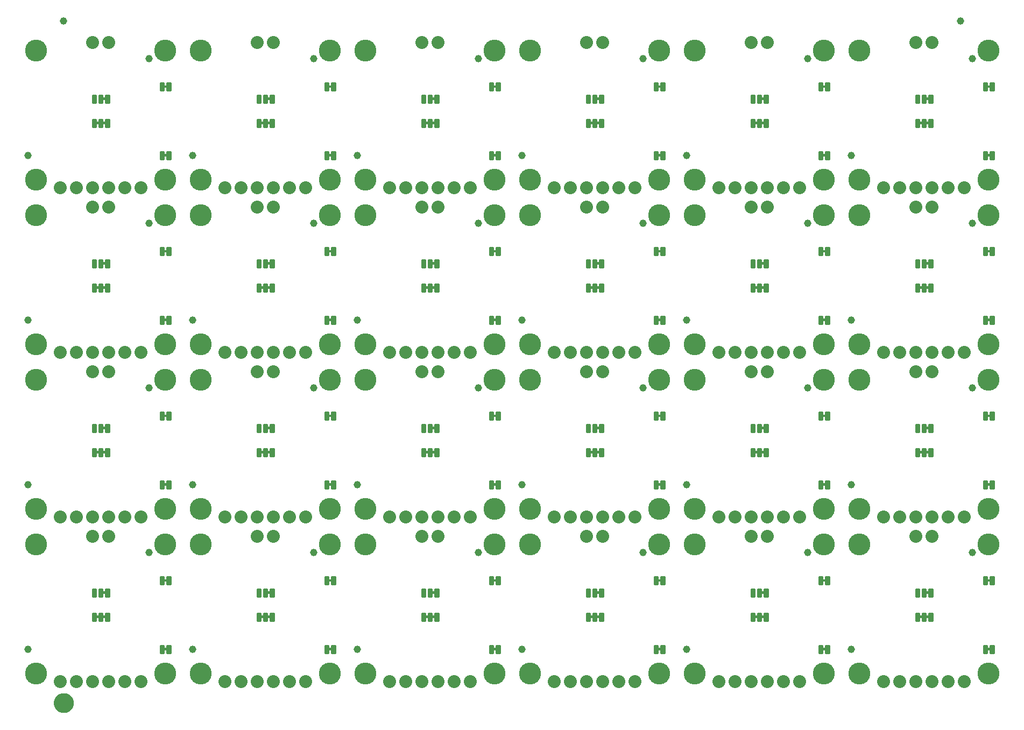
<source format=gbs>
G04 EAGLE Gerber RS-274X export*
G75*
%MOMM*%
%FSLAX34Y34*%
%LPD*%
%INSoldermask Bottom*%
%IPPOS*%
%AMOC8*
5,1,8,0,0,1.08239X$1,22.5*%
G01*
%ADD10C,1.152400*%
%ADD11C,3.454400*%
%ADD12C,2.032000*%
%ADD13C,0.251966*%
%ADD14C,1.270000*%
%ADD15C,1.652400*%

G36*
X1170370Y668667D02*
X1170370Y668667D01*
X1170436Y668669D01*
X1170479Y668687D01*
X1170526Y668695D01*
X1170583Y668729D01*
X1170643Y668754D01*
X1170678Y668785D01*
X1170719Y668810D01*
X1170761Y668861D01*
X1170809Y668905D01*
X1170831Y668947D01*
X1170860Y668984D01*
X1170881Y669046D01*
X1170912Y669105D01*
X1170920Y669159D01*
X1170932Y669196D01*
X1170931Y669236D01*
X1170939Y669290D01*
X1170939Y671830D01*
X1170928Y671895D01*
X1170926Y671961D01*
X1170908Y672004D01*
X1170900Y672051D01*
X1170866Y672108D01*
X1170841Y672168D01*
X1170810Y672203D01*
X1170785Y672244D01*
X1170734Y672286D01*
X1170690Y672334D01*
X1170648Y672356D01*
X1170611Y672385D01*
X1170549Y672406D01*
X1170490Y672437D01*
X1170436Y672445D01*
X1170399Y672457D01*
X1170359Y672456D01*
X1170305Y672464D01*
X1166495Y672464D01*
X1166430Y672453D01*
X1166364Y672451D01*
X1166321Y672433D01*
X1166274Y672425D01*
X1166217Y672391D01*
X1166157Y672366D01*
X1166122Y672335D01*
X1166081Y672310D01*
X1166040Y672259D01*
X1165991Y672215D01*
X1165969Y672173D01*
X1165940Y672136D01*
X1165919Y672074D01*
X1165888Y672015D01*
X1165880Y671961D01*
X1165868Y671924D01*
X1165868Y671921D01*
X1165869Y671884D01*
X1165861Y671830D01*
X1165861Y669290D01*
X1165872Y669225D01*
X1165874Y669159D01*
X1165892Y669116D01*
X1165900Y669069D01*
X1165934Y669012D01*
X1165959Y668952D01*
X1165990Y668917D01*
X1166015Y668876D01*
X1166066Y668835D01*
X1166110Y668786D01*
X1166152Y668764D01*
X1166189Y668735D01*
X1166251Y668714D01*
X1166310Y668683D01*
X1166364Y668675D01*
X1166401Y668663D01*
X1166441Y668664D01*
X1166495Y668656D01*
X1170305Y668656D01*
X1170370Y668667D01*
G37*
G36*
X134050Y668667D02*
X134050Y668667D01*
X134116Y668669D01*
X134159Y668687D01*
X134206Y668695D01*
X134263Y668729D01*
X134323Y668754D01*
X134358Y668785D01*
X134399Y668810D01*
X134441Y668861D01*
X134489Y668905D01*
X134511Y668947D01*
X134540Y668984D01*
X134561Y669046D01*
X134592Y669105D01*
X134600Y669159D01*
X134612Y669196D01*
X134611Y669236D01*
X134619Y669290D01*
X134619Y671830D01*
X134608Y671895D01*
X134606Y671961D01*
X134588Y672004D01*
X134580Y672051D01*
X134546Y672108D01*
X134521Y672168D01*
X134490Y672203D01*
X134465Y672244D01*
X134414Y672286D01*
X134370Y672334D01*
X134328Y672356D01*
X134291Y672385D01*
X134229Y672406D01*
X134170Y672437D01*
X134116Y672445D01*
X134079Y672457D01*
X134039Y672456D01*
X133985Y672464D01*
X130175Y672464D01*
X130110Y672453D01*
X130044Y672451D01*
X130001Y672433D01*
X129954Y672425D01*
X129897Y672391D01*
X129837Y672366D01*
X129802Y672335D01*
X129761Y672310D01*
X129720Y672259D01*
X129671Y672215D01*
X129649Y672173D01*
X129620Y672136D01*
X129599Y672074D01*
X129568Y672015D01*
X129560Y671961D01*
X129548Y671924D01*
X129548Y671921D01*
X129549Y671884D01*
X129541Y671830D01*
X129541Y669290D01*
X129552Y669225D01*
X129554Y669159D01*
X129572Y669116D01*
X129580Y669069D01*
X129614Y669012D01*
X129639Y668952D01*
X129670Y668917D01*
X129695Y668876D01*
X129746Y668835D01*
X129790Y668786D01*
X129832Y668764D01*
X129869Y668735D01*
X129931Y668714D01*
X129990Y668683D01*
X130044Y668675D01*
X130081Y668663D01*
X130121Y668664D01*
X130175Y668656D01*
X133985Y668656D01*
X134050Y668667D01*
G37*
G36*
X1429450Y668667D02*
X1429450Y668667D01*
X1429516Y668669D01*
X1429559Y668687D01*
X1429606Y668695D01*
X1429663Y668729D01*
X1429723Y668754D01*
X1429758Y668785D01*
X1429799Y668810D01*
X1429841Y668861D01*
X1429889Y668905D01*
X1429911Y668947D01*
X1429940Y668984D01*
X1429961Y669046D01*
X1429992Y669105D01*
X1430000Y669159D01*
X1430012Y669196D01*
X1430011Y669236D01*
X1430019Y669290D01*
X1430019Y671830D01*
X1430008Y671895D01*
X1430006Y671961D01*
X1429988Y672004D01*
X1429980Y672051D01*
X1429946Y672108D01*
X1429921Y672168D01*
X1429890Y672203D01*
X1429865Y672244D01*
X1429814Y672286D01*
X1429770Y672334D01*
X1429728Y672356D01*
X1429691Y672385D01*
X1429629Y672406D01*
X1429570Y672437D01*
X1429516Y672445D01*
X1429479Y672457D01*
X1429439Y672456D01*
X1429385Y672464D01*
X1425575Y672464D01*
X1425510Y672453D01*
X1425444Y672451D01*
X1425401Y672433D01*
X1425354Y672425D01*
X1425297Y672391D01*
X1425237Y672366D01*
X1425202Y672335D01*
X1425161Y672310D01*
X1425120Y672259D01*
X1425071Y672215D01*
X1425049Y672173D01*
X1425020Y672136D01*
X1424999Y672074D01*
X1424968Y672015D01*
X1424960Y671961D01*
X1424948Y671924D01*
X1424948Y671921D01*
X1424949Y671884D01*
X1424941Y671830D01*
X1424941Y669290D01*
X1424952Y669225D01*
X1424954Y669159D01*
X1424972Y669116D01*
X1424980Y669069D01*
X1425014Y669012D01*
X1425039Y668952D01*
X1425070Y668917D01*
X1425095Y668876D01*
X1425146Y668835D01*
X1425190Y668786D01*
X1425232Y668764D01*
X1425269Y668735D01*
X1425331Y668714D01*
X1425390Y668683D01*
X1425444Y668675D01*
X1425481Y668663D01*
X1425521Y668664D01*
X1425575Y668656D01*
X1429385Y668656D01*
X1429450Y668667D01*
G37*
G36*
X652210Y668667D02*
X652210Y668667D01*
X652276Y668669D01*
X652319Y668687D01*
X652366Y668695D01*
X652423Y668729D01*
X652483Y668754D01*
X652518Y668785D01*
X652559Y668810D01*
X652601Y668861D01*
X652649Y668905D01*
X652671Y668947D01*
X652700Y668984D01*
X652721Y669046D01*
X652752Y669105D01*
X652760Y669159D01*
X652772Y669196D01*
X652771Y669236D01*
X652779Y669290D01*
X652779Y671830D01*
X652768Y671895D01*
X652766Y671961D01*
X652748Y672004D01*
X652740Y672051D01*
X652706Y672108D01*
X652681Y672168D01*
X652650Y672203D01*
X652625Y672244D01*
X652574Y672286D01*
X652530Y672334D01*
X652488Y672356D01*
X652451Y672385D01*
X652389Y672406D01*
X652330Y672437D01*
X652276Y672445D01*
X652239Y672457D01*
X652199Y672456D01*
X652145Y672464D01*
X648335Y672464D01*
X648270Y672453D01*
X648204Y672451D01*
X648161Y672433D01*
X648114Y672425D01*
X648057Y672391D01*
X647997Y672366D01*
X647962Y672335D01*
X647921Y672310D01*
X647880Y672259D01*
X647831Y672215D01*
X647809Y672173D01*
X647780Y672136D01*
X647759Y672074D01*
X647728Y672015D01*
X647720Y671961D01*
X647708Y671924D01*
X647708Y671921D01*
X647709Y671884D01*
X647701Y671830D01*
X647701Y669290D01*
X647712Y669225D01*
X647714Y669159D01*
X647732Y669116D01*
X647740Y669069D01*
X647774Y669012D01*
X647799Y668952D01*
X647830Y668917D01*
X647855Y668876D01*
X647906Y668835D01*
X647950Y668786D01*
X647992Y668764D01*
X648029Y668735D01*
X648091Y668714D01*
X648150Y668683D01*
X648204Y668675D01*
X648241Y668663D01*
X648281Y668664D01*
X648335Y668656D01*
X652145Y668656D01*
X652210Y668667D01*
G37*
G36*
X393130Y668667D02*
X393130Y668667D01*
X393196Y668669D01*
X393239Y668687D01*
X393286Y668695D01*
X393343Y668729D01*
X393403Y668754D01*
X393438Y668785D01*
X393479Y668810D01*
X393521Y668861D01*
X393569Y668905D01*
X393591Y668947D01*
X393620Y668984D01*
X393641Y669046D01*
X393672Y669105D01*
X393680Y669159D01*
X393692Y669196D01*
X393691Y669236D01*
X393699Y669290D01*
X393699Y671830D01*
X393688Y671895D01*
X393686Y671961D01*
X393668Y672004D01*
X393660Y672051D01*
X393626Y672108D01*
X393601Y672168D01*
X393570Y672203D01*
X393545Y672244D01*
X393494Y672286D01*
X393450Y672334D01*
X393408Y672356D01*
X393371Y672385D01*
X393309Y672406D01*
X393250Y672437D01*
X393196Y672445D01*
X393159Y672457D01*
X393119Y672456D01*
X393065Y672464D01*
X389255Y672464D01*
X389190Y672453D01*
X389124Y672451D01*
X389081Y672433D01*
X389034Y672425D01*
X388977Y672391D01*
X388917Y672366D01*
X388882Y672335D01*
X388841Y672310D01*
X388800Y672259D01*
X388751Y672215D01*
X388729Y672173D01*
X388700Y672136D01*
X388679Y672074D01*
X388648Y672015D01*
X388640Y671961D01*
X388628Y671924D01*
X388628Y671921D01*
X388629Y671884D01*
X388621Y671830D01*
X388621Y669290D01*
X388632Y669225D01*
X388634Y669159D01*
X388652Y669116D01*
X388660Y669069D01*
X388694Y669012D01*
X388719Y668952D01*
X388750Y668917D01*
X388775Y668876D01*
X388826Y668835D01*
X388870Y668786D01*
X388912Y668764D01*
X388949Y668735D01*
X389011Y668714D01*
X389070Y668683D01*
X389124Y668675D01*
X389161Y668663D01*
X389201Y668664D01*
X389255Y668656D01*
X393065Y668656D01*
X393130Y668667D01*
G37*
G36*
X911290Y668667D02*
X911290Y668667D01*
X911356Y668669D01*
X911399Y668687D01*
X911446Y668695D01*
X911503Y668729D01*
X911563Y668754D01*
X911598Y668785D01*
X911639Y668810D01*
X911681Y668861D01*
X911729Y668905D01*
X911751Y668947D01*
X911780Y668984D01*
X911801Y669046D01*
X911832Y669105D01*
X911840Y669159D01*
X911852Y669196D01*
X911851Y669236D01*
X911859Y669290D01*
X911859Y671830D01*
X911848Y671895D01*
X911846Y671961D01*
X911828Y672004D01*
X911820Y672051D01*
X911786Y672108D01*
X911761Y672168D01*
X911730Y672203D01*
X911705Y672244D01*
X911654Y672286D01*
X911610Y672334D01*
X911568Y672356D01*
X911531Y672385D01*
X911469Y672406D01*
X911410Y672437D01*
X911356Y672445D01*
X911319Y672457D01*
X911279Y672456D01*
X911225Y672464D01*
X907415Y672464D01*
X907350Y672453D01*
X907284Y672451D01*
X907241Y672433D01*
X907194Y672425D01*
X907137Y672391D01*
X907077Y672366D01*
X907042Y672335D01*
X907001Y672310D01*
X906960Y672259D01*
X906911Y672215D01*
X906889Y672173D01*
X906860Y672136D01*
X906839Y672074D01*
X906808Y672015D01*
X906800Y671961D01*
X906788Y671924D01*
X906788Y671921D01*
X906789Y671884D01*
X906781Y671830D01*
X906781Y669290D01*
X906792Y669225D01*
X906794Y669159D01*
X906812Y669116D01*
X906820Y669069D01*
X906854Y669012D01*
X906879Y668952D01*
X906910Y668917D01*
X906935Y668876D01*
X906986Y668835D01*
X907030Y668786D01*
X907072Y668764D01*
X907109Y668735D01*
X907171Y668714D01*
X907230Y668683D01*
X907284Y668675D01*
X907321Y668663D01*
X907361Y668664D01*
X907415Y668656D01*
X911225Y668656D01*
X911290Y668667D01*
G37*
G36*
X393130Y112407D02*
X393130Y112407D01*
X393196Y112409D01*
X393239Y112427D01*
X393286Y112435D01*
X393343Y112469D01*
X393403Y112494D01*
X393438Y112525D01*
X393479Y112550D01*
X393521Y112601D01*
X393569Y112645D01*
X393591Y112687D01*
X393620Y112724D01*
X393641Y112786D01*
X393672Y112845D01*
X393680Y112899D01*
X393692Y112936D01*
X393691Y112976D01*
X393699Y113030D01*
X393699Y115570D01*
X393688Y115635D01*
X393686Y115701D01*
X393668Y115744D01*
X393660Y115791D01*
X393626Y115848D01*
X393601Y115908D01*
X393570Y115943D01*
X393545Y115984D01*
X393494Y116026D01*
X393450Y116074D01*
X393408Y116096D01*
X393371Y116125D01*
X393309Y116146D01*
X393250Y116177D01*
X393196Y116185D01*
X393159Y116197D01*
X393119Y116196D01*
X393065Y116204D01*
X389255Y116204D01*
X389190Y116193D01*
X389124Y116191D01*
X389081Y116173D01*
X389034Y116165D01*
X388977Y116131D01*
X388917Y116106D01*
X388882Y116075D01*
X388841Y116050D01*
X388800Y115999D01*
X388751Y115955D01*
X388729Y115913D01*
X388700Y115876D01*
X388679Y115814D01*
X388648Y115755D01*
X388640Y115701D01*
X388628Y115664D01*
X388628Y115661D01*
X388629Y115624D01*
X388621Y115570D01*
X388621Y113030D01*
X388632Y112965D01*
X388634Y112899D01*
X388652Y112856D01*
X388660Y112809D01*
X388694Y112752D01*
X388719Y112692D01*
X388750Y112657D01*
X388775Y112616D01*
X388826Y112575D01*
X388870Y112526D01*
X388912Y112504D01*
X388949Y112475D01*
X389011Y112454D01*
X389070Y112423D01*
X389124Y112415D01*
X389161Y112403D01*
X389201Y112404D01*
X389255Y112396D01*
X393065Y112396D01*
X393130Y112407D01*
G37*
G36*
X1429450Y112407D02*
X1429450Y112407D01*
X1429516Y112409D01*
X1429559Y112427D01*
X1429606Y112435D01*
X1429663Y112469D01*
X1429723Y112494D01*
X1429758Y112525D01*
X1429799Y112550D01*
X1429841Y112601D01*
X1429889Y112645D01*
X1429911Y112687D01*
X1429940Y112724D01*
X1429961Y112786D01*
X1429992Y112845D01*
X1430000Y112899D01*
X1430012Y112936D01*
X1430011Y112976D01*
X1430019Y113030D01*
X1430019Y115570D01*
X1430008Y115635D01*
X1430006Y115701D01*
X1429988Y115744D01*
X1429980Y115791D01*
X1429946Y115848D01*
X1429921Y115908D01*
X1429890Y115943D01*
X1429865Y115984D01*
X1429814Y116026D01*
X1429770Y116074D01*
X1429728Y116096D01*
X1429691Y116125D01*
X1429629Y116146D01*
X1429570Y116177D01*
X1429516Y116185D01*
X1429479Y116197D01*
X1429439Y116196D01*
X1429385Y116204D01*
X1425575Y116204D01*
X1425510Y116193D01*
X1425444Y116191D01*
X1425401Y116173D01*
X1425354Y116165D01*
X1425297Y116131D01*
X1425237Y116106D01*
X1425202Y116075D01*
X1425161Y116050D01*
X1425120Y115999D01*
X1425071Y115955D01*
X1425049Y115913D01*
X1425020Y115876D01*
X1424999Y115814D01*
X1424968Y115755D01*
X1424960Y115701D01*
X1424948Y115664D01*
X1424948Y115661D01*
X1424949Y115624D01*
X1424941Y115570D01*
X1424941Y113030D01*
X1424952Y112965D01*
X1424954Y112899D01*
X1424972Y112856D01*
X1424980Y112809D01*
X1425014Y112752D01*
X1425039Y112692D01*
X1425070Y112657D01*
X1425095Y112616D01*
X1425146Y112575D01*
X1425190Y112526D01*
X1425232Y112504D01*
X1425269Y112475D01*
X1425331Y112454D01*
X1425390Y112423D01*
X1425444Y112415D01*
X1425481Y112403D01*
X1425521Y112404D01*
X1425575Y112396D01*
X1429385Y112396D01*
X1429450Y112407D01*
G37*
G36*
X1160210Y112407D02*
X1160210Y112407D01*
X1160276Y112409D01*
X1160319Y112427D01*
X1160366Y112435D01*
X1160423Y112469D01*
X1160483Y112494D01*
X1160518Y112525D01*
X1160559Y112550D01*
X1160601Y112601D01*
X1160649Y112645D01*
X1160671Y112687D01*
X1160700Y112724D01*
X1160721Y112786D01*
X1160752Y112845D01*
X1160760Y112899D01*
X1160772Y112936D01*
X1160771Y112976D01*
X1160779Y113030D01*
X1160779Y115570D01*
X1160768Y115635D01*
X1160766Y115701D01*
X1160748Y115744D01*
X1160740Y115791D01*
X1160706Y115848D01*
X1160681Y115908D01*
X1160650Y115943D01*
X1160625Y115984D01*
X1160574Y116026D01*
X1160530Y116074D01*
X1160488Y116096D01*
X1160451Y116125D01*
X1160389Y116146D01*
X1160330Y116177D01*
X1160276Y116185D01*
X1160239Y116197D01*
X1160199Y116196D01*
X1160145Y116204D01*
X1156335Y116204D01*
X1156270Y116193D01*
X1156204Y116191D01*
X1156161Y116173D01*
X1156114Y116165D01*
X1156057Y116131D01*
X1155997Y116106D01*
X1155962Y116075D01*
X1155921Y116050D01*
X1155880Y115999D01*
X1155831Y115955D01*
X1155809Y115913D01*
X1155780Y115876D01*
X1155759Y115814D01*
X1155728Y115755D01*
X1155720Y115701D01*
X1155708Y115664D01*
X1155708Y115661D01*
X1155709Y115624D01*
X1155701Y115570D01*
X1155701Y113030D01*
X1155712Y112965D01*
X1155714Y112899D01*
X1155732Y112856D01*
X1155740Y112809D01*
X1155774Y112752D01*
X1155799Y112692D01*
X1155830Y112657D01*
X1155855Y112616D01*
X1155906Y112575D01*
X1155950Y112526D01*
X1155992Y112504D01*
X1156029Y112475D01*
X1156091Y112454D01*
X1156150Y112423D01*
X1156204Y112415D01*
X1156241Y112403D01*
X1156281Y112404D01*
X1156335Y112396D01*
X1160145Y112396D01*
X1160210Y112407D01*
G37*
G36*
X382970Y112407D02*
X382970Y112407D01*
X383036Y112409D01*
X383079Y112427D01*
X383126Y112435D01*
X383183Y112469D01*
X383243Y112494D01*
X383278Y112525D01*
X383319Y112550D01*
X383361Y112601D01*
X383409Y112645D01*
X383431Y112687D01*
X383460Y112724D01*
X383481Y112786D01*
X383512Y112845D01*
X383520Y112899D01*
X383532Y112936D01*
X383531Y112976D01*
X383539Y113030D01*
X383539Y115570D01*
X383528Y115635D01*
X383526Y115701D01*
X383508Y115744D01*
X383500Y115791D01*
X383466Y115848D01*
X383441Y115908D01*
X383410Y115943D01*
X383385Y115984D01*
X383334Y116026D01*
X383290Y116074D01*
X383248Y116096D01*
X383211Y116125D01*
X383149Y116146D01*
X383090Y116177D01*
X383036Y116185D01*
X382999Y116197D01*
X382959Y116196D01*
X382905Y116204D01*
X379095Y116204D01*
X379030Y116193D01*
X378964Y116191D01*
X378921Y116173D01*
X378874Y116165D01*
X378817Y116131D01*
X378757Y116106D01*
X378722Y116075D01*
X378681Y116050D01*
X378640Y115999D01*
X378591Y115955D01*
X378569Y115913D01*
X378540Y115876D01*
X378519Y115814D01*
X378488Y115755D01*
X378480Y115701D01*
X378468Y115664D01*
X378468Y115661D01*
X378469Y115624D01*
X378461Y115570D01*
X378461Y113030D01*
X378472Y112965D01*
X378474Y112899D01*
X378492Y112856D01*
X378500Y112809D01*
X378534Y112752D01*
X378559Y112692D01*
X378590Y112657D01*
X378615Y112616D01*
X378666Y112575D01*
X378710Y112526D01*
X378752Y112504D01*
X378789Y112475D01*
X378851Y112454D01*
X378910Y112423D01*
X378964Y112415D01*
X379001Y112403D01*
X379041Y112404D01*
X379095Y112396D01*
X382905Y112396D01*
X382970Y112407D01*
G37*
G36*
X1170370Y112407D02*
X1170370Y112407D01*
X1170436Y112409D01*
X1170479Y112427D01*
X1170526Y112435D01*
X1170583Y112469D01*
X1170643Y112494D01*
X1170678Y112525D01*
X1170719Y112550D01*
X1170761Y112601D01*
X1170809Y112645D01*
X1170831Y112687D01*
X1170860Y112724D01*
X1170881Y112786D01*
X1170912Y112845D01*
X1170920Y112899D01*
X1170932Y112936D01*
X1170931Y112976D01*
X1170939Y113030D01*
X1170939Y115570D01*
X1170928Y115635D01*
X1170926Y115701D01*
X1170908Y115744D01*
X1170900Y115791D01*
X1170866Y115848D01*
X1170841Y115908D01*
X1170810Y115943D01*
X1170785Y115984D01*
X1170734Y116026D01*
X1170690Y116074D01*
X1170648Y116096D01*
X1170611Y116125D01*
X1170549Y116146D01*
X1170490Y116177D01*
X1170436Y116185D01*
X1170399Y116197D01*
X1170359Y116196D01*
X1170305Y116204D01*
X1166495Y116204D01*
X1166430Y116193D01*
X1166364Y116191D01*
X1166321Y116173D01*
X1166274Y116165D01*
X1166217Y116131D01*
X1166157Y116106D01*
X1166122Y116075D01*
X1166081Y116050D01*
X1166040Y115999D01*
X1165991Y115955D01*
X1165969Y115913D01*
X1165940Y115876D01*
X1165919Y115814D01*
X1165888Y115755D01*
X1165880Y115701D01*
X1165868Y115664D01*
X1165868Y115661D01*
X1165869Y115624D01*
X1165861Y115570D01*
X1165861Y113030D01*
X1165872Y112965D01*
X1165874Y112899D01*
X1165892Y112856D01*
X1165900Y112809D01*
X1165934Y112752D01*
X1165959Y112692D01*
X1165990Y112657D01*
X1166015Y112616D01*
X1166066Y112575D01*
X1166110Y112526D01*
X1166152Y112504D01*
X1166189Y112475D01*
X1166251Y112454D01*
X1166310Y112423D01*
X1166364Y112415D01*
X1166401Y112403D01*
X1166441Y112404D01*
X1166495Y112396D01*
X1170305Y112396D01*
X1170370Y112407D01*
G37*
G36*
X1419290Y112407D02*
X1419290Y112407D01*
X1419356Y112409D01*
X1419399Y112427D01*
X1419446Y112435D01*
X1419503Y112469D01*
X1419563Y112494D01*
X1419598Y112525D01*
X1419639Y112550D01*
X1419681Y112601D01*
X1419729Y112645D01*
X1419751Y112687D01*
X1419780Y112724D01*
X1419801Y112786D01*
X1419832Y112845D01*
X1419840Y112899D01*
X1419852Y112936D01*
X1419851Y112976D01*
X1419859Y113030D01*
X1419859Y115570D01*
X1419848Y115635D01*
X1419846Y115701D01*
X1419828Y115744D01*
X1419820Y115791D01*
X1419786Y115848D01*
X1419761Y115908D01*
X1419730Y115943D01*
X1419705Y115984D01*
X1419654Y116026D01*
X1419610Y116074D01*
X1419568Y116096D01*
X1419531Y116125D01*
X1419469Y116146D01*
X1419410Y116177D01*
X1419356Y116185D01*
X1419319Y116197D01*
X1419279Y116196D01*
X1419225Y116204D01*
X1415415Y116204D01*
X1415350Y116193D01*
X1415284Y116191D01*
X1415241Y116173D01*
X1415194Y116165D01*
X1415137Y116131D01*
X1415077Y116106D01*
X1415042Y116075D01*
X1415001Y116050D01*
X1414960Y115999D01*
X1414911Y115955D01*
X1414889Y115913D01*
X1414860Y115876D01*
X1414839Y115814D01*
X1414808Y115755D01*
X1414800Y115701D01*
X1414788Y115664D01*
X1414788Y115661D01*
X1414789Y115624D01*
X1414781Y115570D01*
X1414781Y113030D01*
X1414792Y112965D01*
X1414794Y112899D01*
X1414812Y112856D01*
X1414820Y112809D01*
X1414854Y112752D01*
X1414879Y112692D01*
X1414910Y112657D01*
X1414935Y112616D01*
X1414986Y112575D01*
X1415030Y112526D01*
X1415072Y112504D01*
X1415109Y112475D01*
X1415171Y112454D01*
X1415230Y112423D01*
X1415284Y112415D01*
X1415321Y112403D01*
X1415361Y112404D01*
X1415415Y112396D01*
X1419225Y112396D01*
X1419290Y112407D01*
G37*
G36*
X652210Y112407D02*
X652210Y112407D01*
X652276Y112409D01*
X652319Y112427D01*
X652366Y112435D01*
X652423Y112469D01*
X652483Y112494D01*
X652518Y112525D01*
X652559Y112550D01*
X652601Y112601D01*
X652649Y112645D01*
X652671Y112687D01*
X652700Y112724D01*
X652721Y112786D01*
X652752Y112845D01*
X652760Y112899D01*
X652772Y112936D01*
X652771Y112976D01*
X652779Y113030D01*
X652779Y115570D01*
X652768Y115635D01*
X652766Y115701D01*
X652748Y115744D01*
X652740Y115791D01*
X652706Y115848D01*
X652681Y115908D01*
X652650Y115943D01*
X652625Y115984D01*
X652574Y116026D01*
X652530Y116074D01*
X652488Y116096D01*
X652451Y116125D01*
X652389Y116146D01*
X652330Y116177D01*
X652276Y116185D01*
X652239Y116197D01*
X652199Y116196D01*
X652145Y116204D01*
X648335Y116204D01*
X648270Y116193D01*
X648204Y116191D01*
X648161Y116173D01*
X648114Y116165D01*
X648057Y116131D01*
X647997Y116106D01*
X647962Y116075D01*
X647921Y116050D01*
X647880Y115999D01*
X647831Y115955D01*
X647809Y115913D01*
X647780Y115876D01*
X647759Y115814D01*
X647728Y115755D01*
X647720Y115701D01*
X647708Y115664D01*
X647708Y115661D01*
X647709Y115624D01*
X647701Y115570D01*
X647701Y113030D01*
X647712Y112965D01*
X647714Y112899D01*
X647732Y112856D01*
X647740Y112809D01*
X647774Y112752D01*
X647799Y112692D01*
X647830Y112657D01*
X647855Y112616D01*
X647906Y112575D01*
X647950Y112526D01*
X647992Y112504D01*
X648029Y112475D01*
X648091Y112454D01*
X648150Y112423D01*
X648204Y112415D01*
X648241Y112403D01*
X648281Y112404D01*
X648335Y112396D01*
X652145Y112396D01*
X652210Y112407D01*
G37*
G36*
X901130Y112407D02*
X901130Y112407D01*
X901196Y112409D01*
X901239Y112427D01*
X901286Y112435D01*
X901343Y112469D01*
X901403Y112494D01*
X901438Y112525D01*
X901479Y112550D01*
X901521Y112601D01*
X901569Y112645D01*
X901591Y112687D01*
X901620Y112724D01*
X901641Y112786D01*
X901672Y112845D01*
X901680Y112899D01*
X901692Y112936D01*
X901691Y112976D01*
X901699Y113030D01*
X901699Y115570D01*
X901688Y115635D01*
X901686Y115701D01*
X901668Y115744D01*
X901660Y115791D01*
X901626Y115848D01*
X901601Y115908D01*
X901570Y115943D01*
X901545Y115984D01*
X901494Y116026D01*
X901450Y116074D01*
X901408Y116096D01*
X901371Y116125D01*
X901309Y116146D01*
X901250Y116177D01*
X901196Y116185D01*
X901159Y116197D01*
X901119Y116196D01*
X901065Y116204D01*
X897255Y116204D01*
X897190Y116193D01*
X897124Y116191D01*
X897081Y116173D01*
X897034Y116165D01*
X896977Y116131D01*
X896917Y116106D01*
X896882Y116075D01*
X896841Y116050D01*
X896800Y115999D01*
X896751Y115955D01*
X896729Y115913D01*
X896700Y115876D01*
X896679Y115814D01*
X896648Y115755D01*
X896640Y115701D01*
X896628Y115664D01*
X896628Y115661D01*
X896629Y115624D01*
X896621Y115570D01*
X896621Y113030D01*
X896632Y112965D01*
X896634Y112899D01*
X896652Y112856D01*
X896660Y112809D01*
X896694Y112752D01*
X896719Y112692D01*
X896750Y112657D01*
X896775Y112616D01*
X896826Y112575D01*
X896870Y112526D01*
X896912Y112504D01*
X896949Y112475D01*
X897011Y112454D01*
X897070Y112423D01*
X897124Y112415D01*
X897161Y112403D01*
X897201Y112404D01*
X897255Y112396D01*
X901065Y112396D01*
X901130Y112407D01*
G37*
G36*
X134050Y112407D02*
X134050Y112407D01*
X134116Y112409D01*
X134159Y112427D01*
X134206Y112435D01*
X134263Y112469D01*
X134323Y112494D01*
X134358Y112525D01*
X134399Y112550D01*
X134441Y112601D01*
X134489Y112645D01*
X134511Y112687D01*
X134540Y112724D01*
X134561Y112786D01*
X134592Y112845D01*
X134600Y112899D01*
X134612Y112936D01*
X134611Y112976D01*
X134619Y113030D01*
X134619Y115570D01*
X134608Y115635D01*
X134606Y115701D01*
X134588Y115744D01*
X134580Y115791D01*
X134546Y115848D01*
X134521Y115908D01*
X134490Y115943D01*
X134465Y115984D01*
X134414Y116026D01*
X134370Y116074D01*
X134328Y116096D01*
X134291Y116125D01*
X134229Y116146D01*
X134170Y116177D01*
X134116Y116185D01*
X134079Y116197D01*
X134039Y116196D01*
X133985Y116204D01*
X130175Y116204D01*
X130110Y116193D01*
X130044Y116191D01*
X130001Y116173D01*
X129954Y116165D01*
X129897Y116131D01*
X129837Y116106D01*
X129802Y116075D01*
X129761Y116050D01*
X129720Y115999D01*
X129671Y115955D01*
X129649Y115913D01*
X129620Y115876D01*
X129599Y115814D01*
X129568Y115755D01*
X129560Y115701D01*
X129548Y115664D01*
X129548Y115661D01*
X129549Y115624D01*
X129541Y115570D01*
X129541Y113030D01*
X129552Y112965D01*
X129554Y112899D01*
X129572Y112856D01*
X129580Y112809D01*
X129614Y112752D01*
X129639Y112692D01*
X129670Y112657D01*
X129695Y112616D01*
X129746Y112575D01*
X129790Y112526D01*
X129832Y112504D01*
X129869Y112475D01*
X129931Y112454D01*
X129990Y112423D01*
X130044Y112415D01*
X130081Y112403D01*
X130121Y112404D01*
X130175Y112396D01*
X133985Y112396D01*
X134050Y112407D01*
G37*
G36*
X911290Y112407D02*
X911290Y112407D01*
X911356Y112409D01*
X911399Y112427D01*
X911446Y112435D01*
X911503Y112469D01*
X911563Y112494D01*
X911598Y112525D01*
X911639Y112550D01*
X911681Y112601D01*
X911729Y112645D01*
X911751Y112687D01*
X911780Y112724D01*
X911801Y112786D01*
X911832Y112845D01*
X911840Y112899D01*
X911852Y112936D01*
X911851Y112976D01*
X911859Y113030D01*
X911859Y115570D01*
X911848Y115635D01*
X911846Y115701D01*
X911828Y115744D01*
X911820Y115791D01*
X911786Y115848D01*
X911761Y115908D01*
X911730Y115943D01*
X911705Y115984D01*
X911654Y116026D01*
X911610Y116074D01*
X911568Y116096D01*
X911531Y116125D01*
X911469Y116146D01*
X911410Y116177D01*
X911356Y116185D01*
X911319Y116197D01*
X911279Y116196D01*
X911225Y116204D01*
X907415Y116204D01*
X907350Y116193D01*
X907284Y116191D01*
X907241Y116173D01*
X907194Y116165D01*
X907137Y116131D01*
X907077Y116106D01*
X907042Y116075D01*
X907001Y116050D01*
X906960Y115999D01*
X906911Y115955D01*
X906889Y115913D01*
X906860Y115876D01*
X906839Y115814D01*
X906808Y115755D01*
X906800Y115701D01*
X906788Y115664D01*
X906788Y115661D01*
X906789Y115624D01*
X906781Y115570D01*
X906781Y113030D01*
X906792Y112965D01*
X906794Y112899D01*
X906812Y112856D01*
X906820Y112809D01*
X906854Y112752D01*
X906879Y112692D01*
X906910Y112657D01*
X906935Y112616D01*
X906986Y112575D01*
X907030Y112526D01*
X907072Y112504D01*
X907109Y112475D01*
X907171Y112454D01*
X907230Y112423D01*
X907284Y112415D01*
X907321Y112403D01*
X907361Y112404D01*
X907415Y112396D01*
X911225Y112396D01*
X911290Y112407D01*
G37*
G36*
X123890Y112407D02*
X123890Y112407D01*
X123956Y112409D01*
X123999Y112427D01*
X124046Y112435D01*
X124103Y112469D01*
X124163Y112494D01*
X124198Y112525D01*
X124239Y112550D01*
X124281Y112601D01*
X124329Y112645D01*
X124351Y112687D01*
X124380Y112724D01*
X124401Y112786D01*
X124432Y112845D01*
X124440Y112899D01*
X124452Y112936D01*
X124451Y112976D01*
X124459Y113030D01*
X124459Y115570D01*
X124448Y115635D01*
X124446Y115701D01*
X124428Y115744D01*
X124420Y115791D01*
X124386Y115848D01*
X124361Y115908D01*
X124330Y115943D01*
X124305Y115984D01*
X124254Y116026D01*
X124210Y116074D01*
X124168Y116096D01*
X124131Y116125D01*
X124069Y116146D01*
X124010Y116177D01*
X123956Y116185D01*
X123919Y116197D01*
X123879Y116196D01*
X123825Y116204D01*
X120015Y116204D01*
X119950Y116193D01*
X119884Y116191D01*
X119841Y116173D01*
X119794Y116165D01*
X119737Y116131D01*
X119677Y116106D01*
X119642Y116075D01*
X119601Y116050D01*
X119560Y115999D01*
X119511Y115955D01*
X119489Y115913D01*
X119460Y115876D01*
X119439Y115814D01*
X119408Y115755D01*
X119400Y115701D01*
X119388Y115664D01*
X119388Y115661D01*
X119389Y115624D01*
X119381Y115570D01*
X119381Y113030D01*
X119392Y112965D01*
X119394Y112899D01*
X119412Y112856D01*
X119420Y112809D01*
X119454Y112752D01*
X119479Y112692D01*
X119510Y112657D01*
X119535Y112616D01*
X119586Y112575D01*
X119630Y112526D01*
X119672Y112504D01*
X119709Y112475D01*
X119771Y112454D01*
X119830Y112423D01*
X119884Y112415D01*
X119921Y112403D01*
X119961Y112404D01*
X120015Y112396D01*
X123825Y112396D01*
X123890Y112407D01*
G37*
G36*
X642050Y112407D02*
X642050Y112407D01*
X642116Y112409D01*
X642159Y112427D01*
X642206Y112435D01*
X642263Y112469D01*
X642323Y112494D01*
X642358Y112525D01*
X642399Y112550D01*
X642441Y112601D01*
X642489Y112645D01*
X642511Y112687D01*
X642540Y112724D01*
X642561Y112786D01*
X642592Y112845D01*
X642600Y112899D01*
X642612Y112936D01*
X642611Y112976D01*
X642619Y113030D01*
X642619Y115570D01*
X642608Y115635D01*
X642606Y115701D01*
X642588Y115744D01*
X642580Y115791D01*
X642546Y115848D01*
X642521Y115908D01*
X642490Y115943D01*
X642465Y115984D01*
X642414Y116026D01*
X642370Y116074D01*
X642328Y116096D01*
X642291Y116125D01*
X642229Y116146D01*
X642170Y116177D01*
X642116Y116185D01*
X642079Y116197D01*
X642039Y116196D01*
X641985Y116204D01*
X638175Y116204D01*
X638110Y116193D01*
X638044Y116191D01*
X638001Y116173D01*
X637954Y116165D01*
X637897Y116131D01*
X637837Y116106D01*
X637802Y116075D01*
X637761Y116050D01*
X637720Y115999D01*
X637671Y115955D01*
X637649Y115913D01*
X637620Y115876D01*
X637599Y115814D01*
X637568Y115755D01*
X637560Y115701D01*
X637548Y115664D01*
X637548Y115661D01*
X637549Y115624D01*
X637541Y115570D01*
X637541Y113030D01*
X637552Y112965D01*
X637554Y112899D01*
X637572Y112856D01*
X637580Y112809D01*
X637614Y112752D01*
X637639Y112692D01*
X637670Y112657D01*
X637695Y112616D01*
X637746Y112575D01*
X637790Y112526D01*
X637832Y112504D01*
X637869Y112475D01*
X637931Y112454D01*
X637990Y112423D01*
X638044Y112415D01*
X638081Y112403D01*
X638121Y112404D01*
X638175Y112396D01*
X641985Y112396D01*
X642050Y112407D01*
G37*
G36*
X1160210Y889647D02*
X1160210Y889647D01*
X1160276Y889649D01*
X1160319Y889667D01*
X1160366Y889675D01*
X1160423Y889709D01*
X1160483Y889734D01*
X1160518Y889765D01*
X1160559Y889790D01*
X1160601Y889841D01*
X1160649Y889885D01*
X1160671Y889927D01*
X1160700Y889964D01*
X1160721Y890026D01*
X1160752Y890085D01*
X1160760Y890139D01*
X1160772Y890176D01*
X1160771Y890216D01*
X1160779Y890270D01*
X1160779Y892810D01*
X1160768Y892875D01*
X1160766Y892941D01*
X1160748Y892984D01*
X1160740Y893031D01*
X1160706Y893088D01*
X1160681Y893148D01*
X1160650Y893183D01*
X1160625Y893224D01*
X1160574Y893266D01*
X1160530Y893314D01*
X1160488Y893336D01*
X1160451Y893365D01*
X1160389Y893386D01*
X1160330Y893417D01*
X1160276Y893425D01*
X1160239Y893437D01*
X1160199Y893436D01*
X1160145Y893444D01*
X1156335Y893444D01*
X1156270Y893433D01*
X1156204Y893431D01*
X1156161Y893413D01*
X1156114Y893405D01*
X1156057Y893371D01*
X1155997Y893346D01*
X1155962Y893315D01*
X1155921Y893290D01*
X1155880Y893239D01*
X1155831Y893195D01*
X1155809Y893153D01*
X1155780Y893116D01*
X1155759Y893054D01*
X1155728Y892995D01*
X1155720Y892941D01*
X1155708Y892904D01*
X1155708Y892901D01*
X1155709Y892864D01*
X1155701Y892810D01*
X1155701Y890270D01*
X1155712Y890205D01*
X1155714Y890139D01*
X1155732Y890096D01*
X1155740Y890049D01*
X1155774Y889992D01*
X1155799Y889932D01*
X1155830Y889897D01*
X1155855Y889856D01*
X1155906Y889815D01*
X1155950Y889766D01*
X1155992Y889744D01*
X1156029Y889715D01*
X1156091Y889694D01*
X1156150Y889663D01*
X1156204Y889655D01*
X1156241Y889643D01*
X1156281Y889644D01*
X1156335Y889636D01*
X1160145Y889636D01*
X1160210Y889647D01*
G37*
G36*
X642050Y889647D02*
X642050Y889647D01*
X642116Y889649D01*
X642159Y889667D01*
X642206Y889675D01*
X642263Y889709D01*
X642323Y889734D01*
X642358Y889765D01*
X642399Y889790D01*
X642441Y889841D01*
X642489Y889885D01*
X642511Y889927D01*
X642540Y889964D01*
X642561Y890026D01*
X642592Y890085D01*
X642600Y890139D01*
X642612Y890176D01*
X642611Y890216D01*
X642619Y890270D01*
X642619Y892810D01*
X642608Y892875D01*
X642606Y892941D01*
X642588Y892984D01*
X642580Y893031D01*
X642546Y893088D01*
X642521Y893148D01*
X642490Y893183D01*
X642465Y893224D01*
X642414Y893266D01*
X642370Y893314D01*
X642328Y893336D01*
X642291Y893365D01*
X642229Y893386D01*
X642170Y893417D01*
X642116Y893425D01*
X642079Y893437D01*
X642039Y893436D01*
X641985Y893444D01*
X638175Y893444D01*
X638110Y893433D01*
X638044Y893431D01*
X638001Y893413D01*
X637954Y893405D01*
X637897Y893371D01*
X637837Y893346D01*
X637802Y893315D01*
X637761Y893290D01*
X637720Y893239D01*
X637671Y893195D01*
X637649Y893153D01*
X637620Y893116D01*
X637599Y893054D01*
X637568Y892995D01*
X637560Y892941D01*
X637548Y892904D01*
X637548Y892901D01*
X637549Y892864D01*
X637541Y892810D01*
X637541Y890270D01*
X637552Y890205D01*
X637554Y890139D01*
X637572Y890096D01*
X637580Y890049D01*
X637614Y889992D01*
X637639Y889932D01*
X637670Y889897D01*
X637695Y889856D01*
X637746Y889815D01*
X637790Y889766D01*
X637832Y889744D01*
X637869Y889715D01*
X637931Y889694D01*
X637990Y889663D01*
X638044Y889655D01*
X638081Y889643D01*
X638121Y889644D01*
X638175Y889636D01*
X641985Y889636D01*
X642050Y889647D01*
G37*
G36*
X911290Y889647D02*
X911290Y889647D01*
X911356Y889649D01*
X911399Y889667D01*
X911446Y889675D01*
X911503Y889709D01*
X911563Y889734D01*
X911598Y889765D01*
X911639Y889790D01*
X911681Y889841D01*
X911729Y889885D01*
X911751Y889927D01*
X911780Y889964D01*
X911801Y890026D01*
X911832Y890085D01*
X911840Y890139D01*
X911852Y890176D01*
X911851Y890216D01*
X911859Y890270D01*
X911859Y892810D01*
X911848Y892875D01*
X911846Y892941D01*
X911828Y892984D01*
X911820Y893031D01*
X911786Y893088D01*
X911761Y893148D01*
X911730Y893183D01*
X911705Y893224D01*
X911654Y893266D01*
X911610Y893314D01*
X911568Y893336D01*
X911531Y893365D01*
X911469Y893386D01*
X911410Y893417D01*
X911356Y893425D01*
X911319Y893437D01*
X911279Y893436D01*
X911225Y893444D01*
X907415Y893444D01*
X907350Y893433D01*
X907284Y893431D01*
X907241Y893413D01*
X907194Y893405D01*
X907137Y893371D01*
X907077Y893346D01*
X907042Y893315D01*
X907001Y893290D01*
X906960Y893239D01*
X906911Y893195D01*
X906889Y893153D01*
X906860Y893116D01*
X906839Y893054D01*
X906808Y892995D01*
X906800Y892941D01*
X906788Y892904D01*
X906788Y892901D01*
X906789Y892864D01*
X906781Y892810D01*
X906781Y890270D01*
X906792Y890205D01*
X906794Y890139D01*
X906812Y890096D01*
X906820Y890049D01*
X906854Y889992D01*
X906879Y889932D01*
X906910Y889897D01*
X906935Y889856D01*
X906986Y889815D01*
X907030Y889766D01*
X907072Y889744D01*
X907109Y889715D01*
X907171Y889694D01*
X907230Y889663D01*
X907284Y889655D01*
X907321Y889643D01*
X907361Y889644D01*
X907415Y889636D01*
X911225Y889636D01*
X911290Y889647D01*
G37*
G36*
X134050Y889647D02*
X134050Y889647D01*
X134116Y889649D01*
X134159Y889667D01*
X134206Y889675D01*
X134263Y889709D01*
X134323Y889734D01*
X134358Y889765D01*
X134399Y889790D01*
X134441Y889841D01*
X134489Y889885D01*
X134511Y889927D01*
X134540Y889964D01*
X134561Y890026D01*
X134592Y890085D01*
X134600Y890139D01*
X134612Y890176D01*
X134611Y890216D01*
X134619Y890270D01*
X134619Y892810D01*
X134608Y892875D01*
X134606Y892941D01*
X134588Y892984D01*
X134580Y893031D01*
X134546Y893088D01*
X134521Y893148D01*
X134490Y893183D01*
X134465Y893224D01*
X134414Y893266D01*
X134370Y893314D01*
X134328Y893336D01*
X134291Y893365D01*
X134229Y893386D01*
X134170Y893417D01*
X134116Y893425D01*
X134079Y893437D01*
X134039Y893436D01*
X133985Y893444D01*
X130175Y893444D01*
X130110Y893433D01*
X130044Y893431D01*
X130001Y893413D01*
X129954Y893405D01*
X129897Y893371D01*
X129837Y893346D01*
X129802Y893315D01*
X129761Y893290D01*
X129720Y893239D01*
X129671Y893195D01*
X129649Y893153D01*
X129620Y893116D01*
X129599Y893054D01*
X129568Y892995D01*
X129560Y892941D01*
X129548Y892904D01*
X129548Y892901D01*
X129549Y892864D01*
X129541Y892810D01*
X129541Y890270D01*
X129552Y890205D01*
X129554Y890139D01*
X129572Y890096D01*
X129580Y890049D01*
X129614Y889992D01*
X129639Y889932D01*
X129670Y889897D01*
X129695Y889856D01*
X129746Y889815D01*
X129790Y889766D01*
X129832Y889744D01*
X129869Y889715D01*
X129931Y889694D01*
X129990Y889663D01*
X130044Y889655D01*
X130081Y889643D01*
X130121Y889644D01*
X130175Y889636D01*
X133985Y889636D01*
X134050Y889647D01*
G37*
G36*
X382970Y889647D02*
X382970Y889647D01*
X383036Y889649D01*
X383079Y889667D01*
X383126Y889675D01*
X383183Y889709D01*
X383243Y889734D01*
X383278Y889765D01*
X383319Y889790D01*
X383361Y889841D01*
X383409Y889885D01*
X383431Y889927D01*
X383460Y889964D01*
X383481Y890026D01*
X383512Y890085D01*
X383520Y890139D01*
X383532Y890176D01*
X383531Y890216D01*
X383539Y890270D01*
X383539Y892810D01*
X383528Y892875D01*
X383526Y892941D01*
X383508Y892984D01*
X383500Y893031D01*
X383466Y893088D01*
X383441Y893148D01*
X383410Y893183D01*
X383385Y893224D01*
X383334Y893266D01*
X383290Y893314D01*
X383248Y893336D01*
X383211Y893365D01*
X383149Y893386D01*
X383090Y893417D01*
X383036Y893425D01*
X382999Y893437D01*
X382959Y893436D01*
X382905Y893444D01*
X379095Y893444D01*
X379030Y893433D01*
X378964Y893431D01*
X378921Y893413D01*
X378874Y893405D01*
X378817Y893371D01*
X378757Y893346D01*
X378722Y893315D01*
X378681Y893290D01*
X378640Y893239D01*
X378591Y893195D01*
X378569Y893153D01*
X378540Y893116D01*
X378519Y893054D01*
X378488Y892995D01*
X378480Y892941D01*
X378468Y892904D01*
X378468Y892901D01*
X378469Y892864D01*
X378461Y892810D01*
X378461Y890270D01*
X378472Y890205D01*
X378474Y890139D01*
X378492Y890096D01*
X378500Y890049D01*
X378534Y889992D01*
X378559Y889932D01*
X378590Y889897D01*
X378615Y889856D01*
X378666Y889815D01*
X378710Y889766D01*
X378752Y889744D01*
X378789Y889715D01*
X378851Y889694D01*
X378910Y889663D01*
X378964Y889655D01*
X379001Y889643D01*
X379041Y889644D01*
X379095Y889636D01*
X382905Y889636D01*
X382970Y889647D01*
G37*
G36*
X1170370Y889647D02*
X1170370Y889647D01*
X1170436Y889649D01*
X1170479Y889667D01*
X1170526Y889675D01*
X1170583Y889709D01*
X1170643Y889734D01*
X1170678Y889765D01*
X1170719Y889790D01*
X1170761Y889841D01*
X1170809Y889885D01*
X1170831Y889927D01*
X1170860Y889964D01*
X1170881Y890026D01*
X1170912Y890085D01*
X1170920Y890139D01*
X1170932Y890176D01*
X1170931Y890216D01*
X1170939Y890270D01*
X1170939Y892810D01*
X1170928Y892875D01*
X1170926Y892941D01*
X1170908Y892984D01*
X1170900Y893031D01*
X1170866Y893088D01*
X1170841Y893148D01*
X1170810Y893183D01*
X1170785Y893224D01*
X1170734Y893266D01*
X1170690Y893314D01*
X1170648Y893336D01*
X1170611Y893365D01*
X1170549Y893386D01*
X1170490Y893417D01*
X1170436Y893425D01*
X1170399Y893437D01*
X1170359Y893436D01*
X1170305Y893444D01*
X1166495Y893444D01*
X1166430Y893433D01*
X1166364Y893431D01*
X1166321Y893413D01*
X1166274Y893405D01*
X1166217Y893371D01*
X1166157Y893346D01*
X1166122Y893315D01*
X1166081Y893290D01*
X1166040Y893239D01*
X1165991Y893195D01*
X1165969Y893153D01*
X1165940Y893116D01*
X1165919Y893054D01*
X1165888Y892995D01*
X1165880Y892941D01*
X1165868Y892904D01*
X1165868Y892901D01*
X1165869Y892864D01*
X1165861Y892810D01*
X1165861Y890270D01*
X1165872Y890205D01*
X1165874Y890139D01*
X1165892Y890096D01*
X1165900Y890049D01*
X1165934Y889992D01*
X1165959Y889932D01*
X1165990Y889897D01*
X1166015Y889856D01*
X1166066Y889815D01*
X1166110Y889766D01*
X1166152Y889744D01*
X1166189Y889715D01*
X1166251Y889694D01*
X1166310Y889663D01*
X1166364Y889655D01*
X1166401Y889643D01*
X1166441Y889644D01*
X1166495Y889636D01*
X1170305Y889636D01*
X1170370Y889647D01*
G37*
G36*
X393130Y889647D02*
X393130Y889647D01*
X393196Y889649D01*
X393239Y889667D01*
X393286Y889675D01*
X393343Y889709D01*
X393403Y889734D01*
X393438Y889765D01*
X393479Y889790D01*
X393521Y889841D01*
X393569Y889885D01*
X393591Y889927D01*
X393620Y889964D01*
X393641Y890026D01*
X393672Y890085D01*
X393680Y890139D01*
X393692Y890176D01*
X393691Y890216D01*
X393699Y890270D01*
X393699Y892810D01*
X393688Y892875D01*
X393686Y892941D01*
X393668Y892984D01*
X393660Y893031D01*
X393626Y893088D01*
X393601Y893148D01*
X393570Y893183D01*
X393545Y893224D01*
X393494Y893266D01*
X393450Y893314D01*
X393408Y893336D01*
X393371Y893365D01*
X393309Y893386D01*
X393250Y893417D01*
X393196Y893425D01*
X393159Y893437D01*
X393119Y893436D01*
X393065Y893444D01*
X389255Y893444D01*
X389190Y893433D01*
X389124Y893431D01*
X389081Y893413D01*
X389034Y893405D01*
X388977Y893371D01*
X388917Y893346D01*
X388882Y893315D01*
X388841Y893290D01*
X388800Y893239D01*
X388751Y893195D01*
X388729Y893153D01*
X388700Y893116D01*
X388679Y893054D01*
X388648Y892995D01*
X388640Y892941D01*
X388628Y892904D01*
X388628Y892901D01*
X388629Y892864D01*
X388621Y892810D01*
X388621Y890270D01*
X388632Y890205D01*
X388634Y890139D01*
X388652Y890096D01*
X388660Y890049D01*
X388694Y889992D01*
X388719Y889932D01*
X388750Y889897D01*
X388775Y889856D01*
X388826Y889815D01*
X388870Y889766D01*
X388912Y889744D01*
X388949Y889715D01*
X389011Y889694D01*
X389070Y889663D01*
X389124Y889655D01*
X389161Y889643D01*
X389201Y889644D01*
X389255Y889636D01*
X393065Y889636D01*
X393130Y889647D01*
G37*
G36*
X901130Y889647D02*
X901130Y889647D01*
X901196Y889649D01*
X901239Y889667D01*
X901286Y889675D01*
X901343Y889709D01*
X901403Y889734D01*
X901438Y889765D01*
X901479Y889790D01*
X901521Y889841D01*
X901569Y889885D01*
X901591Y889927D01*
X901620Y889964D01*
X901641Y890026D01*
X901672Y890085D01*
X901680Y890139D01*
X901692Y890176D01*
X901691Y890216D01*
X901699Y890270D01*
X901699Y892810D01*
X901688Y892875D01*
X901686Y892941D01*
X901668Y892984D01*
X901660Y893031D01*
X901626Y893088D01*
X901601Y893148D01*
X901570Y893183D01*
X901545Y893224D01*
X901494Y893266D01*
X901450Y893314D01*
X901408Y893336D01*
X901371Y893365D01*
X901309Y893386D01*
X901250Y893417D01*
X901196Y893425D01*
X901159Y893437D01*
X901119Y893436D01*
X901065Y893444D01*
X897255Y893444D01*
X897190Y893433D01*
X897124Y893431D01*
X897081Y893413D01*
X897034Y893405D01*
X896977Y893371D01*
X896917Y893346D01*
X896882Y893315D01*
X896841Y893290D01*
X896800Y893239D01*
X896751Y893195D01*
X896729Y893153D01*
X896700Y893116D01*
X896679Y893054D01*
X896648Y892995D01*
X896640Y892941D01*
X896628Y892904D01*
X896628Y892901D01*
X896629Y892864D01*
X896621Y892810D01*
X896621Y890270D01*
X896632Y890205D01*
X896634Y890139D01*
X896652Y890096D01*
X896660Y890049D01*
X896694Y889992D01*
X896719Y889932D01*
X896750Y889897D01*
X896775Y889856D01*
X896826Y889815D01*
X896870Y889766D01*
X896912Y889744D01*
X896949Y889715D01*
X897011Y889694D01*
X897070Y889663D01*
X897124Y889655D01*
X897161Y889643D01*
X897201Y889644D01*
X897255Y889636D01*
X901065Y889636D01*
X901130Y889647D01*
G37*
G36*
X1419290Y889647D02*
X1419290Y889647D01*
X1419356Y889649D01*
X1419399Y889667D01*
X1419446Y889675D01*
X1419503Y889709D01*
X1419563Y889734D01*
X1419598Y889765D01*
X1419639Y889790D01*
X1419681Y889841D01*
X1419729Y889885D01*
X1419751Y889927D01*
X1419780Y889964D01*
X1419801Y890026D01*
X1419832Y890085D01*
X1419840Y890139D01*
X1419852Y890176D01*
X1419851Y890216D01*
X1419859Y890270D01*
X1419859Y892810D01*
X1419848Y892875D01*
X1419846Y892941D01*
X1419828Y892984D01*
X1419820Y893031D01*
X1419786Y893088D01*
X1419761Y893148D01*
X1419730Y893183D01*
X1419705Y893224D01*
X1419654Y893266D01*
X1419610Y893314D01*
X1419568Y893336D01*
X1419531Y893365D01*
X1419469Y893386D01*
X1419410Y893417D01*
X1419356Y893425D01*
X1419319Y893437D01*
X1419279Y893436D01*
X1419225Y893444D01*
X1415415Y893444D01*
X1415350Y893433D01*
X1415284Y893431D01*
X1415241Y893413D01*
X1415194Y893405D01*
X1415137Y893371D01*
X1415077Y893346D01*
X1415042Y893315D01*
X1415001Y893290D01*
X1414960Y893239D01*
X1414911Y893195D01*
X1414889Y893153D01*
X1414860Y893116D01*
X1414839Y893054D01*
X1414808Y892995D01*
X1414800Y892941D01*
X1414788Y892904D01*
X1414788Y892901D01*
X1414789Y892864D01*
X1414781Y892810D01*
X1414781Y890270D01*
X1414792Y890205D01*
X1414794Y890139D01*
X1414812Y890096D01*
X1414820Y890049D01*
X1414854Y889992D01*
X1414879Y889932D01*
X1414910Y889897D01*
X1414935Y889856D01*
X1414986Y889815D01*
X1415030Y889766D01*
X1415072Y889744D01*
X1415109Y889715D01*
X1415171Y889694D01*
X1415230Y889663D01*
X1415284Y889655D01*
X1415321Y889643D01*
X1415361Y889644D01*
X1415415Y889636D01*
X1419225Y889636D01*
X1419290Y889647D01*
G37*
G36*
X1429450Y889647D02*
X1429450Y889647D01*
X1429516Y889649D01*
X1429559Y889667D01*
X1429606Y889675D01*
X1429663Y889709D01*
X1429723Y889734D01*
X1429758Y889765D01*
X1429799Y889790D01*
X1429841Y889841D01*
X1429889Y889885D01*
X1429911Y889927D01*
X1429940Y889964D01*
X1429961Y890026D01*
X1429992Y890085D01*
X1430000Y890139D01*
X1430012Y890176D01*
X1430011Y890216D01*
X1430019Y890270D01*
X1430019Y892810D01*
X1430008Y892875D01*
X1430006Y892941D01*
X1429988Y892984D01*
X1429980Y893031D01*
X1429946Y893088D01*
X1429921Y893148D01*
X1429890Y893183D01*
X1429865Y893224D01*
X1429814Y893266D01*
X1429770Y893314D01*
X1429728Y893336D01*
X1429691Y893365D01*
X1429629Y893386D01*
X1429570Y893417D01*
X1429516Y893425D01*
X1429479Y893437D01*
X1429439Y893436D01*
X1429385Y893444D01*
X1425575Y893444D01*
X1425510Y893433D01*
X1425444Y893431D01*
X1425401Y893413D01*
X1425354Y893405D01*
X1425297Y893371D01*
X1425237Y893346D01*
X1425202Y893315D01*
X1425161Y893290D01*
X1425120Y893239D01*
X1425071Y893195D01*
X1425049Y893153D01*
X1425020Y893116D01*
X1424999Y893054D01*
X1424968Y892995D01*
X1424960Y892941D01*
X1424948Y892904D01*
X1424948Y892901D01*
X1424949Y892864D01*
X1424941Y892810D01*
X1424941Y890270D01*
X1424952Y890205D01*
X1424954Y890139D01*
X1424972Y890096D01*
X1424980Y890049D01*
X1425014Y889992D01*
X1425039Y889932D01*
X1425070Y889897D01*
X1425095Y889856D01*
X1425146Y889815D01*
X1425190Y889766D01*
X1425232Y889744D01*
X1425269Y889715D01*
X1425331Y889694D01*
X1425390Y889663D01*
X1425444Y889655D01*
X1425481Y889643D01*
X1425521Y889644D01*
X1425575Y889636D01*
X1429385Y889636D01*
X1429450Y889647D01*
G37*
G36*
X123890Y889647D02*
X123890Y889647D01*
X123956Y889649D01*
X123999Y889667D01*
X124046Y889675D01*
X124103Y889709D01*
X124163Y889734D01*
X124198Y889765D01*
X124239Y889790D01*
X124281Y889841D01*
X124329Y889885D01*
X124351Y889927D01*
X124380Y889964D01*
X124401Y890026D01*
X124432Y890085D01*
X124440Y890139D01*
X124452Y890176D01*
X124451Y890216D01*
X124459Y890270D01*
X124459Y892810D01*
X124448Y892875D01*
X124446Y892941D01*
X124428Y892984D01*
X124420Y893031D01*
X124386Y893088D01*
X124361Y893148D01*
X124330Y893183D01*
X124305Y893224D01*
X124254Y893266D01*
X124210Y893314D01*
X124168Y893336D01*
X124131Y893365D01*
X124069Y893386D01*
X124010Y893417D01*
X123956Y893425D01*
X123919Y893437D01*
X123879Y893436D01*
X123825Y893444D01*
X120015Y893444D01*
X119950Y893433D01*
X119884Y893431D01*
X119841Y893413D01*
X119794Y893405D01*
X119737Y893371D01*
X119677Y893346D01*
X119642Y893315D01*
X119601Y893290D01*
X119560Y893239D01*
X119511Y893195D01*
X119489Y893153D01*
X119460Y893116D01*
X119439Y893054D01*
X119408Y892995D01*
X119400Y892941D01*
X119388Y892904D01*
X119388Y892901D01*
X119389Y892864D01*
X119381Y892810D01*
X119381Y890270D01*
X119392Y890205D01*
X119394Y890139D01*
X119412Y890096D01*
X119420Y890049D01*
X119454Y889992D01*
X119479Y889932D01*
X119510Y889897D01*
X119535Y889856D01*
X119586Y889815D01*
X119630Y889766D01*
X119672Y889744D01*
X119709Y889715D01*
X119771Y889694D01*
X119830Y889663D01*
X119884Y889655D01*
X119921Y889643D01*
X119961Y889644D01*
X120015Y889636D01*
X123825Y889636D01*
X123890Y889647D01*
G37*
G36*
X652210Y889647D02*
X652210Y889647D01*
X652276Y889649D01*
X652319Y889667D01*
X652366Y889675D01*
X652423Y889709D01*
X652483Y889734D01*
X652518Y889765D01*
X652559Y889790D01*
X652601Y889841D01*
X652649Y889885D01*
X652671Y889927D01*
X652700Y889964D01*
X652721Y890026D01*
X652752Y890085D01*
X652760Y890139D01*
X652772Y890176D01*
X652771Y890216D01*
X652779Y890270D01*
X652779Y892810D01*
X652768Y892875D01*
X652766Y892941D01*
X652748Y892984D01*
X652740Y893031D01*
X652706Y893088D01*
X652681Y893148D01*
X652650Y893183D01*
X652625Y893224D01*
X652574Y893266D01*
X652530Y893314D01*
X652488Y893336D01*
X652451Y893365D01*
X652389Y893386D01*
X652330Y893417D01*
X652276Y893425D01*
X652239Y893437D01*
X652199Y893436D01*
X652145Y893444D01*
X648335Y893444D01*
X648270Y893433D01*
X648204Y893431D01*
X648161Y893413D01*
X648114Y893405D01*
X648057Y893371D01*
X647997Y893346D01*
X647962Y893315D01*
X647921Y893290D01*
X647880Y893239D01*
X647831Y893195D01*
X647809Y893153D01*
X647780Y893116D01*
X647759Y893054D01*
X647728Y892995D01*
X647720Y892941D01*
X647708Y892904D01*
X647708Y892901D01*
X647709Y892864D01*
X647701Y892810D01*
X647701Y890270D01*
X647712Y890205D01*
X647714Y890139D01*
X647732Y890096D01*
X647740Y890049D01*
X647774Y889992D01*
X647799Y889932D01*
X647830Y889897D01*
X647855Y889856D01*
X647906Y889815D01*
X647950Y889766D01*
X647992Y889744D01*
X648029Y889715D01*
X648091Y889694D01*
X648150Y889663D01*
X648204Y889655D01*
X648241Y889643D01*
X648281Y889644D01*
X648335Y889636D01*
X652145Y889636D01*
X652210Y889647D01*
G37*
G36*
X230570Y838847D02*
X230570Y838847D01*
X230636Y838849D01*
X230679Y838867D01*
X230726Y838875D01*
X230783Y838909D01*
X230843Y838934D01*
X230878Y838965D01*
X230919Y838990D01*
X230961Y839041D01*
X231009Y839085D01*
X231031Y839127D01*
X231060Y839164D01*
X231081Y839226D01*
X231112Y839285D01*
X231120Y839339D01*
X231132Y839376D01*
X231131Y839416D01*
X231139Y839470D01*
X231139Y842010D01*
X231128Y842075D01*
X231126Y842141D01*
X231108Y842184D01*
X231100Y842231D01*
X231066Y842288D01*
X231041Y842348D01*
X231010Y842383D01*
X230985Y842424D01*
X230934Y842466D01*
X230890Y842514D01*
X230848Y842536D01*
X230811Y842565D01*
X230749Y842586D01*
X230690Y842617D01*
X230636Y842625D01*
X230599Y842637D01*
X230559Y842636D01*
X230505Y842644D01*
X226695Y842644D01*
X226630Y842633D01*
X226564Y842631D01*
X226521Y842613D01*
X226474Y842605D01*
X226417Y842571D01*
X226357Y842546D01*
X226322Y842515D01*
X226281Y842490D01*
X226240Y842439D01*
X226191Y842395D01*
X226169Y842353D01*
X226140Y842316D01*
X226119Y842254D01*
X226088Y842195D01*
X226080Y842141D01*
X226068Y842104D01*
X226068Y842101D01*
X226069Y842064D01*
X226061Y842010D01*
X226061Y839470D01*
X226072Y839405D01*
X226074Y839339D01*
X226092Y839296D01*
X226100Y839249D01*
X226134Y839192D01*
X226159Y839132D01*
X226190Y839097D01*
X226215Y839056D01*
X226266Y839015D01*
X226310Y838966D01*
X226352Y838944D01*
X226389Y838915D01*
X226451Y838894D01*
X226510Y838863D01*
X226564Y838855D01*
X226601Y838843D01*
X226641Y838844D01*
X226695Y838836D01*
X230505Y838836D01*
X230570Y838847D01*
G37*
G36*
X748730Y838847D02*
X748730Y838847D01*
X748796Y838849D01*
X748839Y838867D01*
X748886Y838875D01*
X748943Y838909D01*
X749003Y838934D01*
X749038Y838965D01*
X749079Y838990D01*
X749121Y839041D01*
X749169Y839085D01*
X749191Y839127D01*
X749220Y839164D01*
X749241Y839226D01*
X749272Y839285D01*
X749280Y839339D01*
X749292Y839376D01*
X749291Y839416D01*
X749299Y839470D01*
X749299Y842010D01*
X749288Y842075D01*
X749286Y842141D01*
X749268Y842184D01*
X749260Y842231D01*
X749226Y842288D01*
X749201Y842348D01*
X749170Y842383D01*
X749145Y842424D01*
X749094Y842466D01*
X749050Y842514D01*
X749008Y842536D01*
X748971Y842565D01*
X748909Y842586D01*
X748850Y842617D01*
X748796Y842625D01*
X748759Y842637D01*
X748719Y842636D01*
X748665Y842644D01*
X744855Y842644D01*
X744790Y842633D01*
X744724Y842631D01*
X744681Y842613D01*
X744634Y842605D01*
X744577Y842571D01*
X744517Y842546D01*
X744482Y842515D01*
X744441Y842490D01*
X744400Y842439D01*
X744351Y842395D01*
X744329Y842353D01*
X744300Y842316D01*
X744279Y842254D01*
X744248Y842195D01*
X744240Y842141D01*
X744228Y842104D01*
X744228Y842101D01*
X744229Y842064D01*
X744221Y842010D01*
X744221Y839470D01*
X744232Y839405D01*
X744234Y839339D01*
X744252Y839296D01*
X744260Y839249D01*
X744294Y839192D01*
X744319Y839132D01*
X744350Y839097D01*
X744375Y839056D01*
X744426Y839015D01*
X744470Y838966D01*
X744512Y838944D01*
X744549Y838915D01*
X744611Y838894D01*
X744670Y838863D01*
X744724Y838855D01*
X744761Y838843D01*
X744801Y838844D01*
X744855Y838836D01*
X748665Y838836D01*
X748730Y838847D01*
G37*
G36*
X489650Y838847D02*
X489650Y838847D01*
X489716Y838849D01*
X489759Y838867D01*
X489806Y838875D01*
X489863Y838909D01*
X489923Y838934D01*
X489958Y838965D01*
X489999Y838990D01*
X490041Y839041D01*
X490089Y839085D01*
X490111Y839127D01*
X490140Y839164D01*
X490161Y839226D01*
X490192Y839285D01*
X490200Y839339D01*
X490212Y839376D01*
X490211Y839416D01*
X490219Y839470D01*
X490219Y842010D01*
X490208Y842075D01*
X490206Y842141D01*
X490188Y842184D01*
X490180Y842231D01*
X490146Y842288D01*
X490121Y842348D01*
X490090Y842383D01*
X490065Y842424D01*
X490014Y842466D01*
X489970Y842514D01*
X489928Y842536D01*
X489891Y842565D01*
X489829Y842586D01*
X489770Y842617D01*
X489716Y842625D01*
X489679Y842637D01*
X489639Y842636D01*
X489585Y842644D01*
X485775Y842644D01*
X485710Y842633D01*
X485644Y842631D01*
X485601Y842613D01*
X485554Y842605D01*
X485497Y842571D01*
X485437Y842546D01*
X485402Y842515D01*
X485361Y842490D01*
X485320Y842439D01*
X485271Y842395D01*
X485249Y842353D01*
X485220Y842316D01*
X485199Y842254D01*
X485168Y842195D01*
X485160Y842141D01*
X485148Y842104D01*
X485148Y842101D01*
X485149Y842064D01*
X485141Y842010D01*
X485141Y839470D01*
X485152Y839405D01*
X485154Y839339D01*
X485172Y839296D01*
X485180Y839249D01*
X485214Y839192D01*
X485239Y839132D01*
X485270Y839097D01*
X485295Y839056D01*
X485346Y839015D01*
X485390Y838966D01*
X485432Y838944D01*
X485469Y838915D01*
X485531Y838894D01*
X485590Y838863D01*
X485644Y838855D01*
X485681Y838843D01*
X485721Y838844D01*
X485775Y838836D01*
X489585Y838836D01*
X489650Y838847D01*
G37*
G36*
X1525970Y838847D02*
X1525970Y838847D01*
X1526036Y838849D01*
X1526079Y838867D01*
X1526126Y838875D01*
X1526183Y838909D01*
X1526243Y838934D01*
X1526278Y838965D01*
X1526319Y838990D01*
X1526361Y839041D01*
X1526409Y839085D01*
X1526431Y839127D01*
X1526460Y839164D01*
X1526481Y839226D01*
X1526512Y839285D01*
X1526520Y839339D01*
X1526532Y839376D01*
X1526531Y839416D01*
X1526539Y839470D01*
X1526539Y842010D01*
X1526528Y842075D01*
X1526526Y842141D01*
X1526508Y842184D01*
X1526500Y842231D01*
X1526466Y842288D01*
X1526441Y842348D01*
X1526410Y842383D01*
X1526385Y842424D01*
X1526334Y842466D01*
X1526290Y842514D01*
X1526248Y842536D01*
X1526211Y842565D01*
X1526149Y842586D01*
X1526090Y842617D01*
X1526036Y842625D01*
X1525999Y842637D01*
X1525959Y842636D01*
X1525905Y842644D01*
X1522095Y842644D01*
X1522030Y842633D01*
X1521964Y842631D01*
X1521921Y842613D01*
X1521874Y842605D01*
X1521817Y842571D01*
X1521757Y842546D01*
X1521722Y842515D01*
X1521681Y842490D01*
X1521640Y842439D01*
X1521591Y842395D01*
X1521569Y842353D01*
X1521540Y842316D01*
X1521519Y842254D01*
X1521488Y842195D01*
X1521480Y842141D01*
X1521468Y842104D01*
X1521468Y842101D01*
X1521469Y842064D01*
X1521461Y842010D01*
X1521461Y839470D01*
X1521472Y839405D01*
X1521474Y839339D01*
X1521492Y839296D01*
X1521500Y839249D01*
X1521534Y839192D01*
X1521559Y839132D01*
X1521590Y839097D01*
X1521615Y839056D01*
X1521666Y839015D01*
X1521710Y838966D01*
X1521752Y838944D01*
X1521789Y838915D01*
X1521851Y838894D01*
X1521910Y838863D01*
X1521964Y838855D01*
X1522001Y838843D01*
X1522041Y838844D01*
X1522095Y838836D01*
X1525905Y838836D01*
X1525970Y838847D01*
G37*
G36*
X1007810Y838847D02*
X1007810Y838847D01*
X1007876Y838849D01*
X1007919Y838867D01*
X1007966Y838875D01*
X1008023Y838909D01*
X1008083Y838934D01*
X1008118Y838965D01*
X1008159Y838990D01*
X1008201Y839041D01*
X1008249Y839085D01*
X1008271Y839127D01*
X1008300Y839164D01*
X1008321Y839226D01*
X1008352Y839285D01*
X1008360Y839339D01*
X1008372Y839376D01*
X1008371Y839416D01*
X1008379Y839470D01*
X1008379Y842010D01*
X1008368Y842075D01*
X1008366Y842141D01*
X1008348Y842184D01*
X1008340Y842231D01*
X1008306Y842288D01*
X1008281Y842348D01*
X1008250Y842383D01*
X1008225Y842424D01*
X1008174Y842466D01*
X1008130Y842514D01*
X1008088Y842536D01*
X1008051Y842565D01*
X1007989Y842586D01*
X1007930Y842617D01*
X1007876Y842625D01*
X1007839Y842637D01*
X1007799Y842636D01*
X1007745Y842644D01*
X1003935Y842644D01*
X1003870Y842633D01*
X1003804Y842631D01*
X1003761Y842613D01*
X1003714Y842605D01*
X1003657Y842571D01*
X1003597Y842546D01*
X1003562Y842515D01*
X1003521Y842490D01*
X1003480Y842439D01*
X1003431Y842395D01*
X1003409Y842353D01*
X1003380Y842316D01*
X1003359Y842254D01*
X1003328Y842195D01*
X1003320Y842141D01*
X1003308Y842104D01*
X1003308Y842101D01*
X1003309Y842064D01*
X1003301Y842010D01*
X1003301Y839470D01*
X1003312Y839405D01*
X1003314Y839339D01*
X1003332Y839296D01*
X1003340Y839249D01*
X1003374Y839192D01*
X1003399Y839132D01*
X1003430Y839097D01*
X1003455Y839056D01*
X1003506Y839015D01*
X1003550Y838966D01*
X1003592Y838944D01*
X1003629Y838915D01*
X1003691Y838894D01*
X1003750Y838863D01*
X1003804Y838855D01*
X1003841Y838843D01*
X1003881Y838844D01*
X1003935Y838836D01*
X1007745Y838836D01*
X1007810Y838847D01*
G37*
G36*
X1266890Y838847D02*
X1266890Y838847D01*
X1266956Y838849D01*
X1266999Y838867D01*
X1267046Y838875D01*
X1267103Y838909D01*
X1267163Y838934D01*
X1267198Y838965D01*
X1267239Y838990D01*
X1267281Y839041D01*
X1267329Y839085D01*
X1267351Y839127D01*
X1267380Y839164D01*
X1267401Y839226D01*
X1267432Y839285D01*
X1267440Y839339D01*
X1267452Y839376D01*
X1267451Y839416D01*
X1267459Y839470D01*
X1267459Y842010D01*
X1267448Y842075D01*
X1267446Y842141D01*
X1267428Y842184D01*
X1267420Y842231D01*
X1267386Y842288D01*
X1267361Y842348D01*
X1267330Y842383D01*
X1267305Y842424D01*
X1267254Y842466D01*
X1267210Y842514D01*
X1267168Y842536D01*
X1267131Y842565D01*
X1267069Y842586D01*
X1267010Y842617D01*
X1266956Y842625D01*
X1266919Y842637D01*
X1266879Y842636D01*
X1266825Y842644D01*
X1263015Y842644D01*
X1262950Y842633D01*
X1262884Y842631D01*
X1262841Y842613D01*
X1262794Y842605D01*
X1262737Y842571D01*
X1262677Y842546D01*
X1262642Y842515D01*
X1262601Y842490D01*
X1262560Y842439D01*
X1262511Y842395D01*
X1262489Y842353D01*
X1262460Y842316D01*
X1262439Y842254D01*
X1262408Y842195D01*
X1262400Y842141D01*
X1262388Y842104D01*
X1262388Y842101D01*
X1262389Y842064D01*
X1262381Y842010D01*
X1262381Y839470D01*
X1262392Y839405D01*
X1262394Y839339D01*
X1262412Y839296D01*
X1262420Y839249D01*
X1262454Y839192D01*
X1262479Y839132D01*
X1262510Y839097D01*
X1262535Y839056D01*
X1262586Y839015D01*
X1262630Y838966D01*
X1262672Y838944D01*
X1262709Y838915D01*
X1262771Y838894D01*
X1262830Y838863D01*
X1262884Y838855D01*
X1262921Y838843D01*
X1262961Y838844D01*
X1263015Y838836D01*
X1266825Y838836D01*
X1266890Y838847D01*
G37*
G36*
X230570Y687717D02*
X230570Y687717D01*
X230636Y687719D01*
X230679Y687737D01*
X230726Y687745D01*
X230783Y687779D01*
X230843Y687804D01*
X230878Y687835D01*
X230919Y687860D01*
X230961Y687911D01*
X231009Y687955D01*
X231031Y687997D01*
X231060Y688034D01*
X231081Y688096D01*
X231112Y688155D01*
X231120Y688209D01*
X231132Y688246D01*
X231131Y688286D01*
X231139Y688340D01*
X231139Y690880D01*
X231128Y690945D01*
X231126Y691011D01*
X231108Y691054D01*
X231100Y691101D01*
X231066Y691158D01*
X231041Y691218D01*
X231010Y691253D01*
X230985Y691294D01*
X230934Y691336D01*
X230890Y691384D01*
X230848Y691406D01*
X230811Y691435D01*
X230749Y691456D01*
X230690Y691487D01*
X230636Y691495D01*
X230599Y691507D01*
X230559Y691506D01*
X230505Y691514D01*
X226695Y691514D01*
X226630Y691503D01*
X226564Y691501D01*
X226521Y691483D01*
X226474Y691475D01*
X226417Y691441D01*
X226357Y691416D01*
X226322Y691385D01*
X226281Y691360D01*
X226240Y691309D01*
X226191Y691265D01*
X226169Y691223D01*
X226140Y691186D01*
X226119Y691124D01*
X226088Y691065D01*
X226080Y691011D01*
X226068Y690974D01*
X226068Y690971D01*
X226069Y690934D01*
X226061Y690880D01*
X226061Y688340D01*
X226072Y688275D01*
X226074Y688209D01*
X226092Y688166D01*
X226100Y688119D01*
X226134Y688062D01*
X226159Y688002D01*
X226190Y687967D01*
X226215Y687926D01*
X226266Y687885D01*
X226310Y687836D01*
X226352Y687814D01*
X226389Y687785D01*
X226451Y687764D01*
X226510Y687733D01*
X226564Y687725D01*
X226601Y687713D01*
X226641Y687714D01*
X226695Y687706D01*
X230505Y687706D01*
X230570Y687717D01*
G37*
G36*
X748730Y687717D02*
X748730Y687717D01*
X748796Y687719D01*
X748839Y687737D01*
X748886Y687745D01*
X748943Y687779D01*
X749003Y687804D01*
X749038Y687835D01*
X749079Y687860D01*
X749121Y687911D01*
X749169Y687955D01*
X749191Y687997D01*
X749220Y688034D01*
X749241Y688096D01*
X749272Y688155D01*
X749280Y688209D01*
X749292Y688246D01*
X749291Y688286D01*
X749299Y688340D01*
X749299Y690880D01*
X749288Y690945D01*
X749286Y691011D01*
X749268Y691054D01*
X749260Y691101D01*
X749226Y691158D01*
X749201Y691218D01*
X749170Y691253D01*
X749145Y691294D01*
X749094Y691336D01*
X749050Y691384D01*
X749008Y691406D01*
X748971Y691435D01*
X748909Y691456D01*
X748850Y691487D01*
X748796Y691495D01*
X748759Y691507D01*
X748719Y691506D01*
X748665Y691514D01*
X744855Y691514D01*
X744790Y691503D01*
X744724Y691501D01*
X744681Y691483D01*
X744634Y691475D01*
X744577Y691441D01*
X744517Y691416D01*
X744482Y691385D01*
X744441Y691360D01*
X744400Y691309D01*
X744351Y691265D01*
X744329Y691223D01*
X744300Y691186D01*
X744279Y691124D01*
X744248Y691065D01*
X744240Y691011D01*
X744228Y690974D01*
X744228Y690971D01*
X744229Y690934D01*
X744221Y690880D01*
X744221Y688340D01*
X744232Y688275D01*
X744234Y688209D01*
X744252Y688166D01*
X744260Y688119D01*
X744294Y688062D01*
X744319Y688002D01*
X744350Y687967D01*
X744375Y687926D01*
X744426Y687885D01*
X744470Y687836D01*
X744512Y687814D01*
X744549Y687785D01*
X744611Y687764D01*
X744670Y687733D01*
X744724Y687725D01*
X744761Y687713D01*
X744801Y687714D01*
X744855Y687706D01*
X748665Y687706D01*
X748730Y687717D01*
G37*
G36*
X489650Y687717D02*
X489650Y687717D01*
X489716Y687719D01*
X489759Y687737D01*
X489806Y687745D01*
X489863Y687779D01*
X489923Y687804D01*
X489958Y687835D01*
X489999Y687860D01*
X490041Y687911D01*
X490089Y687955D01*
X490111Y687997D01*
X490140Y688034D01*
X490161Y688096D01*
X490192Y688155D01*
X490200Y688209D01*
X490212Y688246D01*
X490211Y688286D01*
X490219Y688340D01*
X490219Y690880D01*
X490208Y690945D01*
X490206Y691011D01*
X490188Y691054D01*
X490180Y691101D01*
X490146Y691158D01*
X490121Y691218D01*
X490090Y691253D01*
X490065Y691294D01*
X490014Y691336D01*
X489970Y691384D01*
X489928Y691406D01*
X489891Y691435D01*
X489829Y691456D01*
X489770Y691487D01*
X489716Y691495D01*
X489679Y691507D01*
X489639Y691506D01*
X489585Y691514D01*
X485775Y691514D01*
X485710Y691503D01*
X485644Y691501D01*
X485601Y691483D01*
X485554Y691475D01*
X485497Y691441D01*
X485437Y691416D01*
X485402Y691385D01*
X485361Y691360D01*
X485320Y691309D01*
X485271Y691265D01*
X485249Y691223D01*
X485220Y691186D01*
X485199Y691124D01*
X485168Y691065D01*
X485160Y691011D01*
X485148Y690974D01*
X485148Y690971D01*
X485149Y690934D01*
X485141Y690880D01*
X485141Y688340D01*
X485152Y688275D01*
X485154Y688209D01*
X485172Y688166D01*
X485180Y688119D01*
X485214Y688062D01*
X485239Y688002D01*
X485270Y687967D01*
X485295Y687926D01*
X485346Y687885D01*
X485390Y687836D01*
X485432Y687814D01*
X485469Y687785D01*
X485531Y687764D01*
X485590Y687733D01*
X485644Y687725D01*
X485681Y687713D01*
X485721Y687714D01*
X485775Y687706D01*
X489585Y687706D01*
X489650Y687717D01*
G37*
G36*
X1007810Y687717D02*
X1007810Y687717D01*
X1007876Y687719D01*
X1007919Y687737D01*
X1007966Y687745D01*
X1008023Y687779D01*
X1008083Y687804D01*
X1008118Y687835D01*
X1008159Y687860D01*
X1008201Y687911D01*
X1008249Y687955D01*
X1008271Y687997D01*
X1008300Y688034D01*
X1008321Y688096D01*
X1008352Y688155D01*
X1008360Y688209D01*
X1008372Y688246D01*
X1008371Y688286D01*
X1008379Y688340D01*
X1008379Y690880D01*
X1008368Y690945D01*
X1008366Y691011D01*
X1008348Y691054D01*
X1008340Y691101D01*
X1008306Y691158D01*
X1008281Y691218D01*
X1008250Y691253D01*
X1008225Y691294D01*
X1008174Y691336D01*
X1008130Y691384D01*
X1008088Y691406D01*
X1008051Y691435D01*
X1007989Y691456D01*
X1007930Y691487D01*
X1007876Y691495D01*
X1007839Y691507D01*
X1007799Y691506D01*
X1007745Y691514D01*
X1003935Y691514D01*
X1003870Y691503D01*
X1003804Y691501D01*
X1003761Y691483D01*
X1003714Y691475D01*
X1003657Y691441D01*
X1003597Y691416D01*
X1003562Y691385D01*
X1003521Y691360D01*
X1003480Y691309D01*
X1003431Y691265D01*
X1003409Y691223D01*
X1003380Y691186D01*
X1003359Y691124D01*
X1003328Y691065D01*
X1003320Y691011D01*
X1003308Y690974D01*
X1003308Y690971D01*
X1003309Y690934D01*
X1003301Y690880D01*
X1003301Y688340D01*
X1003312Y688275D01*
X1003314Y688209D01*
X1003332Y688166D01*
X1003340Y688119D01*
X1003374Y688062D01*
X1003399Y688002D01*
X1003430Y687967D01*
X1003455Y687926D01*
X1003506Y687885D01*
X1003550Y687836D01*
X1003592Y687814D01*
X1003629Y687785D01*
X1003691Y687764D01*
X1003750Y687733D01*
X1003804Y687725D01*
X1003841Y687713D01*
X1003881Y687714D01*
X1003935Y687706D01*
X1007745Y687706D01*
X1007810Y687717D01*
G37*
G36*
X1525970Y687717D02*
X1525970Y687717D01*
X1526036Y687719D01*
X1526079Y687737D01*
X1526126Y687745D01*
X1526183Y687779D01*
X1526243Y687804D01*
X1526278Y687835D01*
X1526319Y687860D01*
X1526361Y687911D01*
X1526409Y687955D01*
X1526431Y687997D01*
X1526460Y688034D01*
X1526481Y688096D01*
X1526512Y688155D01*
X1526520Y688209D01*
X1526532Y688246D01*
X1526531Y688286D01*
X1526539Y688340D01*
X1526539Y690880D01*
X1526528Y690945D01*
X1526526Y691011D01*
X1526508Y691054D01*
X1526500Y691101D01*
X1526466Y691158D01*
X1526441Y691218D01*
X1526410Y691253D01*
X1526385Y691294D01*
X1526334Y691336D01*
X1526290Y691384D01*
X1526248Y691406D01*
X1526211Y691435D01*
X1526149Y691456D01*
X1526090Y691487D01*
X1526036Y691495D01*
X1525999Y691507D01*
X1525959Y691506D01*
X1525905Y691514D01*
X1522095Y691514D01*
X1522030Y691503D01*
X1521964Y691501D01*
X1521921Y691483D01*
X1521874Y691475D01*
X1521817Y691441D01*
X1521757Y691416D01*
X1521722Y691385D01*
X1521681Y691360D01*
X1521640Y691309D01*
X1521591Y691265D01*
X1521569Y691223D01*
X1521540Y691186D01*
X1521519Y691124D01*
X1521488Y691065D01*
X1521480Y691011D01*
X1521468Y690974D01*
X1521468Y690971D01*
X1521469Y690934D01*
X1521461Y690880D01*
X1521461Y688340D01*
X1521472Y688275D01*
X1521474Y688209D01*
X1521492Y688166D01*
X1521500Y688119D01*
X1521534Y688062D01*
X1521559Y688002D01*
X1521590Y687967D01*
X1521615Y687926D01*
X1521666Y687885D01*
X1521710Y687836D01*
X1521752Y687814D01*
X1521789Y687785D01*
X1521851Y687764D01*
X1521910Y687733D01*
X1521964Y687725D01*
X1522001Y687713D01*
X1522041Y687714D01*
X1522095Y687706D01*
X1525905Y687706D01*
X1525970Y687717D01*
G37*
G36*
X1266890Y687717D02*
X1266890Y687717D01*
X1266956Y687719D01*
X1266999Y687737D01*
X1267046Y687745D01*
X1267103Y687779D01*
X1267163Y687804D01*
X1267198Y687835D01*
X1267239Y687860D01*
X1267281Y687911D01*
X1267329Y687955D01*
X1267351Y687997D01*
X1267380Y688034D01*
X1267401Y688096D01*
X1267432Y688155D01*
X1267440Y688209D01*
X1267452Y688246D01*
X1267451Y688286D01*
X1267459Y688340D01*
X1267459Y690880D01*
X1267448Y690945D01*
X1267446Y691011D01*
X1267428Y691054D01*
X1267420Y691101D01*
X1267386Y691158D01*
X1267361Y691218D01*
X1267330Y691253D01*
X1267305Y691294D01*
X1267254Y691336D01*
X1267210Y691384D01*
X1267168Y691406D01*
X1267131Y691435D01*
X1267069Y691456D01*
X1267010Y691487D01*
X1266956Y691495D01*
X1266919Y691507D01*
X1266879Y691506D01*
X1266825Y691514D01*
X1263015Y691514D01*
X1262950Y691503D01*
X1262884Y691501D01*
X1262841Y691483D01*
X1262794Y691475D01*
X1262737Y691441D01*
X1262677Y691416D01*
X1262642Y691385D01*
X1262601Y691360D01*
X1262560Y691309D01*
X1262511Y691265D01*
X1262489Y691223D01*
X1262460Y691186D01*
X1262439Y691124D01*
X1262408Y691065D01*
X1262400Y691011D01*
X1262388Y690974D01*
X1262388Y690971D01*
X1262389Y690934D01*
X1262381Y690880D01*
X1262381Y688340D01*
X1262392Y688275D01*
X1262394Y688209D01*
X1262412Y688166D01*
X1262420Y688119D01*
X1262454Y688062D01*
X1262479Y688002D01*
X1262510Y687967D01*
X1262535Y687926D01*
X1262586Y687885D01*
X1262630Y687836D01*
X1262672Y687814D01*
X1262709Y687785D01*
X1262771Y687764D01*
X1262830Y687733D01*
X1262884Y687725D01*
X1262921Y687713D01*
X1262961Y687714D01*
X1263015Y687706D01*
X1266825Y687706D01*
X1266890Y687717D01*
G37*
G36*
X1419290Y630567D02*
X1419290Y630567D01*
X1419356Y630569D01*
X1419399Y630587D01*
X1419446Y630595D01*
X1419503Y630629D01*
X1419563Y630654D01*
X1419598Y630685D01*
X1419639Y630710D01*
X1419681Y630761D01*
X1419729Y630805D01*
X1419751Y630847D01*
X1419780Y630884D01*
X1419801Y630946D01*
X1419832Y631005D01*
X1419840Y631059D01*
X1419852Y631096D01*
X1419851Y631136D01*
X1419859Y631190D01*
X1419859Y633730D01*
X1419848Y633795D01*
X1419846Y633861D01*
X1419828Y633904D01*
X1419820Y633951D01*
X1419786Y634008D01*
X1419761Y634068D01*
X1419730Y634103D01*
X1419705Y634144D01*
X1419654Y634186D01*
X1419610Y634234D01*
X1419568Y634256D01*
X1419531Y634285D01*
X1419469Y634306D01*
X1419410Y634337D01*
X1419356Y634345D01*
X1419319Y634357D01*
X1419279Y634356D01*
X1419225Y634364D01*
X1415415Y634364D01*
X1415350Y634353D01*
X1415284Y634351D01*
X1415241Y634333D01*
X1415194Y634325D01*
X1415137Y634291D01*
X1415077Y634266D01*
X1415042Y634235D01*
X1415001Y634210D01*
X1414960Y634159D01*
X1414911Y634115D01*
X1414889Y634073D01*
X1414860Y634036D01*
X1414839Y633974D01*
X1414808Y633915D01*
X1414800Y633861D01*
X1414788Y633824D01*
X1414788Y633821D01*
X1414789Y633784D01*
X1414781Y633730D01*
X1414781Y631190D01*
X1414792Y631125D01*
X1414794Y631059D01*
X1414812Y631016D01*
X1414820Y630969D01*
X1414854Y630912D01*
X1414879Y630852D01*
X1414910Y630817D01*
X1414935Y630776D01*
X1414986Y630735D01*
X1415030Y630686D01*
X1415072Y630664D01*
X1415109Y630635D01*
X1415171Y630614D01*
X1415230Y630583D01*
X1415284Y630575D01*
X1415321Y630563D01*
X1415361Y630564D01*
X1415415Y630556D01*
X1419225Y630556D01*
X1419290Y630567D01*
G37*
G36*
X123890Y630567D02*
X123890Y630567D01*
X123956Y630569D01*
X123999Y630587D01*
X124046Y630595D01*
X124103Y630629D01*
X124163Y630654D01*
X124198Y630685D01*
X124239Y630710D01*
X124281Y630761D01*
X124329Y630805D01*
X124351Y630847D01*
X124380Y630884D01*
X124401Y630946D01*
X124432Y631005D01*
X124440Y631059D01*
X124452Y631096D01*
X124451Y631136D01*
X124459Y631190D01*
X124459Y633730D01*
X124448Y633795D01*
X124446Y633861D01*
X124428Y633904D01*
X124420Y633951D01*
X124386Y634008D01*
X124361Y634068D01*
X124330Y634103D01*
X124305Y634144D01*
X124254Y634186D01*
X124210Y634234D01*
X124168Y634256D01*
X124131Y634285D01*
X124069Y634306D01*
X124010Y634337D01*
X123956Y634345D01*
X123919Y634357D01*
X123879Y634356D01*
X123825Y634364D01*
X120015Y634364D01*
X119950Y634353D01*
X119884Y634351D01*
X119841Y634333D01*
X119794Y634325D01*
X119737Y634291D01*
X119677Y634266D01*
X119642Y634235D01*
X119601Y634210D01*
X119560Y634159D01*
X119511Y634115D01*
X119489Y634073D01*
X119460Y634036D01*
X119439Y633974D01*
X119408Y633915D01*
X119400Y633861D01*
X119388Y633824D01*
X119388Y633821D01*
X119389Y633784D01*
X119381Y633730D01*
X119381Y631190D01*
X119392Y631125D01*
X119394Y631059D01*
X119412Y631016D01*
X119420Y630969D01*
X119454Y630912D01*
X119479Y630852D01*
X119510Y630817D01*
X119535Y630776D01*
X119586Y630735D01*
X119630Y630686D01*
X119672Y630664D01*
X119709Y630635D01*
X119771Y630614D01*
X119830Y630583D01*
X119884Y630575D01*
X119921Y630563D01*
X119961Y630564D01*
X120015Y630556D01*
X123825Y630556D01*
X123890Y630567D01*
G37*
G36*
X134050Y630567D02*
X134050Y630567D01*
X134116Y630569D01*
X134159Y630587D01*
X134206Y630595D01*
X134263Y630629D01*
X134323Y630654D01*
X134358Y630685D01*
X134399Y630710D01*
X134441Y630761D01*
X134489Y630805D01*
X134511Y630847D01*
X134540Y630884D01*
X134561Y630946D01*
X134592Y631005D01*
X134600Y631059D01*
X134612Y631096D01*
X134611Y631136D01*
X134619Y631190D01*
X134619Y633730D01*
X134608Y633795D01*
X134606Y633861D01*
X134588Y633904D01*
X134580Y633951D01*
X134546Y634008D01*
X134521Y634068D01*
X134490Y634103D01*
X134465Y634144D01*
X134414Y634186D01*
X134370Y634234D01*
X134328Y634256D01*
X134291Y634285D01*
X134229Y634306D01*
X134170Y634337D01*
X134116Y634345D01*
X134079Y634357D01*
X134039Y634356D01*
X133985Y634364D01*
X130175Y634364D01*
X130110Y634353D01*
X130044Y634351D01*
X130001Y634333D01*
X129954Y634325D01*
X129897Y634291D01*
X129837Y634266D01*
X129802Y634235D01*
X129761Y634210D01*
X129720Y634159D01*
X129671Y634115D01*
X129649Y634073D01*
X129620Y634036D01*
X129599Y633974D01*
X129568Y633915D01*
X129560Y633861D01*
X129548Y633824D01*
X129548Y633821D01*
X129549Y633784D01*
X129541Y633730D01*
X129541Y631190D01*
X129552Y631125D01*
X129554Y631059D01*
X129572Y631016D01*
X129580Y630969D01*
X129614Y630912D01*
X129639Y630852D01*
X129670Y630817D01*
X129695Y630776D01*
X129746Y630735D01*
X129790Y630686D01*
X129832Y630664D01*
X129869Y630635D01*
X129931Y630614D01*
X129990Y630583D01*
X130044Y630575D01*
X130081Y630563D01*
X130121Y630564D01*
X130175Y630556D01*
X133985Y630556D01*
X134050Y630567D01*
G37*
G36*
X382970Y630567D02*
X382970Y630567D01*
X383036Y630569D01*
X383079Y630587D01*
X383126Y630595D01*
X383183Y630629D01*
X383243Y630654D01*
X383278Y630685D01*
X383319Y630710D01*
X383361Y630761D01*
X383409Y630805D01*
X383431Y630847D01*
X383460Y630884D01*
X383481Y630946D01*
X383512Y631005D01*
X383520Y631059D01*
X383532Y631096D01*
X383531Y631136D01*
X383539Y631190D01*
X383539Y633730D01*
X383528Y633795D01*
X383526Y633861D01*
X383508Y633904D01*
X383500Y633951D01*
X383466Y634008D01*
X383441Y634068D01*
X383410Y634103D01*
X383385Y634144D01*
X383334Y634186D01*
X383290Y634234D01*
X383248Y634256D01*
X383211Y634285D01*
X383149Y634306D01*
X383090Y634337D01*
X383036Y634345D01*
X382999Y634357D01*
X382959Y634356D01*
X382905Y634364D01*
X379095Y634364D01*
X379030Y634353D01*
X378964Y634351D01*
X378921Y634333D01*
X378874Y634325D01*
X378817Y634291D01*
X378757Y634266D01*
X378722Y634235D01*
X378681Y634210D01*
X378640Y634159D01*
X378591Y634115D01*
X378569Y634073D01*
X378540Y634036D01*
X378519Y633974D01*
X378488Y633915D01*
X378480Y633861D01*
X378468Y633824D01*
X378468Y633821D01*
X378469Y633784D01*
X378461Y633730D01*
X378461Y631190D01*
X378472Y631125D01*
X378474Y631059D01*
X378492Y631016D01*
X378500Y630969D01*
X378534Y630912D01*
X378559Y630852D01*
X378590Y630817D01*
X378615Y630776D01*
X378666Y630735D01*
X378710Y630686D01*
X378752Y630664D01*
X378789Y630635D01*
X378851Y630614D01*
X378910Y630583D01*
X378964Y630575D01*
X379001Y630563D01*
X379041Y630564D01*
X379095Y630556D01*
X382905Y630556D01*
X382970Y630567D01*
G37*
G36*
X901130Y630567D02*
X901130Y630567D01*
X901196Y630569D01*
X901239Y630587D01*
X901286Y630595D01*
X901343Y630629D01*
X901403Y630654D01*
X901438Y630685D01*
X901479Y630710D01*
X901521Y630761D01*
X901569Y630805D01*
X901591Y630847D01*
X901620Y630884D01*
X901641Y630946D01*
X901672Y631005D01*
X901680Y631059D01*
X901692Y631096D01*
X901691Y631136D01*
X901699Y631190D01*
X901699Y633730D01*
X901688Y633795D01*
X901686Y633861D01*
X901668Y633904D01*
X901660Y633951D01*
X901626Y634008D01*
X901601Y634068D01*
X901570Y634103D01*
X901545Y634144D01*
X901494Y634186D01*
X901450Y634234D01*
X901408Y634256D01*
X901371Y634285D01*
X901309Y634306D01*
X901250Y634337D01*
X901196Y634345D01*
X901159Y634357D01*
X901119Y634356D01*
X901065Y634364D01*
X897255Y634364D01*
X897190Y634353D01*
X897124Y634351D01*
X897081Y634333D01*
X897034Y634325D01*
X896977Y634291D01*
X896917Y634266D01*
X896882Y634235D01*
X896841Y634210D01*
X896800Y634159D01*
X896751Y634115D01*
X896729Y634073D01*
X896700Y634036D01*
X896679Y633974D01*
X896648Y633915D01*
X896640Y633861D01*
X896628Y633824D01*
X896628Y633821D01*
X896629Y633784D01*
X896621Y633730D01*
X896621Y631190D01*
X896632Y631125D01*
X896634Y631059D01*
X896652Y631016D01*
X896660Y630969D01*
X896694Y630912D01*
X896719Y630852D01*
X896750Y630817D01*
X896775Y630776D01*
X896826Y630735D01*
X896870Y630686D01*
X896912Y630664D01*
X896949Y630635D01*
X897011Y630614D01*
X897070Y630583D01*
X897124Y630575D01*
X897161Y630563D01*
X897201Y630564D01*
X897255Y630556D01*
X901065Y630556D01*
X901130Y630567D01*
G37*
G36*
X1170370Y630567D02*
X1170370Y630567D01*
X1170436Y630569D01*
X1170479Y630587D01*
X1170526Y630595D01*
X1170583Y630629D01*
X1170643Y630654D01*
X1170678Y630685D01*
X1170719Y630710D01*
X1170761Y630761D01*
X1170809Y630805D01*
X1170831Y630847D01*
X1170860Y630884D01*
X1170881Y630946D01*
X1170912Y631005D01*
X1170920Y631059D01*
X1170932Y631096D01*
X1170931Y631136D01*
X1170939Y631190D01*
X1170939Y633730D01*
X1170928Y633795D01*
X1170926Y633861D01*
X1170908Y633904D01*
X1170900Y633951D01*
X1170866Y634008D01*
X1170841Y634068D01*
X1170810Y634103D01*
X1170785Y634144D01*
X1170734Y634186D01*
X1170690Y634234D01*
X1170648Y634256D01*
X1170611Y634285D01*
X1170549Y634306D01*
X1170490Y634337D01*
X1170436Y634345D01*
X1170399Y634357D01*
X1170359Y634356D01*
X1170305Y634364D01*
X1166495Y634364D01*
X1166430Y634353D01*
X1166364Y634351D01*
X1166321Y634333D01*
X1166274Y634325D01*
X1166217Y634291D01*
X1166157Y634266D01*
X1166122Y634235D01*
X1166081Y634210D01*
X1166040Y634159D01*
X1165991Y634115D01*
X1165969Y634073D01*
X1165940Y634036D01*
X1165919Y633974D01*
X1165888Y633915D01*
X1165880Y633861D01*
X1165868Y633824D01*
X1165868Y633821D01*
X1165869Y633784D01*
X1165861Y633730D01*
X1165861Y631190D01*
X1165872Y631125D01*
X1165874Y631059D01*
X1165892Y631016D01*
X1165900Y630969D01*
X1165934Y630912D01*
X1165959Y630852D01*
X1165990Y630817D01*
X1166015Y630776D01*
X1166066Y630735D01*
X1166110Y630686D01*
X1166152Y630664D01*
X1166189Y630635D01*
X1166251Y630614D01*
X1166310Y630583D01*
X1166364Y630575D01*
X1166401Y630563D01*
X1166441Y630564D01*
X1166495Y630556D01*
X1170305Y630556D01*
X1170370Y630567D01*
G37*
G36*
X1160210Y630567D02*
X1160210Y630567D01*
X1160276Y630569D01*
X1160319Y630587D01*
X1160366Y630595D01*
X1160423Y630629D01*
X1160483Y630654D01*
X1160518Y630685D01*
X1160559Y630710D01*
X1160601Y630761D01*
X1160649Y630805D01*
X1160671Y630847D01*
X1160700Y630884D01*
X1160721Y630946D01*
X1160752Y631005D01*
X1160760Y631059D01*
X1160772Y631096D01*
X1160771Y631136D01*
X1160779Y631190D01*
X1160779Y633730D01*
X1160768Y633795D01*
X1160766Y633861D01*
X1160748Y633904D01*
X1160740Y633951D01*
X1160706Y634008D01*
X1160681Y634068D01*
X1160650Y634103D01*
X1160625Y634144D01*
X1160574Y634186D01*
X1160530Y634234D01*
X1160488Y634256D01*
X1160451Y634285D01*
X1160389Y634306D01*
X1160330Y634337D01*
X1160276Y634345D01*
X1160239Y634357D01*
X1160199Y634356D01*
X1160145Y634364D01*
X1156335Y634364D01*
X1156270Y634353D01*
X1156204Y634351D01*
X1156161Y634333D01*
X1156114Y634325D01*
X1156057Y634291D01*
X1155997Y634266D01*
X1155962Y634235D01*
X1155921Y634210D01*
X1155880Y634159D01*
X1155831Y634115D01*
X1155809Y634073D01*
X1155780Y634036D01*
X1155759Y633974D01*
X1155728Y633915D01*
X1155720Y633861D01*
X1155708Y633824D01*
X1155708Y633821D01*
X1155709Y633784D01*
X1155701Y633730D01*
X1155701Y631190D01*
X1155712Y631125D01*
X1155714Y631059D01*
X1155732Y631016D01*
X1155740Y630969D01*
X1155774Y630912D01*
X1155799Y630852D01*
X1155830Y630817D01*
X1155855Y630776D01*
X1155906Y630735D01*
X1155950Y630686D01*
X1155992Y630664D01*
X1156029Y630635D01*
X1156091Y630614D01*
X1156150Y630583D01*
X1156204Y630575D01*
X1156241Y630563D01*
X1156281Y630564D01*
X1156335Y630556D01*
X1160145Y630556D01*
X1160210Y630567D01*
G37*
G36*
X393130Y630567D02*
X393130Y630567D01*
X393196Y630569D01*
X393239Y630587D01*
X393286Y630595D01*
X393343Y630629D01*
X393403Y630654D01*
X393438Y630685D01*
X393479Y630710D01*
X393521Y630761D01*
X393569Y630805D01*
X393591Y630847D01*
X393620Y630884D01*
X393641Y630946D01*
X393672Y631005D01*
X393680Y631059D01*
X393692Y631096D01*
X393691Y631136D01*
X393699Y631190D01*
X393699Y633730D01*
X393688Y633795D01*
X393686Y633861D01*
X393668Y633904D01*
X393660Y633951D01*
X393626Y634008D01*
X393601Y634068D01*
X393570Y634103D01*
X393545Y634144D01*
X393494Y634186D01*
X393450Y634234D01*
X393408Y634256D01*
X393371Y634285D01*
X393309Y634306D01*
X393250Y634337D01*
X393196Y634345D01*
X393159Y634357D01*
X393119Y634356D01*
X393065Y634364D01*
X389255Y634364D01*
X389190Y634353D01*
X389124Y634351D01*
X389081Y634333D01*
X389034Y634325D01*
X388977Y634291D01*
X388917Y634266D01*
X388882Y634235D01*
X388841Y634210D01*
X388800Y634159D01*
X388751Y634115D01*
X388729Y634073D01*
X388700Y634036D01*
X388679Y633974D01*
X388648Y633915D01*
X388640Y633861D01*
X388628Y633824D01*
X388628Y633821D01*
X388629Y633784D01*
X388621Y633730D01*
X388621Y631190D01*
X388632Y631125D01*
X388634Y631059D01*
X388652Y631016D01*
X388660Y630969D01*
X388694Y630912D01*
X388719Y630852D01*
X388750Y630817D01*
X388775Y630776D01*
X388826Y630735D01*
X388870Y630686D01*
X388912Y630664D01*
X388949Y630635D01*
X389011Y630614D01*
X389070Y630583D01*
X389124Y630575D01*
X389161Y630563D01*
X389201Y630564D01*
X389255Y630556D01*
X393065Y630556D01*
X393130Y630567D01*
G37*
G36*
X911290Y630567D02*
X911290Y630567D01*
X911356Y630569D01*
X911399Y630587D01*
X911446Y630595D01*
X911503Y630629D01*
X911563Y630654D01*
X911598Y630685D01*
X911639Y630710D01*
X911681Y630761D01*
X911729Y630805D01*
X911751Y630847D01*
X911780Y630884D01*
X911801Y630946D01*
X911832Y631005D01*
X911840Y631059D01*
X911852Y631096D01*
X911851Y631136D01*
X911859Y631190D01*
X911859Y633730D01*
X911848Y633795D01*
X911846Y633861D01*
X911828Y633904D01*
X911820Y633951D01*
X911786Y634008D01*
X911761Y634068D01*
X911730Y634103D01*
X911705Y634144D01*
X911654Y634186D01*
X911610Y634234D01*
X911568Y634256D01*
X911531Y634285D01*
X911469Y634306D01*
X911410Y634337D01*
X911356Y634345D01*
X911319Y634357D01*
X911279Y634356D01*
X911225Y634364D01*
X907415Y634364D01*
X907350Y634353D01*
X907284Y634351D01*
X907241Y634333D01*
X907194Y634325D01*
X907137Y634291D01*
X907077Y634266D01*
X907042Y634235D01*
X907001Y634210D01*
X906960Y634159D01*
X906911Y634115D01*
X906889Y634073D01*
X906860Y634036D01*
X906839Y633974D01*
X906808Y633915D01*
X906800Y633861D01*
X906788Y633824D01*
X906788Y633821D01*
X906789Y633784D01*
X906781Y633730D01*
X906781Y631190D01*
X906792Y631125D01*
X906794Y631059D01*
X906812Y631016D01*
X906820Y630969D01*
X906854Y630912D01*
X906879Y630852D01*
X906910Y630817D01*
X906935Y630776D01*
X906986Y630735D01*
X907030Y630686D01*
X907072Y630664D01*
X907109Y630635D01*
X907171Y630614D01*
X907230Y630583D01*
X907284Y630575D01*
X907321Y630563D01*
X907361Y630564D01*
X907415Y630556D01*
X911225Y630556D01*
X911290Y630567D01*
G37*
G36*
X652210Y630567D02*
X652210Y630567D01*
X652276Y630569D01*
X652319Y630587D01*
X652366Y630595D01*
X652423Y630629D01*
X652483Y630654D01*
X652518Y630685D01*
X652559Y630710D01*
X652601Y630761D01*
X652649Y630805D01*
X652671Y630847D01*
X652700Y630884D01*
X652721Y630946D01*
X652752Y631005D01*
X652760Y631059D01*
X652772Y631096D01*
X652771Y631136D01*
X652779Y631190D01*
X652779Y633730D01*
X652768Y633795D01*
X652766Y633861D01*
X652748Y633904D01*
X652740Y633951D01*
X652706Y634008D01*
X652681Y634068D01*
X652650Y634103D01*
X652625Y634144D01*
X652574Y634186D01*
X652530Y634234D01*
X652488Y634256D01*
X652451Y634285D01*
X652389Y634306D01*
X652330Y634337D01*
X652276Y634345D01*
X652239Y634357D01*
X652199Y634356D01*
X652145Y634364D01*
X648335Y634364D01*
X648270Y634353D01*
X648204Y634351D01*
X648161Y634333D01*
X648114Y634325D01*
X648057Y634291D01*
X647997Y634266D01*
X647962Y634235D01*
X647921Y634210D01*
X647880Y634159D01*
X647831Y634115D01*
X647809Y634073D01*
X647780Y634036D01*
X647759Y633974D01*
X647728Y633915D01*
X647720Y633861D01*
X647708Y633824D01*
X647708Y633821D01*
X647709Y633784D01*
X647701Y633730D01*
X647701Y631190D01*
X647712Y631125D01*
X647714Y631059D01*
X647732Y631016D01*
X647740Y630969D01*
X647774Y630912D01*
X647799Y630852D01*
X647830Y630817D01*
X647855Y630776D01*
X647906Y630735D01*
X647950Y630686D01*
X647992Y630664D01*
X648029Y630635D01*
X648091Y630614D01*
X648150Y630583D01*
X648204Y630575D01*
X648241Y630563D01*
X648281Y630564D01*
X648335Y630556D01*
X652145Y630556D01*
X652210Y630567D01*
G37*
G36*
X642050Y630567D02*
X642050Y630567D01*
X642116Y630569D01*
X642159Y630587D01*
X642206Y630595D01*
X642263Y630629D01*
X642323Y630654D01*
X642358Y630685D01*
X642399Y630710D01*
X642441Y630761D01*
X642489Y630805D01*
X642511Y630847D01*
X642540Y630884D01*
X642561Y630946D01*
X642592Y631005D01*
X642600Y631059D01*
X642612Y631096D01*
X642611Y631136D01*
X642619Y631190D01*
X642619Y633730D01*
X642608Y633795D01*
X642606Y633861D01*
X642588Y633904D01*
X642580Y633951D01*
X642546Y634008D01*
X642521Y634068D01*
X642490Y634103D01*
X642465Y634144D01*
X642414Y634186D01*
X642370Y634234D01*
X642328Y634256D01*
X642291Y634285D01*
X642229Y634306D01*
X642170Y634337D01*
X642116Y634345D01*
X642079Y634357D01*
X642039Y634356D01*
X641985Y634364D01*
X638175Y634364D01*
X638110Y634353D01*
X638044Y634351D01*
X638001Y634333D01*
X637954Y634325D01*
X637897Y634291D01*
X637837Y634266D01*
X637802Y634235D01*
X637761Y634210D01*
X637720Y634159D01*
X637671Y634115D01*
X637649Y634073D01*
X637620Y634036D01*
X637599Y633974D01*
X637568Y633915D01*
X637560Y633861D01*
X637548Y633824D01*
X637548Y633821D01*
X637549Y633784D01*
X637541Y633730D01*
X637541Y631190D01*
X637552Y631125D01*
X637554Y631059D01*
X637572Y631016D01*
X637580Y630969D01*
X637614Y630912D01*
X637639Y630852D01*
X637670Y630817D01*
X637695Y630776D01*
X637746Y630735D01*
X637790Y630686D01*
X637832Y630664D01*
X637869Y630635D01*
X637931Y630614D01*
X637990Y630583D01*
X638044Y630575D01*
X638081Y630563D01*
X638121Y630564D01*
X638175Y630556D01*
X641985Y630556D01*
X642050Y630567D01*
G37*
G36*
X1429450Y630567D02*
X1429450Y630567D01*
X1429516Y630569D01*
X1429559Y630587D01*
X1429606Y630595D01*
X1429663Y630629D01*
X1429723Y630654D01*
X1429758Y630685D01*
X1429799Y630710D01*
X1429841Y630761D01*
X1429889Y630805D01*
X1429911Y630847D01*
X1429940Y630884D01*
X1429961Y630946D01*
X1429992Y631005D01*
X1430000Y631059D01*
X1430012Y631096D01*
X1430011Y631136D01*
X1430019Y631190D01*
X1430019Y633730D01*
X1430008Y633795D01*
X1430006Y633861D01*
X1429988Y633904D01*
X1429980Y633951D01*
X1429946Y634008D01*
X1429921Y634068D01*
X1429890Y634103D01*
X1429865Y634144D01*
X1429814Y634186D01*
X1429770Y634234D01*
X1429728Y634256D01*
X1429691Y634285D01*
X1429629Y634306D01*
X1429570Y634337D01*
X1429516Y634345D01*
X1429479Y634357D01*
X1429439Y634356D01*
X1429385Y634364D01*
X1425575Y634364D01*
X1425510Y634353D01*
X1425444Y634351D01*
X1425401Y634333D01*
X1425354Y634325D01*
X1425297Y634291D01*
X1425237Y634266D01*
X1425202Y634235D01*
X1425161Y634210D01*
X1425120Y634159D01*
X1425071Y634115D01*
X1425049Y634073D01*
X1425020Y634036D01*
X1424999Y633974D01*
X1424968Y633915D01*
X1424960Y633861D01*
X1424948Y633824D01*
X1424948Y633821D01*
X1424949Y633784D01*
X1424941Y633730D01*
X1424941Y631190D01*
X1424952Y631125D01*
X1424954Y631059D01*
X1424972Y631016D01*
X1424980Y630969D01*
X1425014Y630912D01*
X1425039Y630852D01*
X1425070Y630817D01*
X1425095Y630776D01*
X1425146Y630735D01*
X1425190Y630686D01*
X1425232Y630664D01*
X1425269Y630635D01*
X1425331Y630614D01*
X1425390Y630583D01*
X1425444Y630575D01*
X1425481Y630563D01*
X1425521Y630564D01*
X1425575Y630556D01*
X1429385Y630556D01*
X1429450Y630567D01*
G37*
G36*
X1525970Y579767D02*
X1525970Y579767D01*
X1526036Y579769D01*
X1526079Y579787D01*
X1526126Y579795D01*
X1526183Y579829D01*
X1526243Y579854D01*
X1526278Y579885D01*
X1526319Y579910D01*
X1526361Y579961D01*
X1526409Y580005D01*
X1526431Y580047D01*
X1526460Y580084D01*
X1526481Y580146D01*
X1526512Y580205D01*
X1526520Y580259D01*
X1526532Y580296D01*
X1526531Y580336D01*
X1526539Y580390D01*
X1526539Y582930D01*
X1526528Y582995D01*
X1526526Y583061D01*
X1526508Y583104D01*
X1526500Y583151D01*
X1526466Y583208D01*
X1526441Y583268D01*
X1526410Y583303D01*
X1526385Y583344D01*
X1526334Y583386D01*
X1526290Y583434D01*
X1526248Y583456D01*
X1526211Y583485D01*
X1526149Y583506D01*
X1526090Y583537D01*
X1526036Y583545D01*
X1525999Y583557D01*
X1525959Y583556D01*
X1525905Y583564D01*
X1522095Y583564D01*
X1522030Y583553D01*
X1521964Y583551D01*
X1521921Y583533D01*
X1521874Y583525D01*
X1521817Y583491D01*
X1521757Y583466D01*
X1521722Y583435D01*
X1521681Y583410D01*
X1521640Y583359D01*
X1521591Y583315D01*
X1521569Y583273D01*
X1521540Y583236D01*
X1521519Y583174D01*
X1521488Y583115D01*
X1521480Y583061D01*
X1521468Y583024D01*
X1521468Y583021D01*
X1521469Y582984D01*
X1521461Y582930D01*
X1521461Y580390D01*
X1521472Y580325D01*
X1521474Y580259D01*
X1521492Y580216D01*
X1521500Y580169D01*
X1521534Y580112D01*
X1521559Y580052D01*
X1521590Y580017D01*
X1521615Y579976D01*
X1521666Y579935D01*
X1521710Y579886D01*
X1521752Y579864D01*
X1521789Y579835D01*
X1521851Y579814D01*
X1521910Y579783D01*
X1521964Y579775D01*
X1522001Y579763D01*
X1522041Y579764D01*
X1522095Y579756D01*
X1525905Y579756D01*
X1525970Y579767D01*
G37*
G36*
X1007810Y579767D02*
X1007810Y579767D01*
X1007876Y579769D01*
X1007919Y579787D01*
X1007966Y579795D01*
X1008023Y579829D01*
X1008083Y579854D01*
X1008118Y579885D01*
X1008159Y579910D01*
X1008201Y579961D01*
X1008249Y580005D01*
X1008271Y580047D01*
X1008300Y580084D01*
X1008321Y580146D01*
X1008352Y580205D01*
X1008360Y580259D01*
X1008372Y580296D01*
X1008371Y580336D01*
X1008379Y580390D01*
X1008379Y582930D01*
X1008368Y582995D01*
X1008366Y583061D01*
X1008348Y583104D01*
X1008340Y583151D01*
X1008306Y583208D01*
X1008281Y583268D01*
X1008250Y583303D01*
X1008225Y583344D01*
X1008174Y583386D01*
X1008130Y583434D01*
X1008088Y583456D01*
X1008051Y583485D01*
X1007989Y583506D01*
X1007930Y583537D01*
X1007876Y583545D01*
X1007839Y583557D01*
X1007799Y583556D01*
X1007745Y583564D01*
X1003935Y583564D01*
X1003870Y583553D01*
X1003804Y583551D01*
X1003761Y583533D01*
X1003714Y583525D01*
X1003657Y583491D01*
X1003597Y583466D01*
X1003562Y583435D01*
X1003521Y583410D01*
X1003480Y583359D01*
X1003431Y583315D01*
X1003409Y583273D01*
X1003380Y583236D01*
X1003359Y583174D01*
X1003328Y583115D01*
X1003320Y583061D01*
X1003308Y583024D01*
X1003308Y583021D01*
X1003309Y582984D01*
X1003301Y582930D01*
X1003301Y580390D01*
X1003312Y580325D01*
X1003314Y580259D01*
X1003332Y580216D01*
X1003340Y580169D01*
X1003374Y580112D01*
X1003399Y580052D01*
X1003430Y580017D01*
X1003455Y579976D01*
X1003506Y579935D01*
X1003550Y579886D01*
X1003592Y579864D01*
X1003629Y579835D01*
X1003691Y579814D01*
X1003750Y579783D01*
X1003804Y579775D01*
X1003841Y579763D01*
X1003881Y579764D01*
X1003935Y579756D01*
X1007745Y579756D01*
X1007810Y579767D01*
G37*
G36*
X230570Y579767D02*
X230570Y579767D01*
X230636Y579769D01*
X230679Y579787D01*
X230726Y579795D01*
X230783Y579829D01*
X230843Y579854D01*
X230878Y579885D01*
X230919Y579910D01*
X230961Y579961D01*
X231009Y580005D01*
X231031Y580047D01*
X231060Y580084D01*
X231081Y580146D01*
X231112Y580205D01*
X231120Y580259D01*
X231132Y580296D01*
X231131Y580336D01*
X231139Y580390D01*
X231139Y582930D01*
X231128Y582995D01*
X231126Y583061D01*
X231108Y583104D01*
X231100Y583151D01*
X231066Y583208D01*
X231041Y583268D01*
X231010Y583303D01*
X230985Y583344D01*
X230934Y583386D01*
X230890Y583434D01*
X230848Y583456D01*
X230811Y583485D01*
X230749Y583506D01*
X230690Y583537D01*
X230636Y583545D01*
X230599Y583557D01*
X230559Y583556D01*
X230505Y583564D01*
X226695Y583564D01*
X226630Y583553D01*
X226564Y583551D01*
X226521Y583533D01*
X226474Y583525D01*
X226417Y583491D01*
X226357Y583466D01*
X226322Y583435D01*
X226281Y583410D01*
X226240Y583359D01*
X226191Y583315D01*
X226169Y583273D01*
X226140Y583236D01*
X226119Y583174D01*
X226088Y583115D01*
X226080Y583061D01*
X226068Y583024D01*
X226068Y583021D01*
X226069Y582984D01*
X226061Y582930D01*
X226061Y580390D01*
X226072Y580325D01*
X226074Y580259D01*
X226092Y580216D01*
X226100Y580169D01*
X226134Y580112D01*
X226159Y580052D01*
X226190Y580017D01*
X226215Y579976D01*
X226266Y579935D01*
X226310Y579886D01*
X226352Y579864D01*
X226389Y579835D01*
X226451Y579814D01*
X226510Y579783D01*
X226564Y579775D01*
X226601Y579763D01*
X226641Y579764D01*
X226695Y579756D01*
X230505Y579756D01*
X230570Y579767D01*
G37*
G36*
X748730Y579767D02*
X748730Y579767D01*
X748796Y579769D01*
X748839Y579787D01*
X748886Y579795D01*
X748943Y579829D01*
X749003Y579854D01*
X749038Y579885D01*
X749079Y579910D01*
X749121Y579961D01*
X749169Y580005D01*
X749191Y580047D01*
X749220Y580084D01*
X749241Y580146D01*
X749272Y580205D01*
X749280Y580259D01*
X749292Y580296D01*
X749291Y580336D01*
X749299Y580390D01*
X749299Y582930D01*
X749288Y582995D01*
X749286Y583061D01*
X749268Y583104D01*
X749260Y583151D01*
X749226Y583208D01*
X749201Y583268D01*
X749170Y583303D01*
X749145Y583344D01*
X749094Y583386D01*
X749050Y583434D01*
X749008Y583456D01*
X748971Y583485D01*
X748909Y583506D01*
X748850Y583537D01*
X748796Y583545D01*
X748759Y583557D01*
X748719Y583556D01*
X748665Y583564D01*
X744855Y583564D01*
X744790Y583553D01*
X744724Y583551D01*
X744681Y583533D01*
X744634Y583525D01*
X744577Y583491D01*
X744517Y583466D01*
X744482Y583435D01*
X744441Y583410D01*
X744400Y583359D01*
X744351Y583315D01*
X744329Y583273D01*
X744300Y583236D01*
X744279Y583174D01*
X744248Y583115D01*
X744240Y583061D01*
X744228Y583024D01*
X744228Y583021D01*
X744229Y582984D01*
X744221Y582930D01*
X744221Y580390D01*
X744232Y580325D01*
X744234Y580259D01*
X744252Y580216D01*
X744260Y580169D01*
X744294Y580112D01*
X744319Y580052D01*
X744350Y580017D01*
X744375Y579976D01*
X744426Y579935D01*
X744470Y579886D01*
X744512Y579864D01*
X744549Y579835D01*
X744611Y579814D01*
X744670Y579783D01*
X744724Y579775D01*
X744761Y579763D01*
X744801Y579764D01*
X744855Y579756D01*
X748665Y579756D01*
X748730Y579767D01*
G37*
G36*
X1266890Y579767D02*
X1266890Y579767D01*
X1266956Y579769D01*
X1266999Y579787D01*
X1267046Y579795D01*
X1267103Y579829D01*
X1267163Y579854D01*
X1267198Y579885D01*
X1267239Y579910D01*
X1267281Y579961D01*
X1267329Y580005D01*
X1267351Y580047D01*
X1267380Y580084D01*
X1267401Y580146D01*
X1267432Y580205D01*
X1267440Y580259D01*
X1267452Y580296D01*
X1267451Y580336D01*
X1267459Y580390D01*
X1267459Y582930D01*
X1267448Y582995D01*
X1267446Y583061D01*
X1267428Y583104D01*
X1267420Y583151D01*
X1267386Y583208D01*
X1267361Y583268D01*
X1267330Y583303D01*
X1267305Y583344D01*
X1267254Y583386D01*
X1267210Y583434D01*
X1267168Y583456D01*
X1267131Y583485D01*
X1267069Y583506D01*
X1267010Y583537D01*
X1266956Y583545D01*
X1266919Y583557D01*
X1266879Y583556D01*
X1266825Y583564D01*
X1263015Y583564D01*
X1262950Y583553D01*
X1262884Y583551D01*
X1262841Y583533D01*
X1262794Y583525D01*
X1262737Y583491D01*
X1262677Y583466D01*
X1262642Y583435D01*
X1262601Y583410D01*
X1262560Y583359D01*
X1262511Y583315D01*
X1262489Y583273D01*
X1262460Y583236D01*
X1262439Y583174D01*
X1262408Y583115D01*
X1262400Y583061D01*
X1262388Y583024D01*
X1262388Y583021D01*
X1262389Y582984D01*
X1262381Y582930D01*
X1262381Y580390D01*
X1262392Y580325D01*
X1262394Y580259D01*
X1262412Y580216D01*
X1262420Y580169D01*
X1262454Y580112D01*
X1262479Y580052D01*
X1262510Y580017D01*
X1262535Y579976D01*
X1262586Y579935D01*
X1262630Y579886D01*
X1262672Y579864D01*
X1262709Y579835D01*
X1262771Y579814D01*
X1262830Y579783D01*
X1262884Y579775D01*
X1262921Y579763D01*
X1262961Y579764D01*
X1263015Y579756D01*
X1266825Y579756D01*
X1266890Y579767D01*
G37*
G36*
X489650Y579767D02*
X489650Y579767D01*
X489716Y579769D01*
X489759Y579787D01*
X489806Y579795D01*
X489863Y579829D01*
X489923Y579854D01*
X489958Y579885D01*
X489999Y579910D01*
X490041Y579961D01*
X490089Y580005D01*
X490111Y580047D01*
X490140Y580084D01*
X490161Y580146D01*
X490192Y580205D01*
X490200Y580259D01*
X490212Y580296D01*
X490211Y580336D01*
X490219Y580390D01*
X490219Y582930D01*
X490208Y582995D01*
X490206Y583061D01*
X490188Y583104D01*
X490180Y583151D01*
X490146Y583208D01*
X490121Y583268D01*
X490090Y583303D01*
X490065Y583344D01*
X490014Y583386D01*
X489970Y583434D01*
X489928Y583456D01*
X489891Y583485D01*
X489829Y583506D01*
X489770Y583537D01*
X489716Y583545D01*
X489679Y583557D01*
X489639Y583556D01*
X489585Y583564D01*
X485775Y583564D01*
X485710Y583553D01*
X485644Y583551D01*
X485601Y583533D01*
X485554Y583525D01*
X485497Y583491D01*
X485437Y583466D01*
X485402Y583435D01*
X485361Y583410D01*
X485320Y583359D01*
X485271Y583315D01*
X485249Y583273D01*
X485220Y583236D01*
X485199Y583174D01*
X485168Y583115D01*
X485160Y583061D01*
X485148Y583024D01*
X485148Y583021D01*
X485149Y582984D01*
X485141Y582930D01*
X485141Y580390D01*
X485152Y580325D01*
X485154Y580259D01*
X485172Y580216D01*
X485180Y580169D01*
X485214Y580112D01*
X485239Y580052D01*
X485270Y580017D01*
X485295Y579976D01*
X485346Y579935D01*
X485390Y579886D01*
X485432Y579864D01*
X485469Y579835D01*
X485531Y579814D01*
X485590Y579783D01*
X485644Y579775D01*
X485681Y579763D01*
X485721Y579764D01*
X485775Y579756D01*
X489585Y579756D01*
X489650Y579767D01*
G37*
G36*
X1266890Y428637D02*
X1266890Y428637D01*
X1266956Y428639D01*
X1266999Y428657D01*
X1267046Y428665D01*
X1267103Y428699D01*
X1267163Y428724D01*
X1267198Y428755D01*
X1267239Y428780D01*
X1267281Y428831D01*
X1267329Y428875D01*
X1267351Y428917D01*
X1267380Y428954D01*
X1267401Y429016D01*
X1267432Y429075D01*
X1267440Y429129D01*
X1267452Y429166D01*
X1267451Y429206D01*
X1267459Y429260D01*
X1267459Y431800D01*
X1267448Y431865D01*
X1267446Y431931D01*
X1267428Y431974D01*
X1267420Y432021D01*
X1267386Y432078D01*
X1267361Y432138D01*
X1267330Y432173D01*
X1267305Y432214D01*
X1267254Y432256D01*
X1267210Y432304D01*
X1267168Y432326D01*
X1267131Y432355D01*
X1267069Y432376D01*
X1267010Y432407D01*
X1266956Y432415D01*
X1266919Y432427D01*
X1266879Y432426D01*
X1266825Y432434D01*
X1263015Y432434D01*
X1262950Y432423D01*
X1262884Y432421D01*
X1262841Y432403D01*
X1262794Y432395D01*
X1262737Y432361D01*
X1262677Y432336D01*
X1262642Y432305D01*
X1262601Y432280D01*
X1262560Y432229D01*
X1262511Y432185D01*
X1262489Y432143D01*
X1262460Y432106D01*
X1262439Y432044D01*
X1262408Y431985D01*
X1262400Y431931D01*
X1262388Y431894D01*
X1262388Y431891D01*
X1262389Y431854D01*
X1262381Y431800D01*
X1262381Y429260D01*
X1262392Y429195D01*
X1262394Y429129D01*
X1262412Y429086D01*
X1262420Y429039D01*
X1262454Y428982D01*
X1262479Y428922D01*
X1262510Y428887D01*
X1262535Y428846D01*
X1262586Y428805D01*
X1262630Y428756D01*
X1262672Y428734D01*
X1262709Y428705D01*
X1262771Y428684D01*
X1262830Y428653D01*
X1262884Y428645D01*
X1262921Y428633D01*
X1262961Y428634D01*
X1263015Y428626D01*
X1266825Y428626D01*
X1266890Y428637D01*
G37*
G36*
X489650Y428637D02*
X489650Y428637D01*
X489716Y428639D01*
X489759Y428657D01*
X489806Y428665D01*
X489863Y428699D01*
X489923Y428724D01*
X489958Y428755D01*
X489999Y428780D01*
X490041Y428831D01*
X490089Y428875D01*
X490111Y428917D01*
X490140Y428954D01*
X490161Y429016D01*
X490192Y429075D01*
X490200Y429129D01*
X490212Y429166D01*
X490211Y429206D01*
X490219Y429260D01*
X490219Y431800D01*
X490208Y431865D01*
X490206Y431931D01*
X490188Y431974D01*
X490180Y432021D01*
X490146Y432078D01*
X490121Y432138D01*
X490090Y432173D01*
X490065Y432214D01*
X490014Y432256D01*
X489970Y432304D01*
X489928Y432326D01*
X489891Y432355D01*
X489829Y432376D01*
X489770Y432407D01*
X489716Y432415D01*
X489679Y432427D01*
X489639Y432426D01*
X489585Y432434D01*
X485775Y432434D01*
X485710Y432423D01*
X485644Y432421D01*
X485601Y432403D01*
X485554Y432395D01*
X485497Y432361D01*
X485437Y432336D01*
X485402Y432305D01*
X485361Y432280D01*
X485320Y432229D01*
X485271Y432185D01*
X485249Y432143D01*
X485220Y432106D01*
X485199Y432044D01*
X485168Y431985D01*
X485160Y431931D01*
X485148Y431894D01*
X485148Y431891D01*
X485149Y431854D01*
X485141Y431800D01*
X485141Y429260D01*
X485152Y429195D01*
X485154Y429129D01*
X485172Y429086D01*
X485180Y429039D01*
X485214Y428982D01*
X485239Y428922D01*
X485270Y428887D01*
X485295Y428846D01*
X485346Y428805D01*
X485390Y428756D01*
X485432Y428734D01*
X485469Y428705D01*
X485531Y428684D01*
X485590Y428653D01*
X485644Y428645D01*
X485681Y428633D01*
X485721Y428634D01*
X485775Y428626D01*
X489585Y428626D01*
X489650Y428637D01*
G37*
G36*
X1007810Y428637D02*
X1007810Y428637D01*
X1007876Y428639D01*
X1007919Y428657D01*
X1007966Y428665D01*
X1008023Y428699D01*
X1008083Y428724D01*
X1008118Y428755D01*
X1008159Y428780D01*
X1008201Y428831D01*
X1008249Y428875D01*
X1008271Y428917D01*
X1008300Y428954D01*
X1008321Y429016D01*
X1008352Y429075D01*
X1008360Y429129D01*
X1008372Y429166D01*
X1008371Y429206D01*
X1008379Y429260D01*
X1008379Y431800D01*
X1008368Y431865D01*
X1008366Y431931D01*
X1008348Y431974D01*
X1008340Y432021D01*
X1008306Y432078D01*
X1008281Y432138D01*
X1008250Y432173D01*
X1008225Y432214D01*
X1008174Y432256D01*
X1008130Y432304D01*
X1008088Y432326D01*
X1008051Y432355D01*
X1007989Y432376D01*
X1007930Y432407D01*
X1007876Y432415D01*
X1007839Y432427D01*
X1007799Y432426D01*
X1007745Y432434D01*
X1003935Y432434D01*
X1003870Y432423D01*
X1003804Y432421D01*
X1003761Y432403D01*
X1003714Y432395D01*
X1003657Y432361D01*
X1003597Y432336D01*
X1003562Y432305D01*
X1003521Y432280D01*
X1003480Y432229D01*
X1003431Y432185D01*
X1003409Y432143D01*
X1003380Y432106D01*
X1003359Y432044D01*
X1003328Y431985D01*
X1003320Y431931D01*
X1003308Y431894D01*
X1003308Y431891D01*
X1003309Y431854D01*
X1003301Y431800D01*
X1003301Y429260D01*
X1003312Y429195D01*
X1003314Y429129D01*
X1003332Y429086D01*
X1003340Y429039D01*
X1003374Y428982D01*
X1003399Y428922D01*
X1003430Y428887D01*
X1003455Y428846D01*
X1003506Y428805D01*
X1003550Y428756D01*
X1003592Y428734D01*
X1003629Y428705D01*
X1003691Y428684D01*
X1003750Y428653D01*
X1003804Y428645D01*
X1003841Y428633D01*
X1003881Y428634D01*
X1003935Y428626D01*
X1007745Y428626D01*
X1007810Y428637D01*
G37*
G36*
X748730Y428637D02*
X748730Y428637D01*
X748796Y428639D01*
X748839Y428657D01*
X748886Y428665D01*
X748943Y428699D01*
X749003Y428724D01*
X749038Y428755D01*
X749079Y428780D01*
X749121Y428831D01*
X749169Y428875D01*
X749191Y428917D01*
X749220Y428954D01*
X749241Y429016D01*
X749272Y429075D01*
X749280Y429129D01*
X749292Y429166D01*
X749291Y429206D01*
X749299Y429260D01*
X749299Y431800D01*
X749288Y431865D01*
X749286Y431931D01*
X749268Y431974D01*
X749260Y432021D01*
X749226Y432078D01*
X749201Y432138D01*
X749170Y432173D01*
X749145Y432214D01*
X749094Y432256D01*
X749050Y432304D01*
X749008Y432326D01*
X748971Y432355D01*
X748909Y432376D01*
X748850Y432407D01*
X748796Y432415D01*
X748759Y432427D01*
X748719Y432426D01*
X748665Y432434D01*
X744855Y432434D01*
X744790Y432423D01*
X744724Y432421D01*
X744681Y432403D01*
X744634Y432395D01*
X744577Y432361D01*
X744517Y432336D01*
X744482Y432305D01*
X744441Y432280D01*
X744400Y432229D01*
X744351Y432185D01*
X744329Y432143D01*
X744300Y432106D01*
X744279Y432044D01*
X744248Y431985D01*
X744240Y431931D01*
X744228Y431894D01*
X744228Y431891D01*
X744229Y431854D01*
X744221Y431800D01*
X744221Y429260D01*
X744232Y429195D01*
X744234Y429129D01*
X744252Y429086D01*
X744260Y429039D01*
X744294Y428982D01*
X744319Y428922D01*
X744350Y428887D01*
X744375Y428846D01*
X744426Y428805D01*
X744470Y428756D01*
X744512Y428734D01*
X744549Y428705D01*
X744611Y428684D01*
X744670Y428653D01*
X744724Y428645D01*
X744761Y428633D01*
X744801Y428634D01*
X744855Y428626D01*
X748665Y428626D01*
X748730Y428637D01*
G37*
G36*
X1525970Y428637D02*
X1525970Y428637D01*
X1526036Y428639D01*
X1526079Y428657D01*
X1526126Y428665D01*
X1526183Y428699D01*
X1526243Y428724D01*
X1526278Y428755D01*
X1526319Y428780D01*
X1526361Y428831D01*
X1526409Y428875D01*
X1526431Y428917D01*
X1526460Y428954D01*
X1526481Y429016D01*
X1526512Y429075D01*
X1526520Y429129D01*
X1526532Y429166D01*
X1526531Y429206D01*
X1526539Y429260D01*
X1526539Y431800D01*
X1526528Y431865D01*
X1526526Y431931D01*
X1526508Y431974D01*
X1526500Y432021D01*
X1526466Y432078D01*
X1526441Y432138D01*
X1526410Y432173D01*
X1526385Y432214D01*
X1526334Y432256D01*
X1526290Y432304D01*
X1526248Y432326D01*
X1526211Y432355D01*
X1526149Y432376D01*
X1526090Y432407D01*
X1526036Y432415D01*
X1525999Y432427D01*
X1525959Y432426D01*
X1525905Y432434D01*
X1522095Y432434D01*
X1522030Y432423D01*
X1521964Y432421D01*
X1521921Y432403D01*
X1521874Y432395D01*
X1521817Y432361D01*
X1521757Y432336D01*
X1521722Y432305D01*
X1521681Y432280D01*
X1521640Y432229D01*
X1521591Y432185D01*
X1521569Y432143D01*
X1521540Y432106D01*
X1521519Y432044D01*
X1521488Y431985D01*
X1521480Y431931D01*
X1521468Y431894D01*
X1521468Y431891D01*
X1521469Y431854D01*
X1521461Y431800D01*
X1521461Y429260D01*
X1521472Y429195D01*
X1521474Y429129D01*
X1521492Y429086D01*
X1521500Y429039D01*
X1521534Y428982D01*
X1521559Y428922D01*
X1521590Y428887D01*
X1521615Y428846D01*
X1521666Y428805D01*
X1521710Y428756D01*
X1521752Y428734D01*
X1521789Y428705D01*
X1521851Y428684D01*
X1521910Y428653D01*
X1521964Y428645D01*
X1522001Y428633D01*
X1522041Y428634D01*
X1522095Y428626D01*
X1525905Y428626D01*
X1525970Y428637D01*
G37*
G36*
X230570Y428637D02*
X230570Y428637D01*
X230636Y428639D01*
X230679Y428657D01*
X230726Y428665D01*
X230783Y428699D01*
X230843Y428724D01*
X230878Y428755D01*
X230919Y428780D01*
X230961Y428831D01*
X231009Y428875D01*
X231031Y428917D01*
X231060Y428954D01*
X231081Y429016D01*
X231112Y429075D01*
X231120Y429129D01*
X231132Y429166D01*
X231131Y429206D01*
X231139Y429260D01*
X231139Y431800D01*
X231128Y431865D01*
X231126Y431931D01*
X231108Y431974D01*
X231100Y432021D01*
X231066Y432078D01*
X231041Y432138D01*
X231010Y432173D01*
X230985Y432214D01*
X230934Y432256D01*
X230890Y432304D01*
X230848Y432326D01*
X230811Y432355D01*
X230749Y432376D01*
X230690Y432407D01*
X230636Y432415D01*
X230599Y432427D01*
X230559Y432426D01*
X230505Y432434D01*
X226695Y432434D01*
X226630Y432423D01*
X226564Y432421D01*
X226521Y432403D01*
X226474Y432395D01*
X226417Y432361D01*
X226357Y432336D01*
X226322Y432305D01*
X226281Y432280D01*
X226240Y432229D01*
X226191Y432185D01*
X226169Y432143D01*
X226140Y432106D01*
X226119Y432044D01*
X226088Y431985D01*
X226080Y431931D01*
X226068Y431894D01*
X226068Y431891D01*
X226069Y431854D01*
X226061Y431800D01*
X226061Y429260D01*
X226072Y429195D01*
X226074Y429129D01*
X226092Y429086D01*
X226100Y429039D01*
X226134Y428982D01*
X226159Y428922D01*
X226190Y428887D01*
X226215Y428846D01*
X226266Y428805D01*
X226310Y428756D01*
X226352Y428734D01*
X226389Y428705D01*
X226451Y428684D01*
X226510Y428653D01*
X226564Y428645D01*
X226601Y428633D01*
X226641Y428634D01*
X226695Y428626D01*
X230505Y428626D01*
X230570Y428637D01*
G37*
G36*
X134050Y409587D02*
X134050Y409587D01*
X134116Y409589D01*
X134159Y409607D01*
X134206Y409615D01*
X134263Y409649D01*
X134323Y409674D01*
X134358Y409705D01*
X134399Y409730D01*
X134441Y409781D01*
X134489Y409825D01*
X134511Y409867D01*
X134540Y409904D01*
X134561Y409966D01*
X134592Y410025D01*
X134600Y410079D01*
X134612Y410116D01*
X134611Y410156D01*
X134619Y410210D01*
X134619Y412750D01*
X134608Y412815D01*
X134606Y412881D01*
X134588Y412924D01*
X134580Y412971D01*
X134546Y413028D01*
X134521Y413088D01*
X134490Y413123D01*
X134465Y413164D01*
X134414Y413206D01*
X134370Y413254D01*
X134328Y413276D01*
X134291Y413305D01*
X134229Y413326D01*
X134170Y413357D01*
X134116Y413365D01*
X134079Y413377D01*
X134039Y413376D01*
X133985Y413384D01*
X130175Y413384D01*
X130110Y413373D01*
X130044Y413371D01*
X130001Y413353D01*
X129954Y413345D01*
X129897Y413311D01*
X129837Y413286D01*
X129802Y413255D01*
X129761Y413230D01*
X129720Y413179D01*
X129671Y413135D01*
X129649Y413093D01*
X129620Y413056D01*
X129599Y412994D01*
X129568Y412935D01*
X129560Y412881D01*
X129548Y412844D01*
X129548Y412841D01*
X129549Y412804D01*
X129541Y412750D01*
X129541Y410210D01*
X129552Y410145D01*
X129554Y410079D01*
X129572Y410036D01*
X129580Y409989D01*
X129614Y409932D01*
X129639Y409872D01*
X129670Y409837D01*
X129695Y409796D01*
X129746Y409755D01*
X129790Y409706D01*
X129832Y409684D01*
X129869Y409655D01*
X129931Y409634D01*
X129990Y409603D01*
X130044Y409595D01*
X130081Y409583D01*
X130121Y409584D01*
X130175Y409576D01*
X133985Y409576D01*
X134050Y409587D01*
G37*
G36*
X1429450Y409587D02*
X1429450Y409587D01*
X1429516Y409589D01*
X1429559Y409607D01*
X1429606Y409615D01*
X1429663Y409649D01*
X1429723Y409674D01*
X1429758Y409705D01*
X1429799Y409730D01*
X1429841Y409781D01*
X1429889Y409825D01*
X1429911Y409867D01*
X1429940Y409904D01*
X1429961Y409966D01*
X1429992Y410025D01*
X1430000Y410079D01*
X1430012Y410116D01*
X1430011Y410156D01*
X1430019Y410210D01*
X1430019Y412750D01*
X1430008Y412815D01*
X1430006Y412881D01*
X1429988Y412924D01*
X1429980Y412971D01*
X1429946Y413028D01*
X1429921Y413088D01*
X1429890Y413123D01*
X1429865Y413164D01*
X1429814Y413206D01*
X1429770Y413254D01*
X1429728Y413276D01*
X1429691Y413305D01*
X1429629Y413326D01*
X1429570Y413357D01*
X1429516Y413365D01*
X1429479Y413377D01*
X1429439Y413376D01*
X1429385Y413384D01*
X1425575Y413384D01*
X1425510Y413373D01*
X1425444Y413371D01*
X1425401Y413353D01*
X1425354Y413345D01*
X1425297Y413311D01*
X1425237Y413286D01*
X1425202Y413255D01*
X1425161Y413230D01*
X1425120Y413179D01*
X1425071Y413135D01*
X1425049Y413093D01*
X1425020Y413056D01*
X1424999Y412994D01*
X1424968Y412935D01*
X1424960Y412881D01*
X1424948Y412844D01*
X1424948Y412841D01*
X1424949Y412804D01*
X1424941Y412750D01*
X1424941Y410210D01*
X1424952Y410145D01*
X1424954Y410079D01*
X1424972Y410036D01*
X1424980Y409989D01*
X1425014Y409932D01*
X1425039Y409872D01*
X1425070Y409837D01*
X1425095Y409796D01*
X1425146Y409755D01*
X1425190Y409706D01*
X1425232Y409684D01*
X1425269Y409655D01*
X1425331Y409634D01*
X1425390Y409603D01*
X1425444Y409595D01*
X1425481Y409583D01*
X1425521Y409584D01*
X1425575Y409576D01*
X1429385Y409576D01*
X1429450Y409587D01*
G37*
G36*
X1170370Y409587D02*
X1170370Y409587D01*
X1170436Y409589D01*
X1170479Y409607D01*
X1170526Y409615D01*
X1170583Y409649D01*
X1170643Y409674D01*
X1170678Y409705D01*
X1170719Y409730D01*
X1170761Y409781D01*
X1170809Y409825D01*
X1170831Y409867D01*
X1170860Y409904D01*
X1170881Y409966D01*
X1170912Y410025D01*
X1170920Y410079D01*
X1170932Y410116D01*
X1170931Y410156D01*
X1170939Y410210D01*
X1170939Y412750D01*
X1170928Y412815D01*
X1170926Y412881D01*
X1170908Y412924D01*
X1170900Y412971D01*
X1170866Y413028D01*
X1170841Y413088D01*
X1170810Y413123D01*
X1170785Y413164D01*
X1170734Y413206D01*
X1170690Y413254D01*
X1170648Y413276D01*
X1170611Y413305D01*
X1170549Y413326D01*
X1170490Y413357D01*
X1170436Y413365D01*
X1170399Y413377D01*
X1170359Y413376D01*
X1170305Y413384D01*
X1166495Y413384D01*
X1166430Y413373D01*
X1166364Y413371D01*
X1166321Y413353D01*
X1166274Y413345D01*
X1166217Y413311D01*
X1166157Y413286D01*
X1166122Y413255D01*
X1166081Y413230D01*
X1166040Y413179D01*
X1165991Y413135D01*
X1165969Y413093D01*
X1165940Y413056D01*
X1165919Y412994D01*
X1165888Y412935D01*
X1165880Y412881D01*
X1165868Y412844D01*
X1165868Y412841D01*
X1165869Y412804D01*
X1165861Y412750D01*
X1165861Y410210D01*
X1165872Y410145D01*
X1165874Y410079D01*
X1165892Y410036D01*
X1165900Y409989D01*
X1165934Y409932D01*
X1165959Y409872D01*
X1165990Y409837D01*
X1166015Y409796D01*
X1166066Y409755D01*
X1166110Y409706D01*
X1166152Y409684D01*
X1166189Y409655D01*
X1166251Y409634D01*
X1166310Y409603D01*
X1166364Y409595D01*
X1166401Y409583D01*
X1166441Y409584D01*
X1166495Y409576D01*
X1170305Y409576D01*
X1170370Y409587D01*
G37*
G36*
X652210Y409587D02*
X652210Y409587D01*
X652276Y409589D01*
X652319Y409607D01*
X652366Y409615D01*
X652423Y409649D01*
X652483Y409674D01*
X652518Y409705D01*
X652559Y409730D01*
X652601Y409781D01*
X652649Y409825D01*
X652671Y409867D01*
X652700Y409904D01*
X652721Y409966D01*
X652752Y410025D01*
X652760Y410079D01*
X652772Y410116D01*
X652771Y410156D01*
X652779Y410210D01*
X652779Y412750D01*
X652768Y412815D01*
X652766Y412881D01*
X652748Y412924D01*
X652740Y412971D01*
X652706Y413028D01*
X652681Y413088D01*
X652650Y413123D01*
X652625Y413164D01*
X652574Y413206D01*
X652530Y413254D01*
X652488Y413276D01*
X652451Y413305D01*
X652389Y413326D01*
X652330Y413357D01*
X652276Y413365D01*
X652239Y413377D01*
X652199Y413376D01*
X652145Y413384D01*
X648335Y413384D01*
X648270Y413373D01*
X648204Y413371D01*
X648161Y413353D01*
X648114Y413345D01*
X648057Y413311D01*
X647997Y413286D01*
X647962Y413255D01*
X647921Y413230D01*
X647880Y413179D01*
X647831Y413135D01*
X647809Y413093D01*
X647780Y413056D01*
X647759Y412994D01*
X647728Y412935D01*
X647720Y412881D01*
X647708Y412844D01*
X647708Y412841D01*
X647709Y412804D01*
X647701Y412750D01*
X647701Y410210D01*
X647712Y410145D01*
X647714Y410079D01*
X647732Y410036D01*
X647740Y409989D01*
X647774Y409932D01*
X647799Y409872D01*
X647830Y409837D01*
X647855Y409796D01*
X647906Y409755D01*
X647950Y409706D01*
X647992Y409684D01*
X648029Y409655D01*
X648091Y409634D01*
X648150Y409603D01*
X648204Y409595D01*
X648241Y409583D01*
X648281Y409584D01*
X648335Y409576D01*
X652145Y409576D01*
X652210Y409587D01*
G37*
G36*
X393130Y409587D02*
X393130Y409587D01*
X393196Y409589D01*
X393239Y409607D01*
X393286Y409615D01*
X393343Y409649D01*
X393403Y409674D01*
X393438Y409705D01*
X393479Y409730D01*
X393521Y409781D01*
X393569Y409825D01*
X393591Y409867D01*
X393620Y409904D01*
X393641Y409966D01*
X393672Y410025D01*
X393680Y410079D01*
X393692Y410116D01*
X393691Y410156D01*
X393699Y410210D01*
X393699Y412750D01*
X393688Y412815D01*
X393686Y412881D01*
X393668Y412924D01*
X393660Y412971D01*
X393626Y413028D01*
X393601Y413088D01*
X393570Y413123D01*
X393545Y413164D01*
X393494Y413206D01*
X393450Y413254D01*
X393408Y413276D01*
X393371Y413305D01*
X393309Y413326D01*
X393250Y413357D01*
X393196Y413365D01*
X393159Y413377D01*
X393119Y413376D01*
X393065Y413384D01*
X389255Y413384D01*
X389190Y413373D01*
X389124Y413371D01*
X389081Y413353D01*
X389034Y413345D01*
X388977Y413311D01*
X388917Y413286D01*
X388882Y413255D01*
X388841Y413230D01*
X388800Y413179D01*
X388751Y413135D01*
X388729Y413093D01*
X388700Y413056D01*
X388679Y412994D01*
X388648Y412935D01*
X388640Y412881D01*
X388628Y412844D01*
X388628Y412841D01*
X388629Y412804D01*
X388621Y412750D01*
X388621Y410210D01*
X388632Y410145D01*
X388634Y410079D01*
X388652Y410036D01*
X388660Y409989D01*
X388694Y409932D01*
X388719Y409872D01*
X388750Y409837D01*
X388775Y409796D01*
X388826Y409755D01*
X388870Y409706D01*
X388912Y409684D01*
X388949Y409655D01*
X389011Y409634D01*
X389070Y409603D01*
X389124Y409595D01*
X389161Y409583D01*
X389201Y409584D01*
X389255Y409576D01*
X393065Y409576D01*
X393130Y409587D01*
G37*
G36*
X911290Y409587D02*
X911290Y409587D01*
X911356Y409589D01*
X911399Y409607D01*
X911446Y409615D01*
X911503Y409649D01*
X911563Y409674D01*
X911598Y409705D01*
X911639Y409730D01*
X911681Y409781D01*
X911729Y409825D01*
X911751Y409867D01*
X911780Y409904D01*
X911801Y409966D01*
X911832Y410025D01*
X911840Y410079D01*
X911852Y410116D01*
X911851Y410156D01*
X911859Y410210D01*
X911859Y412750D01*
X911848Y412815D01*
X911846Y412881D01*
X911828Y412924D01*
X911820Y412971D01*
X911786Y413028D01*
X911761Y413088D01*
X911730Y413123D01*
X911705Y413164D01*
X911654Y413206D01*
X911610Y413254D01*
X911568Y413276D01*
X911531Y413305D01*
X911469Y413326D01*
X911410Y413357D01*
X911356Y413365D01*
X911319Y413377D01*
X911279Y413376D01*
X911225Y413384D01*
X907415Y413384D01*
X907350Y413373D01*
X907284Y413371D01*
X907241Y413353D01*
X907194Y413345D01*
X907137Y413311D01*
X907077Y413286D01*
X907042Y413255D01*
X907001Y413230D01*
X906960Y413179D01*
X906911Y413135D01*
X906889Y413093D01*
X906860Y413056D01*
X906839Y412994D01*
X906808Y412935D01*
X906800Y412881D01*
X906788Y412844D01*
X906788Y412841D01*
X906789Y412804D01*
X906781Y412750D01*
X906781Y410210D01*
X906792Y410145D01*
X906794Y410079D01*
X906812Y410036D01*
X906820Y409989D01*
X906854Y409932D01*
X906879Y409872D01*
X906910Y409837D01*
X906935Y409796D01*
X906986Y409755D01*
X907030Y409706D01*
X907072Y409684D01*
X907109Y409655D01*
X907171Y409634D01*
X907230Y409603D01*
X907284Y409595D01*
X907321Y409583D01*
X907361Y409584D01*
X907415Y409576D01*
X911225Y409576D01*
X911290Y409587D01*
G37*
G36*
X123890Y371487D02*
X123890Y371487D01*
X123956Y371489D01*
X123999Y371507D01*
X124046Y371515D01*
X124103Y371549D01*
X124163Y371574D01*
X124198Y371605D01*
X124239Y371630D01*
X124281Y371681D01*
X124329Y371725D01*
X124351Y371767D01*
X124380Y371804D01*
X124401Y371866D01*
X124432Y371925D01*
X124440Y371979D01*
X124452Y372016D01*
X124451Y372056D01*
X124459Y372110D01*
X124459Y374650D01*
X124448Y374715D01*
X124446Y374781D01*
X124428Y374824D01*
X124420Y374871D01*
X124386Y374928D01*
X124361Y374988D01*
X124330Y375023D01*
X124305Y375064D01*
X124254Y375106D01*
X124210Y375154D01*
X124168Y375176D01*
X124131Y375205D01*
X124069Y375226D01*
X124010Y375257D01*
X123956Y375265D01*
X123919Y375277D01*
X123879Y375276D01*
X123825Y375284D01*
X120015Y375284D01*
X119950Y375273D01*
X119884Y375271D01*
X119841Y375253D01*
X119794Y375245D01*
X119737Y375211D01*
X119677Y375186D01*
X119642Y375155D01*
X119601Y375130D01*
X119560Y375079D01*
X119511Y375035D01*
X119489Y374993D01*
X119460Y374956D01*
X119439Y374894D01*
X119408Y374835D01*
X119400Y374781D01*
X119388Y374744D01*
X119388Y374741D01*
X119389Y374704D01*
X119381Y374650D01*
X119381Y372110D01*
X119392Y372045D01*
X119394Y371979D01*
X119412Y371936D01*
X119420Y371889D01*
X119454Y371832D01*
X119479Y371772D01*
X119510Y371737D01*
X119535Y371696D01*
X119586Y371655D01*
X119630Y371606D01*
X119672Y371584D01*
X119709Y371555D01*
X119771Y371534D01*
X119830Y371503D01*
X119884Y371495D01*
X119921Y371483D01*
X119961Y371484D01*
X120015Y371476D01*
X123825Y371476D01*
X123890Y371487D01*
G37*
G36*
X1429450Y371487D02*
X1429450Y371487D01*
X1429516Y371489D01*
X1429559Y371507D01*
X1429606Y371515D01*
X1429663Y371549D01*
X1429723Y371574D01*
X1429758Y371605D01*
X1429799Y371630D01*
X1429841Y371681D01*
X1429889Y371725D01*
X1429911Y371767D01*
X1429940Y371804D01*
X1429961Y371866D01*
X1429992Y371925D01*
X1430000Y371979D01*
X1430012Y372016D01*
X1430011Y372056D01*
X1430019Y372110D01*
X1430019Y374650D01*
X1430008Y374715D01*
X1430006Y374781D01*
X1429988Y374824D01*
X1429980Y374871D01*
X1429946Y374928D01*
X1429921Y374988D01*
X1429890Y375023D01*
X1429865Y375064D01*
X1429814Y375106D01*
X1429770Y375154D01*
X1429728Y375176D01*
X1429691Y375205D01*
X1429629Y375226D01*
X1429570Y375257D01*
X1429516Y375265D01*
X1429479Y375277D01*
X1429439Y375276D01*
X1429385Y375284D01*
X1425575Y375284D01*
X1425510Y375273D01*
X1425444Y375271D01*
X1425401Y375253D01*
X1425354Y375245D01*
X1425297Y375211D01*
X1425237Y375186D01*
X1425202Y375155D01*
X1425161Y375130D01*
X1425120Y375079D01*
X1425071Y375035D01*
X1425049Y374993D01*
X1425020Y374956D01*
X1424999Y374894D01*
X1424968Y374835D01*
X1424960Y374781D01*
X1424948Y374744D01*
X1424948Y374741D01*
X1424949Y374704D01*
X1424941Y374650D01*
X1424941Y372110D01*
X1424952Y372045D01*
X1424954Y371979D01*
X1424972Y371936D01*
X1424980Y371889D01*
X1425014Y371832D01*
X1425039Y371772D01*
X1425070Y371737D01*
X1425095Y371696D01*
X1425146Y371655D01*
X1425190Y371606D01*
X1425232Y371584D01*
X1425269Y371555D01*
X1425331Y371534D01*
X1425390Y371503D01*
X1425444Y371495D01*
X1425481Y371483D01*
X1425521Y371484D01*
X1425575Y371476D01*
X1429385Y371476D01*
X1429450Y371487D01*
G37*
G36*
X1170370Y371487D02*
X1170370Y371487D01*
X1170436Y371489D01*
X1170479Y371507D01*
X1170526Y371515D01*
X1170583Y371549D01*
X1170643Y371574D01*
X1170678Y371605D01*
X1170719Y371630D01*
X1170761Y371681D01*
X1170809Y371725D01*
X1170831Y371767D01*
X1170860Y371804D01*
X1170881Y371866D01*
X1170912Y371925D01*
X1170920Y371979D01*
X1170932Y372016D01*
X1170931Y372056D01*
X1170939Y372110D01*
X1170939Y374650D01*
X1170928Y374715D01*
X1170926Y374781D01*
X1170908Y374824D01*
X1170900Y374871D01*
X1170866Y374928D01*
X1170841Y374988D01*
X1170810Y375023D01*
X1170785Y375064D01*
X1170734Y375106D01*
X1170690Y375154D01*
X1170648Y375176D01*
X1170611Y375205D01*
X1170549Y375226D01*
X1170490Y375257D01*
X1170436Y375265D01*
X1170399Y375277D01*
X1170359Y375276D01*
X1170305Y375284D01*
X1166495Y375284D01*
X1166430Y375273D01*
X1166364Y375271D01*
X1166321Y375253D01*
X1166274Y375245D01*
X1166217Y375211D01*
X1166157Y375186D01*
X1166122Y375155D01*
X1166081Y375130D01*
X1166040Y375079D01*
X1165991Y375035D01*
X1165969Y374993D01*
X1165940Y374956D01*
X1165919Y374894D01*
X1165888Y374835D01*
X1165880Y374781D01*
X1165868Y374744D01*
X1165868Y374741D01*
X1165869Y374704D01*
X1165861Y374650D01*
X1165861Y372110D01*
X1165872Y372045D01*
X1165874Y371979D01*
X1165892Y371936D01*
X1165900Y371889D01*
X1165934Y371832D01*
X1165959Y371772D01*
X1165990Y371737D01*
X1166015Y371696D01*
X1166066Y371655D01*
X1166110Y371606D01*
X1166152Y371584D01*
X1166189Y371555D01*
X1166251Y371534D01*
X1166310Y371503D01*
X1166364Y371495D01*
X1166401Y371483D01*
X1166441Y371484D01*
X1166495Y371476D01*
X1170305Y371476D01*
X1170370Y371487D01*
G37*
G36*
X1419290Y371487D02*
X1419290Y371487D01*
X1419356Y371489D01*
X1419399Y371507D01*
X1419446Y371515D01*
X1419503Y371549D01*
X1419563Y371574D01*
X1419598Y371605D01*
X1419639Y371630D01*
X1419681Y371681D01*
X1419729Y371725D01*
X1419751Y371767D01*
X1419780Y371804D01*
X1419801Y371866D01*
X1419832Y371925D01*
X1419840Y371979D01*
X1419852Y372016D01*
X1419851Y372056D01*
X1419859Y372110D01*
X1419859Y374650D01*
X1419848Y374715D01*
X1419846Y374781D01*
X1419828Y374824D01*
X1419820Y374871D01*
X1419786Y374928D01*
X1419761Y374988D01*
X1419730Y375023D01*
X1419705Y375064D01*
X1419654Y375106D01*
X1419610Y375154D01*
X1419568Y375176D01*
X1419531Y375205D01*
X1419469Y375226D01*
X1419410Y375257D01*
X1419356Y375265D01*
X1419319Y375277D01*
X1419279Y375276D01*
X1419225Y375284D01*
X1415415Y375284D01*
X1415350Y375273D01*
X1415284Y375271D01*
X1415241Y375253D01*
X1415194Y375245D01*
X1415137Y375211D01*
X1415077Y375186D01*
X1415042Y375155D01*
X1415001Y375130D01*
X1414960Y375079D01*
X1414911Y375035D01*
X1414889Y374993D01*
X1414860Y374956D01*
X1414839Y374894D01*
X1414808Y374835D01*
X1414800Y374781D01*
X1414788Y374744D01*
X1414788Y374741D01*
X1414789Y374704D01*
X1414781Y374650D01*
X1414781Y372110D01*
X1414792Y372045D01*
X1414794Y371979D01*
X1414812Y371936D01*
X1414820Y371889D01*
X1414854Y371832D01*
X1414879Y371772D01*
X1414910Y371737D01*
X1414935Y371696D01*
X1414986Y371655D01*
X1415030Y371606D01*
X1415072Y371584D01*
X1415109Y371555D01*
X1415171Y371534D01*
X1415230Y371503D01*
X1415284Y371495D01*
X1415321Y371483D01*
X1415361Y371484D01*
X1415415Y371476D01*
X1419225Y371476D01*
X1419290Y371487D01*
G37*
G36*
X134050Y371487D02*
X134050Y371487D01*
X134116Y371489D01*
X134159Y371507D01*
X134206Y371515D01*
X134263Y371549D01*
X134323Y371574D01*
X134358Y371605D01*
X134399Y371630D01*
X134441Y371681D01*
X134489Y371725D01*
X134511Y371767D01*
X134540Y371804D01*
X134561Y371866D01*
X134592Y371925D01*
X134600Y371979D01*
X134612Y372016D01*
X134611Y372056D01*
X134619Y372110D01*
X134619Y374650D01*
X134608Y374715D01*
X134606Y374781D01*
X134588Y374824D01*
X134580Y374871D01*
X134546Y374928D01*
X134521Y374988D01*
X134490Y375023D01*
X134465Y375064D01*
X134414Y375106D01*
X134370Y375154D01*
X134328Y375176D01*
X134291Y375205D01*
X134229Y375226D01*
X134170Y375257D01*
X134116Y375265D01*
X134079Y375277D01*
X134039Y375276D01*
X133985Y375284D01*
X130175Y375284D01*
X130110Y375273D01*
X130044Y375271D01*
X130001Y375253D01*
X129954Y375245D01*
X129897Y375211D01*
X129837Y375186D01*
X129802Y375155D01*
X129761Y375130D01*
X129720Y375079D01*
X129671Y375035D01*
X129649Y374993D01*
X129620Y374956D01*
X129599Y374894D01*
X129568Y374835D01*
X129560Y374781D01*
X129548Y374744D01*
X129548Y374741D01*
X129549Y374704D01*
X129541Y374650D01*
X129541Y372110D01*
X129552Y372045D01*
X129554Y371979D01*
X129572Y371936D01*
X129580Y371889D01*
X129614Y371832D01*
X129639Y371772D01*
X129670Y371737D01*
X129695Y371696D01*
X129746Y371655D01*
X129790Y371606D01*
X129832Y371584D01*
X129869Y371555D01*
X129931Y371534D01*
X129990Y371503D01*
X130044Y371495D01*
X130081Y371483D01*
X130121Y371484D01*
X130175Y371476D01*
X133985Y371476D01*
X134050Y371487D01*
G37*
G36*
X652210Y371487D02*
X652210Y371487D01*
X652276Y371489D01*
X652319Y371507D01*
X652366Y371515D01*
X652423Y371549D01*
X652483Y371574D01*
X652518Y371605D01*
X652559Y371630D01*
X652601Y371681D01*
X652649Y371725D01*
X652671Y371767D01*
X652700Y371804D01*
X652721Y371866D01*
X652752Y371925D01*
X652760Y371979D01*
X652772Y372016D01*
X652771Y372056D01*
X652779Y372110D01*
X652779Y374650D01*
X652768Y374715D01*
X652766Y374781D01*
X652748Y374824D01*
X652740Y374871D01*
X652706Y374928D01*
X652681Y374988D01*
X652650Y375023D01*
X652625Y375064D01*
X652574Y375106D01*
X652530Y375154D01*
X652488Y375176D01*
X652451Y375205D01*
X652389Y375226D01*
X652330Y375257D01*
X652276Y375265D01*
X652239Y375277D01*
X652199Y375276D01*
X652145Y375284D01*
X648335Y375284D01*
X648270Y375273D01*
X648204Y375271D01*
X648161Y375253D01*
X648114Y375245D01*
X648057Y375211D01*
X647997Y375186D01*
X647962Y375155D01*
X647921Y375130D01*
X647880Y375079D01*
X647831Y375035D01*
X647809Y374993D01*
X647780Y374956D01*
X647759Y374894D01*
X647728Y374835D01*
X647720Y374781D01*
X647708Y374744D01*
X647708Y374741D01*
X647709Y374704D01*
X647701Y374650D01*
X647701Y372110D01*
X647712Y372045D01*
X647714Y371979D01*
X647732Y371936D01*
X647740Y371889D01*
X647774Y371832D01*
X647799Y371772D01*
X647830Y371737D01*
X647855Y371696D01*
X647906Y371655D01*
X647950Y371606D01*
X647992Y371584D01*
X648029Y371555D01*
X648091Y371534D01*
X648150Y371503D01*
X648204Y371495D01*
X648241Y371483D01*
X648281Y371484D01*
X648335Y371476D01*
X652145Y371476D01*
X652210Y371487D01*
G37*
G36*
X393130Y371487D02*
X393130Y371487D01*
X393196Y371489D01*
X393239Y371507D01*
X393286Y371515D01*
X393343Y371549D01*
X393403Y371574D01*
X393438Y371605D01*
X393479Y371630D01*
X393521Y371681D01*
X393569Y371725D01*
X393591Y371767D01*
X393620Y371804D01*
X393641Y371866D01*
X393672Y371925D01*
X393680Y371979D01*
X393692Y372016D01*
X393691Y372056D01*
X393699Y372110D01*
X393699Y374650D01*
X393688Y374715D01*
X393686Y374781D01*
X393668Y374824D01*
X393660Y374871D01*
X393626Y374928D01*
X393601Y374988D01*
X393570Y375023D01*
X393545Y375064D01*
X393494Y375106D01*
X393450Y375154D01*
X393408Y375176D01*
X393371Y375205D01*
X393309Y375226D01*
X393250Y375257D01*
X393196Y375265D01*
X393159Y375277D01*
X393119Y375276D01*
X393065Y375284D01*
X389255Y375284D01*
X389190Y375273D01*
X389124Y375271D01*
X389081Y375253D01*
X389034Y375245D01*
X388977Y375211D01*
X388917Y375186D01*
X388882Y375155D01*
X388841Y375130D01*
X388800Y375079D01*
X388751Y375035D01*
X388729Y374993D01*
X388700Y374956D01*
X388679Y374894D01*
X388648Y374835D01*
X388640Y374781D01*
X388628Y374744D01*
X388628Y374741D01*
X388629Y374704D01*
X388621Y374650D01*
X388621Y372110D01*
X388632Y372045D01*
X388634Y371979D01*
X388652Y371936D01*
X388660Y371889D01*
X388694Y371832D01*
X388719Y371772D01*
X388750Y371737D01*
X388775Y371696D01*
X388826Y371655D01*
X388870Y371606D01*
X388912Y371584D01*
X388949Y371555D01*
X389011Y371534D01*
X389070Y371503D01*
X389124Y371495D01*
X389161Y371483D01*
X389201Y371484D01*
X389255Y371476D01*
X393065Y371476D01*
X393130Y371487D01*
G37*
G36*
X642050Y371487D02*
X642050Y371487D01*
X642116Y371489D01*
X642159Y371507D01*
X642206Y371515D01*
X642263Y371549D01*
X642323Y371574D01*
X642358Y371605D01*
X642399Y371630D01*
X642441Y371681D01*
X642489Y371725D01*
X642511Y371767D01*
X642540Y371804D01*
X642561Y371866D01*
X642592Y371925D01*
X642600Y371979D01*
X642612Y372016D01*
X642611Y372056D01*
X642619Y372110D01*
X642619Y374650D01*
X642608Y374715D01*
X642606Y374781D01*
X642588Y374824D01*
X642580Y374871D01*
X642546Y374928D01*
X642521Y374988D01*
X642490Y375023D01*
X642465Y375064D01*
X642414Y375106D01*
X642370Y375154D01*
X642328Y375176D01*
X642291Y375205D01*
X642229Y375226D01*
X642170Y375257D01*
X642116Y375265D01*
X642079Y375277D01*
X642039Y375276D01*
X641985Y375284D01*
X638175Y375284D01*
X638110Y375273D01*
X638044Y375271D01*
X638001Y375253D01*
X637954Y375245D01*
X637897Y375211D01*
X637837Y375186D01*
X637802Y375155D01*
X637761Y375130D01*
X637720Y375079D01*
X637671Y375035D01*
X637649Y374993D01*
X637620Y374956D01*
X637599Y374894D01*
X637568Y374835D01*
X637560Y374781D01*
X637548Y374744D01*
X637548Y374741D01*
X637549Y374704D01*
X637541Y374650D01*
X637541Y372110D01*
X637552Y372045D01*
X637554Y371979D01*
X637572Y371936D01*
X637580Y371889D01*
X637614Y371832D01*
X637639Y371772D01*
X637670Y371737D01*
X637695Y371696D01*
X637746Y371655D01*
X637790Y371606D01*
X637832Y371584D01*
X637869Y371555D01*
X637931Y371534D01*
X637990Y371503D01*
X638044Y371495D01*
X638081Y371483D01*
X638121Y371484D01*
X638175Y371476D01*
X641985Y371476D01*
X642050Y371487D01*
G37*
G36*
X382970Y371487D02*
X382970Y371487D01*
X383036Y371489D01*
X383079Y371507D01*
X383126Y371515D01*
X383183Y371549D01*
X383243Y371574D01*
X383278Y371605D01*
X383319Y371630D01*
X383361Y371681D01*
X383409Y371725D01*
X383431Y371767D01*
X383460Y371804D01*
X383481Y371866D01*
X383512Y371925D01*
X383520Y371979D01*
X383532Y372016D01*
X383531Y372056D01*
X383539Y372110D01*
X383539Y374650D01*
X383528Y374715D01*
X383526Y374781D01*
X383508Y374824D01*
X383500Y374871D01*
X383466Y374928D01*
X383441Y374988D01*
X383410Y375023D01*
X383385Y375064D01*
X383334Y375106D01*
X383290Y375154D01*
X383248Y375176D01*
X383211Y375205D01*
X383149Y375226D01*
X383090Y375257D01*
X383036Y375265D01*
X382999Y375277D01*
X382959Y375276D01*
X382905Y375284D01*
X379095Y375284D01*
X379030Y375273D01*
X378964Y375271D01*
X378921Y375253D01*
X378874Y375245D01*
X378817Y375211D01*
X378757Y375186D01*
X378722Y375155D01*
X378681Y375130D01*
X378640Y375079D01*
X378591Y375035D01*
X378569Y374993D01*
X378540Y374956D01*
X378519Y374894D01*
X378488Y374835D01*
X378480Y374781D01*
X378468Y374744D01*
X378468Y374741D01*
X378469Y374704D01*
X378461Y374650D01*
X378461Y372110D01*
X378472Y372045D01*
X378474Y371979D01*
X378492Y371936D01*
X378500Y371889D01*
X378534Y371832D01*
X378559Y371772D01*
X378590Y371737D01*
X378615Y371696D01*
X378666Y371655D01*
X378710Y371606D01*
X378752Y371584D01*
X378789Y371555D01*
X378851Y371534D01*
X378910Y371503D01*
X378964Y371495D01*
X379001Y371483D01*
X379041Y371484D01*
X379095Y371476D01*
X382905Y371476D01*
X382970Y371487D01*
G37*
G36*
X901130Y371487D02*
X901130Y371487D01*
X901196Y371489D01*
X901239Y371507D01*
X901286Y371515D01*
X901343Y371549D01*
X901403Y371574D01*
X901438Y371605D01*
X901479Y371630D01*
X901521Y371681D01*
X901569Y371725D01*
X901591Y371767D01*
X901620Y371804D01*
X901641Y371866D01*
X901672Y371925D01*
X901680Y371979D01*
X901692Y372016D01*
X901691Y372056D01*
X901699Y372110D01*
X901699Y374650D01*
X901688Y374715D01*
X901686Y374781D01*
X901668Y374824D01*
X901660Y374871D01*
X901626Y374928D01*
X901601Y374988D01*
X901570Y375023D01*
X901545Y375064D01*
X901494Y375106D01*
X901450Y375154D01*
X901408Y375176D01*
X901371Y375205D01*
X901309Y375226D01*
X901250Y375257D01*
X901196Y375265D01*
X901159Y375277D01*
X901119Y375276D01*
X901065Y375284D01*
X897255Y375284D01*
X897190Y375273D01*
X897124Y375271D01*
X897081Y375253D01*
X897034Y375245D01*
X896977Y375211D01*
X896917Y375186D01*
X896882Y375155D01*
X896841Y375130D01*
X896800Y375079D01*
X896751Y375035D01*
X896729Y374993D01*
X896700Y374956D01*
X896679Y374894D01*
X896648Y374835D01*
X896640Y374781D01*
X896628Y374744D01*
X896628Y374741D01*
X896629Y374704D01*
X896621Y374650D01*
X896621Y372110D01*
X896632Y372045D01*
X896634Y371979D01*
X896652Y371936D01*
X896660Y371889D01*
X896694Y371832D01*
X896719Y371772D01*
X896750Y371737D01*
X896775Y371696D01*
X896826Y371655D01*
X896870Y371606D01*
X896912Y371584D01*
X896949Y371555D01*
X897011Y371534D01*
X897070Y371503D01*
X897124Y371495D01*
X897161Y371483D01*
X897201Y371484D01*
X897255Y371476D01*
X901065Y371476D01*
X901130Y371487D01*
G37*
G36*
X911290Y371487D02*
X911290Y371487D01*
X911356Y371489D01*
X911399Y371507D01*
X911446Y371515D01*
X911503Y371549D01*
X911563Y371574D01*
X911598Y371605D01*
X911639Y371630D01*
X911681Y371681D01*
X911729Y371725D01*
X911751Y371767D01*
X911780Y371804D01*
X911801Y371866D01*
X911832Y371925D01*
X911840Y371979D01*
X911852Y372016D01*
X911851Y372056D01*
X911859Y372110D01*
X911859Y374650D01*
X911848Y374715D01*
X911846Y374781D01*
X911828Y374824D01*
X911820Y374871D01*
X911786Y374928D01*
X911761Y374988D01*
X911730Y375023D01*
X911705Y375064D01*
X911654Y375106D01*
X911610Y375154D01*
X911568Y375176D01*
X911531Y375205D01*
X911469Y375226D01*
X911410Y375257D01*
X911356Y375265D01*
X911319Y375277D01*
X911279Y375276D01*
X911225Y375284D01*
X907415Y375284D01*
X907350Y375273D01*
X907284Y375271D01*
X907241Y375253D01*
X907194Y375245D01*
X907137Y375211D01*
X907077Y375186D01*
X907042Y375155D01*
X907001Y375130D01*
X906960Y375079D01*
X906911Y375035D01*
X906889Y374993D01*
X906860Y374956D01*
X906839Y374894D01*
X906808Y374835D01*
X906800Y374781D01*
X906788Y374744D01*
X906788Y374741D01*
X906789Y374704D01*
X906781Y374650D01*
X906781Y372110D01*
X906792Y372045D01*
X906794Y371979D01*
X906812Y371936D01*
X906820Y371889D01*
X906854Y371832D01*
X906879Y371772D01*
X906910Y371737D01*
X906935Y371696D01*
X906986Y371655D01*
X907030Y371606D01*
X907072Y371584D01*
X907109Y371555D01*
X907171Y371534D01*
X907230Y371503D01*
X907284Y371495D01*
X907321Y371483D01*
X907361Y371484D01*
X907415Y371476D01*
X911225Y371476D01*
X911290Y371487D01*
G37*
G36*
X1160210Y371487D02*
X1160210Y371487D01*
X1160276Y371489D01*
X1160319Y371507D01*
X1160366Y371515D01*
X1160423Y371549D01*
X1160483Y371574D01*
X1160518Y371605D01*
X1160559Y371630D01*
X1160601Y371681D01*
X1160649Y371725D01*
X1160671Y371767D01*
X1160700Y371804D01*
X1160721Y371866D01*
X1160752Y371925D01*
X1160760Y371979D01*
X1160772Y372016D01*
X1160771Y372056D01*
X1160779Y372110D01*
X1160779Y374650D01*
X1160768Y374715D01*
X1160766Y374781D01*
X1160748Y374824D01*
X1160740Y374871D01*
X1160706Y374928D01*
X1160681Y374988D01*
X1160650Y375023D01*
X1160625Y375064D01*
X1160574Y375106D01*
X1160530Y375154D01*
X1160488Y375176D01*
X1160451Y375205D01*
X1160389Y375226D01*
X1160330Y375257D01*
X1160276Y375265D01*
X1160239Y375277D01*
X1160199Y375276D01*
X1160145Y375284D01*
X1156335Y375284D01*
X1156270Y375273D01*
X1156204Y375271D01*
X1156161Y375253D01*
X1156114Y375245D01*
X1156057Y375211D01*
X1155997Y375186D01*
X1155962Y375155D01*
X1155921Y375130D01*
X1155880Y375079D01*
X1155831Y375035D01*
X1155809Y374993D01*
X1155780Y374956D01*
X1155759Y374894D01*
X1155728Y374835D01*
X1155720Y374781D01*
X1155708Y374744D01*
X1155708Y374741D01*
X1155709Y374704D01*
X1155701Y374650D01*
X1155701Y372110D01*
X1155712Y372045D01*
X1155714Y371979D01*
X1155732Y371936D01*
X1155740Y371889D01*
X1155774Y371832D01*
X1155799Y371772D01*
X1155830Y371737D01*
X1155855Y371696D01*
X1155906Y371655D01*
X1155950Y371606D01*
X1155992Y371584D01*
X1156029Y371555D01*
X1156091Y371534D01*
X1156150Y371503D01*
X1156204Y371495D01*
X1156241Y371483D01*
X1156281Y371484D01*
X1156335Y371476D01*
X1160145Y371476D01*
X1160210Y371487D01*
G37*
G36*
X230570Y320687D02*
X230570Y320687D01*
X230636Y320689D01*
X230679Y320707D01*
X230726Y320715D01*
X230783Y320749D01*
X230843Y320774D01*
X230878Y320805D01*
X230919Y320830D01*
X230961Y320881D01*
X231009Y320925D01*
X231031Y320967D01*
X231060Y321004D01*
X231081Y321066D01*
X231112Y321125D01*
X231120Y321179D01*
X231132Y321216D01*
X231131Y321256D01*
X231139Y321310D01*
X231139Y323850D01*
X231128Y323915D01*
X231126Y323981D01*
X231108Y324024D01*
X231100Y324071D01*
X231066Y324128D01*
X231041Y324188D01*
X231010Y324223D01*
X230985Y324264D01*
X230934Y324306D01*
X230890Y324354D01*
X230848Y324376D01*
X230811Y324405D01*
X230749Y324426D01*
X230690Y324457D01*
X230636Y324465D01*
X230599Y324477D01*
X230559Y324476D01*
X230505Y324484D01*
X226695Y324484D01*
X226630Y324473D01*
X226564Y324471D01*
X226521Y324453D01*
X226474Y324445D01*
X226417Y324411D01*
X226357Y324386D01*
X226322Y324355D01*
X226281Y324330D01*
X226240Y324279D01*
X226191Y324235D01*
X226169Y324193D01*
X226140Y324156D01*
X226119Y324094D01*
X226088Y324035D01*
X226080Y323981D01*
X226068Y323944D01*
X226068Y323941D01*
X226069Y323904D01*
X226061Y323850D01*
X226061Y321310D01*
X226072Y321245D01*
X226074Y321179D01*
X226092Y321136D01*
X226100Y321089D01*
X226134Y321032D01*
X226159Y320972D01*
X226190Y320937D01*
X226215Y320896D01*
X226266Y320855D01*
X226310Y320806D01*
X226352Y320784D01*
X226389Y320755D01*
X226451Y320734D01*
X226510Y320703D01*
X226564Y320695D01*
X226601Y320683D01*
X226641Y320684D01*
X226695Y320676D01*
X230505Y320676D01*
X230570Y320687D01*
G37*
G36*
X1007810Y320687D02*
X1007810Y320687D01*
X1007876Y320689D01*
X1007919Y320707D01*
X1007966Y320715D01*
X1008023Y320749D01*
X1008083Y320774D01*
X1008118Y320805D01*
X1008159Y320830D01*
X1008201Y320881D01*
X1008249Y320925D01*
X1008271Y320967D01*
X1008300Y321004D01*
X1008321Y321066D01*
X1008352Y321125D01*
X1008360Y321179D01*
X1008372Y321216D01*
X1008371Y321256D01*
X1008379Y321310D01*
X1008379Y323850D01*
X1008368Y323915D01*
X1008366Y323981D01*
X1008348Y324024D01*
X1008340Y324071D01*
X1008306Y324128D01*
X1008281Y324188D01*
X1008250Y324223D01*
X1008225Y324264D01*
X1008174Y324306D01*
X1008130Y324354D01*
X1008088Y324376D01*
X1008051Y324405D01*
X1007989Y324426D01*
X1007930Y324457D01*
X1007876Y324465D01*
X1007839Y324477D01*
X1007799Y324476D01*
X1007745Y324484D01*
X1003935Y324484D01*
X1003870Y324473D01*
X1003804Y324471D01*
X1003761Y324453D01*
X1003714Y324445D01*
X1003657Y324411D01*
X1003597Y324386D01*
X1003562Y324355D01*
X1003521Y324330D01*
X1003480Y324279D01*
X1003431Y324235D01*
X1003409Y324193D01*
X1003380Y324156D01*
X1003359Y324094D01*
X1003328Y324035D01*
X1003320Y323981D01*
X1003308Y323944D01*
X1003308Y323941D01*
X1003309Y323904D01*
X1003301Y323850D01*
X1003301Y321310D01*
X1003312Y321245D01*
X1003314Y321179D01*
X1003332Y321136D01*
X1003340Y321089D01*
X1003374Y321032D01*
X1003399Y320972D01*
X1003430Y320937D01*
X1003455Y320896D01*
X1003506Y320855D01*
X1003550Y320806D01*
X1003592Y320784D01*
X1003629Y320755D01*
X1003691Y320734D01*
X1003750Y320703D01*
X1003804Y320695D01*
X1003841Y320683D01*
X1003881Y320684D01*
X1003935Y320676D01*
X1007745Y320676D01*
X1007810Y320687D01*
G37*
G36*
X489650Y320687D02*
X489650Y320687D01*
X489716Y320689D01*
X489759Y320707D01*
X489806Y320715D01*
X489863Y320749D01*
X489923Y320774D01*
X489958Y320805D01*
X489999Y320830D01*
X490041Y320881D01*
X490089Y320925D01*
X490111Y320967D01*
X490140Y321004D01*
X490161Y321066D01*
X490192Y321125D01*
X490200Y321179D01*
X490212Y321216D01*
X490211Y321256D01*
X490219Y321310D01*
X490219Y323850D01*
X490208Y323915D01*
X490206Y323981D01*
X490188Y324024D01*
X490180Y324071D01*
X490146Y324128D01*
X490121Y324188D01*
X490090Y324223D01*
X490065Y324264D01*
X490014Y324306D01*
X489970Y324354D01*
X489928Y324376D01*
X489891Y324405D01*
X489829Y324426D01*
X489770Y324457D01*
X489716Y324465D01*
X489679Y324477D01*
X489639Y324476D01*
X489585Y324484D01*
X485775Y324484D01*
X485710Y324473D01*
X485644Y324471D01*
X485601Y324453D01*
X485554Y324445D01*
X485497Y324411D01*
X485437Y324386D01*
X485402Y324355D01*
X485361Y324330D01*
X485320Y324279D01*
X485271Y324235D01*
X485249Y324193D01*
X485220Y324156D01*
X485199Y324094D01*
X485168Y324035D01*
X485160Y323981D01*
X485148Y323944D01*
X485148Y323941D01*
X485149Y323904D01*
X485141Y323850D01*
X485141Y321310D01*
X485152Y321245D01*
X485154Y321179D01*
X485172Y321136D01*
X485180Y321089D01*
X485214Y321032D01*
X485239Y320972D01*
X485270Y320937D01*
X485295Y320896D01*
X485346Y320855D01*
X485390Y320806D01*
X485432Y320784D01*
X485469Y320755D01*
X485531Y320734D01*
X485590Y320703D01*
X485644Y320695D01*
X485681Y320683D01*
X485721Y320684D01*
X485775Y320676D01*
X489585Y320676D01*
X489650Y320687D01*
G37*
G36*
X1525970Y320687D02*
X1525970Y320687D01*
X1526036Y320689D01*
X1526079Y320707D01*
X1526126Y320715D01*
X1526183Y320749D01*
X1526243Y320774D01*
X1526278Y320805D01*
X1526319Y320830D01*
X1526361Y320881D01*
X1526409Y320925D01*
X1526431Y320967D01*
X1526460Y321004D01*
X1526481Y321066D01*
X1526512Y321125D01*
X1526520Y321179D01*
X1526532Y321216D01*
X1526531Y321256D01*
X1526539Y321310D01*
X1526539Y323850D01*
X1526528Y323915D01*
X1526526Y323981D01*
X1526508Y324024D01*
X1526500Y324071D01*
X1526466Y324128D01*
X1526441Y324188D01*
X1526410Y324223D01*
X1526385Y324264D01*
X1526334Y324306D01*
X1526290Y324354D01*
X1526248Y324376D01*
X1526211Y324405D01*
X1526149Y324426D01*
X1526090Y324457D01*
X1526036Y324465D01*
X1525999Y324477D01*
X1525959Y324476D01*
X1525905Y324484D01*
X1522095Y324484D01*
X1522030Y324473D01*
X1521964Y324471D01*
X1521921Y324453D01*
X1521874Y324445D01*
X1521817Y324411D01*
X1521757Y324386D01*
X1521722Y324355D01*
X1521681Y324330D01*
X1521640Y324279D01*
X1521591Y324235D01*
X1521569Y324193D01*
X1521540Y324156D01*
X1521519Y324094D01*
X1521488Y324035D01*
X1521480Y323981D01*
X1521468Y323944D01*
X1521468Y323941D01*
X1521469Y323904D01*
X1521461Y323850D01*
X1521461Y321310D01*
X1521472Y321245D01*
X1521474Y321179D01*
X1521492Y321136D01*
X1521500Y321089D01*
X1521534Y321032D01*
X1521559Y320972D01*
X1521590Y320937D01*
X1521615Y320896D01*
X1521666Y320855D01*
X1521710Y320806D01*
X1521752Y320784D01*
X1521789Y320755D01*
X1521851Y320734D01*
X1521910Y320703D01*
X1521964Y320695D01*
X1522001Y320683D01*
X1522041Y320684D01*
X1522095Y320676D01*
X1525905Y320676D01*
X1525970Y320687D01*
G37*
G36*
X1266890Y320687D02*
X1266890Y320687D01*
X1266956Y320689D01*
X1266999Y320707D01*
X1267046Y320715D01*
X1267103Y320749D01*
X1267163Y320774D01*
X1267198Y320805D01*
X1267239Y320830D01*
X1267281Y320881D01*
X1267329Y320925D01*
X1267351Y320967D01*
X1267380Y321004D01*
X1267401Y321066D01*
X1267432Y321125D01*
X1267440Y321179D01*
X1267452Y321216D01*
X1267451Y321256D01*
X1267459Y321310D01*
X1267459Y323850D01*
X1267448Y323915D01*
X1267446Y323981D01*
X1267428Y324024D01*
X1267420Y324071D01*
X1267386Y324128D01*
X1267361Y324188D01*
X1267330Y324223D01*
X1267305Y324264D01*
X1267254Y324306D01*
X1267210Y324354D01*
X1267168Y324376D01*
X1267131Y324405D01*
X1267069Y324426D01*
X1267010Y324457D01*
X1266956Y324465D01*
X1266919Y324477D01*
X1266879Y324476D01*
X1266825Y324484D01*
X1263015Y324484D01*
X1262950Y324473D01*
X1262884Y324471D01*
X1262841Y324453D01*
X1262794Y324445D01*
X1262737Y324411D01*
X1262677Y324386D01*
X1262642Y324355D01*
X1262601Y324330D01*
X1262560Y324279D01*
X1262511Y324235D01*
X1262489Y324193D01*
X1262460Y324156D01*
X1262439Y324094D01*
X1262408Y324035D01*
X1262400Y323981D01*
X1262388Y323944D01*
X1262388Y323941D01*
X1262389Y323904D01*
X1262381Y323850D01*
X1262381Y321310D01*
X1262392Y321245D01*
X1262394Y321179D01*
X1262412Y321136D01*
X1262420Y321089D01*
X1262454Y321032D01*
X1262479Y320972D01*
X1262510Y320937D01*
X1262535Y320896D01*
X1262586Y320855D01*
X1262630Y320806D01*
X1262672Y320784D01*
X1262709Y320755D01*
X1262771Y320734D01*
X1262830Y320703D01*
X1262884Y320695D01*
X1262921Y320683D01*
X1262961Y320684D01*
X1263015Y320676D01*
X1266825Y320676D01*
X1266890Y320687D01*
G37*
G36*
X489650Y946797D02*
X489650Y946797D01*
X489716Y946799D01*
X489759Y946817D01*
X489806Y946825D01*
X489863Y946859D01*
X489923Y946884D01*
X489958Y946915D01*
X489999Y946940D01*
X490041Y946991D01*
X490089Y947035D01*
X490111Y947077D01*
X490140Y947114D01*
X490161Y947176D01*
X490192Y947235D01*
X490200Y947289D01*
X490212Y947326D01*
X490211Y947366D01*
X490219Y947420D01*
X490219Y949960D01*
X490208Y950025D01*
X490206Y950091D01*
X490188Y950134D01*
X490180Y950181D01*
X490146Y950238D01*
X490121Y950298D01*
X490090Y950333D01*
X490065Y950374D01*
X490014Y950416D01*
X489970Y950464D01*
X489928Y950486D01*
X489891Y950515D01*
X489829Y950536D01*
X489770Y950567D01*
X489716Y950575D01*
X489679Y950587D01*
X489639Y950586D01*
X489585Y950594D01*
X485775Y950594D01*
X485710Y950583D01*
X485644Y950581D01*
X485601Y950563D01*
X485554Y950555D01*
X485497Y950521D01*
X485437Y950496D01*
X485402Y950465D01*
X485361Y950440D01*
X485320Y950389D01*
X485271Y950345D01*
X485249Y950303D01*
X485220Y950266D01*
X485199Y950204D01*
X485168Y950145D01*
X485160Y950091D01*
X485148Y950054D01*
X485148Y950051D01*
X485149Y950014D01*
X485141Y949960D01*
X485141Y947420D01*
X485152Y947355D01*
X485154Y947289D01*
X485172Y947246D01*
X485180Y947199D01*
X485214Y947142D01*
X485239Y947082D01*
X485270Y947047D01*
X485295Y947006D01*
X485346Y946965D01*
X485390Y946916D01*
X485432Y946894D01*
X485469Y946865D01*
X485531Y946844D01*
X485590Y946813D01*
X485644Y946805D01*
X485681Y946793D01*
X485721Y946794D01*
X485775Y946786D01*
X489585Y946786D01*
X489650Y946797D01*
G37*
G36*
X748730Y169557D02*
X748730Y169557D01*
X748796Y169559D01*
X748839Y169577D01*
X748886Y169585D01*
X748943Y169619D01*
X749003Y169644D01*
X749038Y169675D01*
X749079Y169700D01*
X749121Y169751D01*
X749169Y169795D01*
X749191Y169837D01*
X749220Y169874D01*
X749241Y169936D01*
X749272Y169995D01*
X749280Y170049D01*
X749292Y170086D01*
X749291Y170126D01*
X749299Y170180D01*
X749299Y172720D01*
X749288Y172785D01*
X749286Y172851D01*
X749268Y172894D01*
X749260Y172941D01*
X749226Y172998D01*
X749201Y173058D01*
X749170Y173093D01*
X749145Y173134D01*
X749094Y173176D01*
X749050Y173224D01*
X749008Y173246D01*
X748971Y173275D01*
X748909Y173296D01*
X748850Y173327D01*
X748796Y173335D01*
X748759Y173347D01*
X748719Y173346D01*
X748665Y173354D01*
X744855Y173354D01*
X744790Y173343D01*
X744724Y173341D01*
X744681Y173323D01*
X744634Y173315D01*
X744577Y173281D01*
X744517Y173256D01*
X744482Y173225D01*
X744441Y173200D01*
X744400Y173149D01*
X744351Y173105D01*
X744329Y173063D01*
X744300Y173026D01*
X744279Y172964D01*
X744248Y172905D01*
X744240Y172851D01*
X744228Y172814D01*
X744228Y172811D01*
X744229Y172774D01*
X744221Y172720D01*
X744221Y170180D01*
X744232Y170115D01*
X744234Y170049D01*
X744252Y170006D01*
X744260Y169959D01*
X744294Y169902D01*
X744319Y169842D01*
X744350Y169807D01*
X744375Y169766D01*
X744426Y169725D01*
X744470Y169676D01*
X744512Y169654D01*
X744549Y169625D01*
X744611Y169604D01*
X744670Y169573D01*
X744724Y169565D01*
X744761Y169553D01*
X744801Y169554D01*
X744855Y169546D01*
X748665Y169546D01*
X748730Y169557D01*
G37*
G36*
X489650Y169557D02*
X489650Y169557D01*
X489716Y169559D01*
X489759Y169577D01*
X489806Y169585D01*
X489863Y169619D01*
X489923Y169644D01*
X489958Y169675D01*
X489999Y169700D01*
X490041Y169751D01*
X490089Y169795D01*
X490111Y169837D01*
X490140Y169874D01*
X490161Y169936D01*
X490192Y169995D01*
X490200Y170049D01*
X490212Y170086D01*
X490211Y170126D01*
X490219Y170180D01*
X490219Y172720D01*
X490208Y172785D01*
X490206Y172851D01*
X490188Y172894D01*
X490180Y172941D01*
X490146Y172998D01*
X490121Y173058D01*
X490090Y173093D01*
X490065Y173134D01*
X490014Y173176D01*
X489970Y173224D01*
X489928Y173246D01*
X489891Y173275D01*
X489829Y173296D01*
X489770Y173327D01*
X489716Y173335D01*
X489679Y173347D01*
X489639Y173346D01*
X489585Y173354D01*
X485775Y173354D01*
X485710Y173343D01*
X485644Y173341D01*
X485601Y173323D01*
X485554Y173315D01*
X485497Y173281D01*
X485437Y173256D01*
X485402Y173225D01*
X485361Y173200D01*
X485320Y173149D01*
X485271Y173105D01*
X485249Y173063D01*
X485220Y173026D01*
X485199Y172964D01*
X485168Y172905D01*
X485160Y172851D01*
X485148Y172814D01*
X485148Y172811D01*
X485149Y172774D01*
X485141Y172720D01*
X485141Y170180D01*
X485152Y170115D01*
X485154Y170049D01*
X485172Y170006D01*
X485180Y169959D01*
X485214Y169902D01*
X485239Y169842D01*
X485270Y169807D01*
X485295Y169766D01*
X485346Y169725D01*
X485390Y169676D01*
X485432Y169654D01*
X485469Y169625D01*
X485531Y169604D01*
X485590Y169573D01*
X485644Y169565D01*
X485681Y169553D01*
X485721Y169554D01*
X485775Y169546D01*
X489585Y169546D01*
X489650Y169557D01*
G37*
G36*
X1266890Y169557D02*
X1266890Y169557D01*
X1266956Y169559D01*
X1266999Y169577D01*
X1267046Y169585D01*
X1267103Y169619D01*
X1267163Y169644D01*
X1267198Y169675D01*
X1267239Y169700D01*
X1267281Y169751D01*
X1267329Y169795D01*
X1267351Y169837D01*
X1267380Y169874D01*
X1267401Y169936D01*
X1267432Y169995D01*
X1267440Y170049D01*
X1267452Y170086D01*
X1267451Y170126D01*
X1267459Y170180D01*
X1267459Y172720D01*
X1267448Y172785D01*
X1267446Y172851D01*
X1267428Y172894D01*
X1267420Y172941D01*
X1267386Y172998D01*
X1267361Y173058D01*
X1267330Y173093D01*
X1267305Y173134D01*
X1267254Y173176D01*
X1267210Y173224D01*
X1267168Y173246D01*
X1267131Y173275D01*
X1267069Y173296D01*
X1267010Y173327D01*
X1266956Y173335D01*
X1266919Y173347D01*
X1266879Y173346D01*
X1266825Y173354D01*
X1263015Y173354D01*
X1262950Y173343D01*
X1262884Y173341D01*
X1262841Y173323D01*
X1262794Y173315D01*
X1262737Y173281D01*
X1262677Y173256D01*
X1262642Y173225D01*
X1262601Y173200D01*
X1262560Y173149D01*
X1262511Y173105D01*
X1262489Y173063D01*
X1262460Y173026D01*
X1262439Y172964D01*
X1262408Y172905D01*
X1262400Y172851D01*
X1262388Y172814D01*
X1262388Y172811D01*
X1262389Y172774D01*
X1262381Y172720D01*
X1262381Y170180D01*
X1262392Y170115D01*
X1262394Y170049D01*
X1262412Y170006D01*
X1262420Y169959D01*
X1262454Y169902D01*
X1262479Y169842D01*
X1262510Y169807D01*
X1262535Y169766D01*
X1262586Y169725D01*
X1262630Y169676D01*
X1262672Y169654D01*
X1262709Y169625D01*
X1262771Y169604D01*
X1262830Y169573D01*
X1262884Y169565D01*
X1262921Y169553D01*
X1262961Y169554D01*
X1263015Y169546D01*
X1266825Y169546D01*
X1266890Y169557D01*
G37*
G36*
X1007810Y169557D02*
X1007810Y169557D01*
X1007876Y169559D01*
X1007919Y169577D01*
X1007966Y169585D01*
X1008023Y169619D01*
X1008083Y169644D01*
X1008118Y169675D01*
X1008159Y169700D01*
X1008201Y169751D01*
X1008249Y169795D01*
X1008271Y169837D01*
X1008300Y169874D01*
X1008321Y169936D01*
X1008352Y169995D01*
X1008360Y170049D01*
X1008372Y170086D01*
X1008371Y170126D01*
X1008379Y170180D01*
X1008379Y172720D01*
X1008368Y172785D01*
X1008366Y172851D01*
X1008348Y172894D01*
X1008340Y172941D01*
X1008306Y172998D01*
X1008281Y173058D01*
X1008250Y173093D01*
X1008225Y173134D01*
X1008174Y173176D01*
X1008130Y173224D01*
X1008088Y173246D01*
X1008051Y173275D01*
X1007989Y173296D01*
X1007930Y173327D01*
X1007876Y173335D01*
X1007839Y173347D01*
X1007799Y173346D01*
X1007745Y173354D01*
X1003935Y173354D01*
X1003870Y173343D01*
X1003804Y173341D01*
X1003761Y173323D01*
X1003714Y173315D01*
X1003657Y173281D01*
X1003597Y173256D01*
X1003562Y173225D01*
X1003521Y173200D01*
X1003480Y173149D01*
X1003431Y173105D01*
X1003409Y173063D01*
X1003380Y173026D01*
X1003359Y172964D01*
X1003328Y172905D01*
X1003320Y172851D01*
X1003308Y172814D01*
X1003308Y172811D01*
X1003309Y172774D01*
X1003301Y172720D01*
X1003301Y170180D01*
X1003312Y170115D01*
X1003314Y170049D01*
X1003332Y170006D01*
X1003340Y169959D01*
X1003374Y169902D01*
X1003399Y169842D01*
X1003430Y169807D01*
X1003455Y169766D01*
X1003506Y169725D01*
X1003550Y169676D01*
X1003592Y169654D01*
X1003629Y169625D01*
X1003691Y169604D01*
X1003750Y169573D01*
X1003804Y169565D01*
X1003841Y169553D01*
X1003881Y169554D01*
X1003935Y169546D01*
X1007745Y169546D01*
X1007810Y169557D01*
G37*
G36*
X1525970Y169557D02*
X1525970Y169557D01*
X1526036Y169559D01*
X1526079Y169577D01*
X1526126Y169585D01*
X1526183Y169619D01*
X1526243Y169644D01*
X1526278Y169675D01*
X1526319Y169700D01*
X1526361Y169751D01*
X1526409Y169795D01*
X1526431Y169837D01*
X1526460Y169874D01*
X1526481Y169936D01*
X1526512Y169995D01*
X1526520Y170049D01*
X1526532Y170086D01*
X1526531Y170126D01*
X1526539Y170180D01*
X1526539Y172720D01*
X1526528Y172785D01*
X1526526Y172851D01*
X1526508Y172894D01*
X1526500Y172941D01*
X1526466Y172998D01*
X1526441Y173058D01*
X1526410Y173093D01*
X1526385Y173134D01*
X1526334Y173176D01*
X1526290Y173224D01*
X1526248Y173246D01*
X1526211Y173275D01*
X1526149Y173296D01*
X1526090Y173327D01*
X1526036Y173335D01*
X1525999Y173347D01*
X1525959Y173346D01*
X1525905Y173354D01*
X1522095Y173354D01*
X1522030Y173343D01*
X1521964Y173341D01*
X1521921Y173323D01*
X1521874Y173315D01*
X1521817Y173281D01*
X1521757Y173256D01*
X1521722Y173225D01*
X1521681Y173200D01*
X1521640Y173149D01*
X1521591Y173105D01*
X1521569Y173063D01*
X1521540Y173026D01*
X1521519Y172964D01*
X1521488Y172905D01*
X1521480Y172851D01*
X1521468Y172814D01*
X1521468Y172811D01*
X1521469Y172774D01*
X1521461Y172720D01*
X1521461Y170180D01*
X1521472Y170115D01*
X1521474Y170049D01*
X1521492Y170006D01*
X1521500Y169959D01*
X1521534Y169902D01*
X1521559Y169842D01*
X1521590Y169807D01*
X1521615Y169766D01*
X1521666Y169725D01*
X1521710Y169676D01*
X1521752Y169654D01*
X1521789Y169625D01*
X1521851Y169604D01*
X1521910Y169573D01*
X1521964Y169565D01*
X1522001Y169553D01*
X1522041Y169554D01*
X1522095Y169546D01*
X1525905Y169546D01*
X1525970Y169557D01*
G37*
G36*
X230570Y169557D02*
X230570Y169557D01*
X230636Y169559D01*
X230679Y169577D01*
X230726Y169585D01*
X230783Y169619D01*
X230843Y169644D01*
X230878Y169675D01*
X230919Y169700D01*
X230961Y169751D01*
X231009Y169795D01*
X231031Y169837D01*
X231060Y169874D01*
X231081Y169936D01*
X231112Y169995D01*
X231120Y170049D01*
X231132Y170086D01*
X231131Y170126D01*
X231139Y170180D01*
X231139Y172720D01*
X231128Y172785D01*
X231126Y172851D01*
X231108Y172894D01*
X231100Y172941D01*
X231066Y172998D01*
X231041Y173058D01*
X231010Y173093D01*
X230985Y173134D01*
X230934Y173176D01*
X230890Y173224D01*
X230848Y173246D01*
X230811Y173275D01*
X230749Y173296D01*
X230690Y173327D01*
X230636Y173335D01*
X230599Y173347D01*
X230559Y173346D01*
X230505Y173354D01*
X226695Y173354D01*
X226630Y173343D01*
X226564Y173341D01*
X226521Y173323D01*
X226474Y173315D01*
X226417Y173281D01*
X226357Y173256D01*
X226322Y173225D01*
X226281Y173200D01*
X226240Y173149D01*
X226191Y173105D01*
X226169Y173063D01*
X226140Y173026D01*
X226119Y172964D01*
X226088Y172905D01*
X226080Y172851D01*
X226068Y172814D01*
X226068Y172811D01*
X226069Y172774D01*
X226061Y172720D01*
X226061Y170180D01*
X226072Y170115D01*
X226074Y170049D01*
X226092Y170006D01*
X226100Y169959D01*
X226134Y169902D01*
X226159Y169842D01*
X226190Y169807D01*
X226215Y169766D01*
X226266Y169725D01*
X226310Y169676D01*
X226352Y169654D01*
X226389Y169625D01*
X226451Y169604D01*
X226510Y169573D01*
X226564Y169565D01*
X226601Y169553D01*
X226641Y169554D01*
X226695Y169546D01*
X230505Y169546D01*
X230570Y169557D01*
G37*
G36*
X1170370Y150507D02*
X1170370Y150507D01*
X1170436Y150509D01*
X1170479Y150527D01*
X1170526Y150535D01*
X1170583Y150569D01*
X1170643Y150594D01*
X1170678Y150625D01*
X1170719Y150650D01*
X1170761Y150701D01*
X1170809Y150745D01*
X1170831Y150787D01*
X1170860Y150824D01*
X1170881Y150886D01*
X1170912Y150945D01*
X1170920Y150999D01*
X1170932Y151036D01*
X1170931Y151076D01*
X1170939Y151130D01*
X1170939Y153670D01*
X1170928Y153735D01*
X1170926Y153801D01*
X1170908Y153844D01*
X1170900Y153891D01*
X1170866Y153948D01*
X1170841Y154008D01*
X1170810Y154043D01*
X1170785Y154084D01*
X1170734Y154126D01*
X1170690Y154174D01*
X1170648Y154196D01*
X1170611Y154225D01*
X1170549Y154246D01*
X1170490Y154277D01*
X1170436Y154285D01*
X1170399Y154297D01*
X1170359Y154296D01*
X1170305Y154304D01*
X1166495Y154304D01*
X1166430Y154293D01*
X1166364Y154291D01*
X1166321Y154273D01*
X1166274Y154265D01*
X1166217Y154231D01*
X1166157Y154206D01*
X1166122Y154175D01*
X1166081Y154150D01*
X1166040Y154099D01*
X1165991Y154055D01*
X1165969Y154013D01*
X1165940Y153976D01*
X1165919Y153914D01*
X1165888Y153855D01*
X1165880Y153801D01*
X1165868Y153764D01*
X1165868Y153761D01*
X1165869Y153724D01*
X1165861Y153670D01*
X1165861Y151130D01*
X1165872Y151065D01*
X1165874Y150999D01*
X1165892Y150956D01*
X1165900Y150909D01*
X1165934Y150852D01*
X1165959Y150792D01*
X1165990Y150757D01*
X1166015Y150716D01*
X1166066Y150675D01*
X1166110Y150626D01*
X1166152Y150604D01*
X1166189Y150575D01*
X1166251Y150554D01*
X1166310Y150523D01*
X1166364Y150515D01*
X1166401Y150503D01*
X1166441Y150504D01*
X1166495Y150496D01*
X1170305Y150496D01*
X1170370Y150507D01*
G37*
G36*
X911290Y150507D02*
X911290Y150507D01*
X911356Y150509D01*
X911399Y150527D01*
X911446Y150535D01*
X911503Y150569D01*
X911563Y150594D01*
X911598Y150625D01*
X911639Y150650D01*
X911681Y150701D01*
X911729Y150745D01*
X911751Y150787D01*
X911780Y150824D01*
X911801Y150886D01*
X911832Y150945D01*
X911840Y150999D01*
X911852Y151036D01*
X911851Y151076D01*
X911859Y151130D01*
X911859Y153670D01*
X911848Y153735D01*
X911846Y153801D01*
X911828Y153844D01*
X911820Y153891D01*
X911786Y153948D01*
X911761Y154008D01*
X911730Y154043D01*
X911705Y154084D01*
X911654Y154126D01*
X911610Y154174D01*
X911568Y154196D01*
X911531Y154225D01*
X911469Y154246D01*
X911410Y154277D01*
X911356Y154285D01*
X911319Y154297D01*
X911279Y154296D01*
X911225Y154304D01*
X907415Y154304D01*
X907350Y154293D01*
X907284Y154291D01*
X907241Y154273D01*
X907194Y154265D01*
X907137Y154231D01*
X907077Y154206D01*
X907042Y154175D01*
X907001Y154150D01*
X906960Y154099D01*
X906911Y154055D01*
X906889Y154013D01*
X906860Y153976D01*
X906839Y153914D01*
X906808Y153855D01*
X906800Y153801D01*
X906788Y153764D01*
X906788Y153761D01*
X906789Y153724D01*
X906781Y153670D01*
X906781Y151130D01*
X906792Y151065D01*
X906794Y150999D01*
X906812Y150956D01*
X906820Y150909D01*
X906854Y150852D01*
X906879Y150792D01*
X906910Y150757D01*
X906935Y150716D01*
X906986Y150675D01*
X907030Y150626D01*
X907072Y150604D01*
X907109Y150575D01*
X907171Y150554D01*
X907230Y150523D01*
X907284Y150515D01*
X907321Y150503D01*
X907361Y150504D01*
X907415Y150496D01*
X911225Y150496D01*
X911290Y150507D01*
G37*
G36*
X393130Y150507D02*
X393130Y150507D01*
X393196Y150509D01*
X393239Y150527D01*
X393286Y150535D01*
X393343Y150569D01*
X393403Y150594D01*
X393438Y150625D01*
X393479Y150650D01*
X393521Y150701D01*
X393569Y150745D01*
X393591Y150787D01*
X393620Y150824D01*
X393641Y150886D01*
X393672Y150945D01*
X393680Y150999D01*
X393692Y151036D01*
X393691Y151076D01*
X393699Y151130D01*
X393699Y153670D01*
X393688Y153735D01*
X393686Y153801D01*
X393668Y153844D01*
X393660Y153891D01*
X393626Y153948D01*
X393601Y154008D01*
X393570Y154043D01*
X393545Y154084D01*
X393494Y154126D01*
X393450Y154174D01*
X393408Y154196D01*
X393371Y154225D01*
X393309Y154246D01*
X393250Y154277D01*
X393196Y154285D01*
X393159Y154297D01*
X393119Y154296D01*
X393065Y154304D01*
X389255Y154304D01*
X389190Y154293D01*
X389124Y154291D01*
X389081Y154273D01*
X389034Y154265D01*
X388977Y154231D01*
X388917Y154206D01*
X388882Y154175D01*
X388841Y154150D01*
X388800Y154099D01*
X388751Y154055D01*
X388729Y154013D01*
X388700Y153976D01*
X388679Y153914D01*
X388648Y153855D01*
X388640Y153801D01*
X388628Y153764D01*
X388628Y153761D01*
X388629Y153724D01*
X388621Y153670D01*
X388621Y151130D01*
X388632Y151065D01*
X388634Y150999D01*
X388652Y150956D01*
X388660Y150909D01*
X388694Y150852D01*
X388719Y150792D01*
X388750Y150757D01*
X388775Y150716D01*
X388826Y150675D01*
X388870Y150626D01*
X388912Y150604D01*
X388949Y150575D01*
X389011Y150554D01*
X389070Y150523D01*
X389124Y150515D01*
X389161Y150503D01*
X389201Y150504D01*
X389255Y150496D01*
X393065Y150496D01*
X393130Y150507D01*
G37*
G36*
X1429450Y150507D02*
X1429450Y150507D01*
X1429516Y150509D01*
X1429559Y150527D01*
X1429606Y150535D01*
X1429663Y150569D01*
X1429723Y150594D01*
X1429758Y150625D01*
X1429799Y150650D01*
X1429841Y150701D01*
X1429889Y150745D01*
X1429911Y150787D01*
X1429940Y150824D01*
X1429961Y150886D01*
X1429992Y150945D01*
X1430000Y150999D01*
X1430012Y151036D01*
X1430011Y151076D01*
X1430019Y151130D01*
X1430019Y153670D01*
X1430008Y153735D01*
X1430006Y153801D01*
X1429988Y153844D01*
X1429980Y153891D01*
X1429946Y153948D01*
X1429921Y154008D01*
X1429890Y154043D01*
X1429865Y154084D01*
X1429814Y154126D01*
X1429770Y154174D01*
X1429728Y154196D01*
X1429691Y154225D01*
X1429629Y154246D01*
X1429570Y154277D01*
X1429516Y154285D01*
X1429479Y154297D01*
X1429439Y154296D01*
X1429385Y154304D01*
X1425575Y154304D01*
X1425510Y154293D01*
X1425444Y154291D01*
X1425401Y154273D01*
X1425354Y154265D01*
X1425297Y154231D01*
X1425237Y154206D01*
X1425202Y154175D01*
X1425161Y154150D01*
X1425120Y154099D01*
X1425071Y154055D01*
X1425049Y154013D01*
X1425020Y153976D01*
X1424999Y153914D01*
X1424968Y153855D01*
X1424960Y153801D01*
X1424948Y153764D01*
X1424948Y153761D01*
X1424949Y153724D01*
X1424941Y153670D01*
X1424941Y151130D01*
X1424952Y151065D01*
X1424954Y150999D01*
X1424972Y150956D01*
X1424980Y150909D01*
X1425014Y150852D01*
X1425039Y150792D01*
X1425070Y150757D01*
X1425095Y150716D01*
X1425146Y150675D01*
X1425190Y150626D01*
X1425232Y150604D01*
X1425269Y150575D01*
X1425331Y150554D01*
X1425390Y150523D01*
X1425444Y150515D01*
X1425481Y150503D01*
X1425521Y150504D01*
X1425575Y150496D01*
X1429385Y150496D01*
X1429450Y150507D01*
G37*
G36*
X652210Y150507D02*
X652210Y150507D01*
X652276Y150509D01*
X652319Y150527D01*
X652366Y150535D01*
X652423Y150569D01*
X652483Y150594D01*
X652518Y150625D01*
X652559Y150650D01*
X652601Y150701D01*
X652649Y150745D01*
X652671Y150787D01*
X652700Y150824D01*
X652721Y150886D01*
X652752Y150945D01*
X652760Y150999D01*
X652772Y151036D01*
X652771Y151076D01*
X652779Y151130D01*
X652779Y153670D01*
X652768Y153735D01*
X652766Y153801D01*
X652748Y153844D01*
X652740Y153891D01*
X652706Y153948D01*
X652681Y154008D01*
X652650Y154043D01*
X652625Y154084D01*
X652574Y154126D01*
X652530Y154174D01*
X652488Y154196D01*
X652451Y154225D01*
X652389Y154246D01*
X652330Y154277D01*
X652276Y154285D01*
X652239Y154297D01*
X652199Y154296D01*
X652145Y154304D01*
X648335Y154304D01*
X648270Y154293D01*
X648204Y154291D01*
X648161Y154273D01*
X648114Y154265D01*
X648057Y154231D01*
X647997Y154206D01*
X647962Y154175D01*
X647921Y154150D01*
X647880Y154099D01*
X647831Y154055D01*
X647809Y154013D01*
X647780Y153976D01*
X647759Y153914D01*
X647728Y153855D01*
X647720Y153801D01*
X647708Y153764D01*
X647708Y153761D01*
X647709Y153724D01*
X647701Y153670D01*
X647701Y151130D01*
X647712Y151065D01*
X647714Y150999D01*
X647732Y150956D01*
X647740Y150909D01*
X647774Y150852D01*
X647799Y150792D01*
X647830Y150757D01*
X647855Y150716D01*
X647906Y150675D01*
X647950Y150626D01*
X647992Y150604D01*
X648029Y150575D01*
X648091Y150554D01*
X648150Y150523D01*
X648204Y150515D01*
X648241Y150503D01*
X648281Y150504D01*
X648335Y150496D01*
X652145Y150496D01*
X652210Y150507D01*
G37*
G36*
X134050Y150507D02*
X134050Y150507D01*
X134116Y150509D01*
X134159Y150527D01*
X134206Y150535D01*
X134263Y150569D01*
X134323Y150594D01*
X134358Y150625D01*
X134399Y150650D01*
X134441Y150701D01*
X134489Y150745D01*
X134511Y150787D01*
X134540Y150824D01*
X134561Y150886D01*
X134592Y150945D01*
X134600Y150999D01*
X134612Y151036D01*
X134611Y151076D01*
X134619Y151130D01*
X134619Y153670D01*
X134608Y153735D01*
X134606Y153801D01*
X134588Y153844D01*
X134580Y153891D01*
X134546Y153948D01*
X134521Y154008D01*
X134490Y154043D01*
X134465Y154084D01*
X134414Y154126D01*
X134370Y154174D01*
X134328Y154196D01*
X134291Y154225D01*
X134229Y154246D01*
X134170Y154277D01*
X134116Y154285D01*
X134079Y154297D01*
X134039Y154296D01*
X133985Y154304D01*
X130175Y154304D01*
X130110Y154293D01*
X130044Y154291D01*
X130001Y154273D01*
X129954Y154265D01*
X129897Y154231D01*
X129837Y154206D01*
X129802Y154175D01*
X129761Y154150D01*
X129720Y154099D01*
X129671Y154055D01*
X129649Y154013D01*
X129620Y153976D01*
X129599Y153914D01*
X129568Y153855D01*
X129560Y153801D01*
X129548Y153764D01*
X129548Y153761D01*
X129549Y153724D01*
X129541Y153670D01*
X129541Y151130D01*
X129552Y151065D01*
X129554Y150999D01*
X129572Y150956D01*
X129580Y150909D01*
X129614Y150852D01*
X129639Y150792D01*
X129670Y150757D01*
X129695Y150716D01*
X129746Y150675D01*
X129790Y150626D01*
X129832Y150604D01*
X129869Y150575D01*
X129931Y150554D01*
X129990Y150523D01*
X130044Y150515D01*
X130081Y150503D01*
X130121Y150504D01*
X130175Y150496D01*
X133985Y150496D01*
X134050Y150507D01*
G37*
G36*
X748730Y946797D02*
X748730Y946797D01*
X748796Y946799D01*
X748839Y946817D01*
X748886Y946825D01*
X748943Y946859D01*
X749003Y946884D01*
X749038Y946915D01*
X749079Y946940D01*
X749121Y946991D01*
X749169Y947035D01*
X749191Y947077D01*
X749220Y947114D01*
X749241Y947176D01*
X749272Y947235D01*
X749280Y947289D01*
X749292Y947326D01*
X749291Y947366D01*
X749299Y947420D01*
X749299Y949960D01*
X749288Y950025D01*
X749286Y950091D01*
X749268Y950134D01*
X749260Y950181D01*
X749226Y950238D01*
X749201Y950298D01*
X749170Y950333D01*
X749145Y950374D01*
X749094Y950416D01*
X749050Y950464D01*
X749008Y950486D01*
X748971Y950515D01*
X748909Y950536D01*
X748850Y950567D01*
X748796Y950575D01*
X748759Y950587D01*
X748719Y950586D01*
X748665Y950594D01*
X744855Y950594D01*
X744790Y950583D01*
X744724Y950581D01*
X744681Y950563D01*
X744634Y950555D01*
X744577Y950521D01*
X744517Y950496D01*
X744482Y950465D01*
X744441Y950440D01*
X744400Y950389D01*
X744351Y950345D01*
X744329Y950303D01*
X744300Y950266D01*
X744279Y950204D01*
X744248Y950145D01*
X744240Y950091D01*
X744228Y950054D01*
X744228Y950051D01*
X744229Y950014D01*
X744221Y949960D01*
X744221Y947420D01*
X744232Y947355D01*
X744234Y947289D01*
X744252Y947246D01*
X744260Y947199D01*
X744294Y947142D01*
X744319Y947082D01*
X744350Y947047D01*
X744375Y947006D01*
X744426Y946965D01*
X744470Y946916D01*
X744512Y946894D01*
X744549Y946865D01*
X744611Y946844D01*
X744670Y946813D01*
X744724Y946805D01*
X744761Y946793D01*
X744801Y946794D01*
X744855Y946786D01*
X748665Y946786D01*
X748730Y946797D01*
G37*
G36*
X230570Y946797D02*
X230570Y946797D01*
X230636Y946799D01*
X230679Y946817D01*
X230726Y946825D01*
X230783Y946859D01*
X230843Y946884D01*
X230878Y946915D01*
X230919Y946940D01*
X230961Y946991D01*
X231009Y947035D01*
X231031Y947077D01*
X231060Y947114D01*
X231081Y947176D01*
X231112Y947235D01*
X231120Y947289D01*
X231132Y947326D01*
X231131Y947366D01*
X231139Y947420D01*
X231139Y949960D01*
X231128Y950025D01*
X231126Y950091D01*
X231108Y950134D01*
X231100Y950181D01*
X231066Y950238D01*
X231041Y950298D01*
X231010Y950333D01*
X230985Y950374D01*
X230934Y950416D01*
X230890Y950464D01*
X230848Y950486D01*
X230811Y950515D01*
X230749Y950536D01*
X230690Y950567D01*
X230636Y950575D01*
X230599Y950587D01*
X230559Y950586D01*
X230505Y950594D01*
X226695Y950594D01*
X226630Y950583D01*
X226564Y950581D01*
X226521Y950563D01*
X226474Y950555D01*
X226417Y950521D01*
X226357Y950496D01*
X226322Y950465D01*
X226281Y950440D01*
X226240Y950389D01*
X226191Y950345D01*
X226169Y950303D01*
X226140Y950266D01*
X226119Y950204D01*
X226088Y950145D01*
X226080Y950091D01*
X226068Y950054D01*
X226068Y950051D01*
X226069Y950014D01*
X226061Y949960D01*
X226061Y947420D01*
X226072Y947355D01*
X226074Y947289D01*
X226092Y947246D01*
X226100Y947199D01*
X226134Y947142D01*
X226159Y947082D01*
X226190Y947047D01*
X226215Y947006D01*
X226266Y946965D01*
X226310Y946916D01*
X226352Y946894D01*
X226389Y946865D01*
X226451Y946844D01*
X226510Y946813D01*
X226564Y946805D01*
X226601Y946793D01*
X226641Y946794D01*
X226695Y946786D01*
X230505Y946786D01*
X230570Y946797D01*
G37*
G36*
X748730Y320687D02*
X748730Y320687D01*
X748796Y320689D01*
X748839Y320707D01*
X748886Y320715D01*
X748943Y320749D01*
X749003Y320774D01*
X749038Y320805D01*
X749079Y320830D01*
X749121Y320881D01*
X749169Y320925D01*
X749191Y320967D01*
X749220Y321004D01*
X749241Y321066D01*
X749272Y321125D01*
X749280Y321179D01*
X749292Y321216D01*
X749291Y321256D01*
X749299Y321310D01*
X749299Y323850D01*
X749288Y323915D01*
X749286Y323981D01*
X749268Y324024D01*
X749260Y324071D01*
X749226Y324128D01*
X749201Y324188D01*
X749170Y324223D01*
X749145Y324264D01*
X749094Y324306D01*
X749050Y324354D01*
X749008Y324376D01*
X748971Y324405D01*
X748909Y324426D01*
X748850Y324457D01*
X748796Y324465D01*
X748759Y324477D01*
X748719Y324476D01*
X748665Y324484D01*
X744855Y324484D01*
X744790Y324473D01*
X744724Y324471D01*
X744681Y324453D01*
X744634Y324445D01*
X744577Y324411D01*
X744517Y324386D01*
X744482Y324355D01*
X744441Y324330D01*
X744400Y324279D01*
X744351Y324235D01*
X744329Y324193D01*
X744300Y324156D01*
X744279Y324094D01*
X744248Y324035D01*
X744240Y323981D01*
X744228Y323944D01*
X744228Y323941D01*
X744229Y323904D01*
X744221Y323850D01*
X744221Y321310D01*
X744232Y321245D01*
X744234Y321179D01*
X744252Y321136D01*
X744260Y321089D01*
X744294Y321032D01*
X744319Y320972D01*
X744350Y320937D01*
X744375Y320896D01*
X744426Y320855D01*
X744470Y320806D01*
X744512Y320784D01*
X744549Y320755D01*
X744611Y320734D01*
X744670Y320703D01*
X744724Y320695D01*
X744761Y320683D01*
X744801Y320684D01*
X744855Y320676D01*
X748665Y320676D01*
X748730Y320687D01*
G37*
G36*
X1525970Y946797D02*
X1525970Y946797D01*
X1526036Y946799D01*
X1526079Y946817D01*
X1526126Y946825D01*
X1526183Y946859D01*
X1526243Y946884D01*
X1526278Y946915D01*
X1526319Y946940D01*
X1526361Y946991D01*
X1526409Y947035D01*
X1526431Y947077D01*
X1526460Y947114D01*
X1526481Y947176D01*
X1526512Y947235D01*
X1526520Y947289D01*
X1526532Y947326D01*
X1526531Y947366D01*
X1526539Y947420D01*
X1526539Y949960D01*
X1526528Y950025D01*
X1526526Y950091D01*
X1526508Y950134D01*
X1526500Y950181D01*
X1526466Y950238D01*
X1526441Y950298D01*
X1526410Y950333D01*
X1526385Y950374D01*
X1526334Y950416D01*
X1526290Y950464D01*
X1526248Y950486D01*
X1526211Y950515D01*
X1526149Y950536D01*
X1526090Y950567D01*
X1526036Y950575D01*
X1525999Y950587D01*
X1525959Y950586D01*
X1525905Y950594D01*
X1522095Y950594D01*
X1522030Y950583D01*
X1521964Y950581D01*
X1521921Y950563D01*
X1521874Y950555D01*
X1521817Y950521D01*
X1521757Y950496D01*
X1521722Y950465D01*
X1521681Y950440D01*
X1521640Y950389D01*
X1521591Y950345D01*
X1521569Y950303D01*
X1521540Y950266D01*
X1521519Y950204D01*
X1521488Y950145D01*
X1521480Y950091D01*
X1521468Y950054D01*
X1521468Y950051D01*
X1521469Y950014D01*
X1521461Y949960D01*
X1521461Y947420D01*
X1521472Y947355D01*
X1521474Y947289D01*
X1521492Y947246D01*
X1521500Y947199D01*
X1521534Y947142D01*
X1521559Y947082D01*
X1521590Y947047D01*
X1521615Y947006D01*
X1521666Y946965D01*
X1521710Y946916D01*
X1521752Y946894D01*
X1521789Y946865D01*
X1521851Y946844D01*
X1521910Y946813D01*
X1521964Y946805D01*
X1522001Y946793D01*
X1522041Y946794D01*
X1522095Y946786D01*
X1525905Y946786D01*
X1525970Y946797D01*
G37*
G36*
X1266890Y946797D02*
X1266890Y946797D01*
X1266956Y946799D01*
X1266999Y946817D01*
X1267046Y946825D01*
X1267103Y946859D01*
X1267163Y946884D01*
X1267198Y946915D01*
X1267239Y946940D01*
X1267281Y946991D01*
X1267329Y947035D01*
X1267351Y947077D01*
X1267380Y947114D01*
X1267401Y947176D01*
X1267432Y947235D01*
X1267440Y947289D01*
X1267452Y947326D01*
X1267451Y947366D01*
X1267459Y947420D01*
X1267459Y949960D01*
X1267448Y950025D01*
X1267446Y950091D01*
X1267428Y950134D01*
X1267420Y950181D01*
X1267386Y950238D01*
X1267361Y950298D01*
X1267330Y950333D01*
X1267305Y950374D01*
X1267254Y950416D01*
X1267210Y950464D01*
X1267168Y950486D01*
X1267131Y950515D01*
X1267069Y950536D01*
X1267010Y950567D01*
X1266956Y950575D01*
X1266919Y950587D01*
X1266879Y950586D01*
X1266825Y950594D01*
X1263015Y950594D01*
X1262950Y950583D01*
X1262884Y950581D01*
X1262841Y950563D01*
X1262794Y950555D01*
X1262737Y950521D01*
X1262677Y950496D01*
X1262642Y950465D01*
X1262601Y950440D01*
X1262560Y950389D01*
X1262511Y950345D01*
X1262489Y950303D01*
X1262460Y950266D01*
X1262439Y950204D01*
X1262408Y950145D01*
X1262400Y950091D01*
X1262388Y950054D01*
X1262388Y950051D01*
X1262389Y950014D01*
X1262381Y949960D01*
X1262381Y947420D01*
X1262392Y947355D01*
X1262394Y947289D01*
X1262412Y947246D01*
X1262420Y947199D01*
X1262454Y947142D01*
X1262479Y947082D01*
X1262510Y947047D01*
X1262535Y947006D01*
X1262586Y946965D01*
X1262630Y946916D01*
X1262672Y946894D01*
X1262709Y946865D01*
X1262771Y946844D01*
X1262830Y946813D01*
X1262884Y946805D01*
X1262921Y946793D01*
X1262961Y946794D01*
X1263015Y946786D01*
X1266825Y946786D01*
X1266890Y946797D01*
G37*
G36*
X1007810Y946797D02*
X1007810Y946797D01*
X1007876Y946799D01*
X1007919Y946817D01*
X1007966Y946825D01*
X1008023Y946859D01*
X1008083Y946884D01*
X1008118Y946915D01*
X1008159Y946940D01*
X1008201Y946991D01*
X1008249Y947035D01*
X1008271Y947077D01*
X1008300Y947114D01*
X1008321Y947176D01*
X1008352Y947235D01*
X1008360Y947289D01*
X1008372Y947326D01*
X1008371Y947366D01*
X1008379Y947420D01*
X1008379Y949960D01*
X1008368Y950025D01*
X1008366Y950091D01*
X1008348Y950134D01*
X1008340Y950181D01*
X1008306Y950238D01*
X1008281Y950298D01*
X1008250Y950333D01*
X1008225Y950374D01*
X1008174Y950416D01*
X1008130Y950464D01*
X1008088Y950486D01*
X1008051Y950515D01*
X1007989Y950536D01*
X1007930Y950567D01*
X1007876Y950575D01*
X1007839Y950587D01*
X1007799Y950586D01*
X1007745Y950594D01*
X1003935Y950594D01*
X1003870Y950583D01*
X1003804Y950581D01*
X1003761Y950563D01*
X1003714Y950555D01*
X1003657Y950521D01*
X1003597Y950496D01*
X1003562Y950465D01*
X1003521Y950440D01*
X1003480Y950389D01*
X1003431Y950345D01*
X1003409Y950303D01*
X1003380Y950266D01*
X1003359Y950204D01*
X1003328Y950145D01*
X1003320Y950091D01*
X1003308Y950054D01*
X1003308Y950051D01*
X1003309Y950014D01*
X1003301Y949960D01*
X1003301Y947420D01*
X1003312Y947355D01*
X1003314Y947289D01*
X1003332Y947246D01*
X1003340Y947199D01*
X1003374Y947142D01*
X1003399Y947082D01*
X1003430Y947047D01*
X1003455Y947006D01*
X1003506Y946965D01*
X1003550Y946916D01*
X1003592Y946894D01*
X1003629Y946865D01*
X1003691Y946844D01*
X1003750Y946813D01*
X1003804Y946805D01*
X1003841Y946793D01*
X1003881Y946794D01*
X1003935Y946786D01*
X1007745Y946786D01*
X1007810Y946797D01*
G37*
G36*
X134050Y927747D02*
X134050Y927747D01*
X134116Y927749D01*
X134159Y927767D01*
X134206Y927775D01*
X134263Y927809D01*
X134323Y927834D01*
X134358Y927865D01*
X134399Y927890D01*
X134441Y927941D01*
X134489Y927985D01*
X134511Y928027D01*
X134540Y928064D01*
X134561Y928126D01*
X134592Y928185D01*
X134600Y928239D01*
X134612Y928276D01*
X134611Y928316D01*
X134619Y928370D01*
X134619Y930910D01*
X134608Y930975D01*
X134606Y931041D01*
X134588Y931084D01*
X134580Y931131D01*
X134546Y931188D01*
X134521Y931248D01*
X134490Y931283D01*
X134465Y931324D01*
X134414Y931366D01*
X134370Y931414D01*
X134328Y931436D01*
X134291Y931465D01*
X134229Y931486D01*
X134170Y931517D01*
X134116Y931525D01*
X134079Y931537D01*
X134039Y931536D01*
X133985Y931544D01*
X130175Y931544D01*
X130110Y931533D01*
X130044Y931531D01*
X130001Y931513D01*
X129954Y931505D01*
X129897Y931471D01*
X129837Y931446D01*
X129802Y931415D01*
X129761Y931390D01*
X129720Y931339D01*
X129671Y931295D01*
X129649Y931253D01*
X129620Y931216D01*
X129599Y931154D01*
X129568Y931095D01*
X129560Y931041D01*
X129548Y931004D01*
X129548Y931001D01*
X129549Y930964D01*
X129541Y930910D01*
X129541Y928370D01*
X129552Y928305D01*
X129554Y928239D01*
X129572Y928196D01*
X129580Y928149D01*
X129614Y928092D01*
X129639Y928032D01*
X129670Y927997D01*
X129695Y927956D01*
X129746Y927915D01*
X129790Y927866D01*
X129832Y927844D01*
X129869Y927815D01*
X129931Y927794D01*
X129990Y927763D01*
X130044Y927755D01*
X130081Y927743D01*
X130121Y927744D01*
X130175Y927736D01*
X133985Y927736D01*
X134050Y927747D01*
G37*
G36*
X393130Y927747D02*
X393130Y927747D01*
X393196Y927749D01*
X393239Y927767D01*
X393286Y927775D01*
X393343Y927809D01*
X393403Y927834D01*
X393438Y927865D01*
X393479Y927890D01*
X393521Y927941D01*
X393569Y927985D01*
X393591Y928027D01*
X393620Y928064D01*
X393641Y928126D01*
X393672Y928185D01*
X393680Y928239D01*
X393692Y928276D01*
X393691Y928316D01*
X393699Y928370D01*
X393699Y930910D01*
X393688Y930975D01*
X393686Y931041D01*
X393668Y931084D01*
X393660Y931131D01*
X393626Y931188D01*
X393601Y931248D01*
X393570Y931283D01*
X393545Y931324D01*
X393494Y931366D01*
X393450Y931414D01*
X393408Y931436D01*
X393371Y931465D01*
X393309Y931486D01*
X393250Y931517D01*
X393196Y931525D01*
X393159Y931537D01*
X393119Y931536D01*
X393065Y931544D01*
X389255Y931544D01*
X389190Y931533D01*
X389124Y931531D01*
X389081Y931513D01*
X389034Y931505D01*
X388977Y931471D01*
X388917Y931446D01*
X388882Y931415D01*
X388841Y931390D01*
X388800Y931339D01*
X388751Y931295D01*
X388729Y931253D01*
X388700Y931216D01*
X388679Y931154D01*
X388648Y931095D01*
X388640Y931041D01*
X388628Y931004D01*
X388628Y931001D01*
X388629Y930964D01*
X388621Y930910D01*
X388621Y928370D01*
X388632Y928305D01*
X388634Y928239D01*
X388652Y928196D01*
X388660Y928149D01*
X388694Y928092D01*
X388719Y928032D01*
X388750Y927997D01*
X388775Y927956D01*
X388826Y927915D01*
X388870Y927866D01*
X388912Y927844D01*
X388949Y927815D01*
X389011Y927794D01*
X389070Y927763D01*
X389124Y927755D01*
X389161Y927743D01*
X389201Y927744D01*
X389255Y927736D01*
X393065Y927736D01*
X393130Y927747D01*
G37*
G36*
X1429450Y927747D02*
X1429450Y927747D01*
X1429516Y927749D01*
X1429559Y927767D01*
X1429606Y927775D01*
X1429663Y927809D01*
X1429723Y927834D01*
X1429758Y927865D01*
X1429799Y927890D01*
X1429841Y927941D01*
X1429889Y927985D01*
X1429911Y928027D01*
X1429940Y928064D01*
X1429961Y928126D01*
X1429992Y928185D01*
X1430000Y928239D01*
X1430012Y928276D01*
X1430011Y928316D01*
X1430019Y928370D01*
X1430019Y930910D01*
X1430008Y930975D01*
X1430006Y931041D01*
X1429988Y931084D01*
X1429980Y931131D01*
X1429946Y931188D01*
X1429921Y931248D01*
X1429890Y931283D01*
X1429865Y931324D01*
X1429814Y931366D01*
X1429770Y931414D01*
X1429728Y931436D01*
X1429691Y931465D01*
X1429629Y931486D01*
X1429570Y931517D01*
X1429516Y931525D01*
X1429479Y931537D01*
X1429439Y931536D01*
X1429385Y931544D01*
X1425575Y931544D01*
X1425510Y931533D01*
X1425444Y931531D01*
X1425401Y931513D01*
X1425354Y931505D01*
X1425297Y931471D01*
X1425237Y931446D01*
X1425202Y931415D01*
X1425161Y931390D01*
X1425120Y931339D01*
X1425071Y931295D01*
X1425049Y931253D01*
X1425020Y931216D01*
X1424999Y931154D01*
X1424968Y931095D01*
X1424960Y931041D01*
X1424948Y931004D01*
X1424948Y931001D01*
X1424949Y930964D01*
X1424941Y930910D01*
X1424941Y928370D01*
X1424952Y928305D01*
X1424954Y928239D01*
X1424972Y928196D01*
X1424980Y928149D01*
X1425014Y928092D01*
X1425039Y928032D01*
X1425070Y927997D01*
X1425095Y927956D01*
X1425146Y927915D01*
X1425190Y927866D01*
X1425232Y927844D01*
X1425269Y927815D01*
X1425331Y927794D01*
X1425390Y927763D01*
X1425444Y927755D01*
X1425481Y927743D01*
X1425521Y927744D01*
X1425575Y927736D01*
X1429385Y927736D01*
X1429450Y927747D01*
G37*
G36*
X1170370Y927747D02*
X1170370Y927747D01*
X1170436Y927749D01*
X1170479Y927767D01*
X1170526Y927775D01*
X1170583Y927809D01*
X1170643Y927834D01*
X1170678Y927865D01*
X1170719Y927890D01*
X1170761Y927941D01*
X1170809Y927985D01*
X1170831Y928027D01*
X1170860Y928064D01*
X1170881Y928126D01*
X1170912Y928185D01*
X1170920Y928239D01*
X1170932Y928276D01*
X1170931Y928316D01*
X1170939Y928370D01*
X1170939Y930910D01*
X1170928Y930975D01*
X1170926Y931041D01*
X1170908Y931084D01*
X1170900Y931131D01*
X1170866Y931188D01*
X1170841Y931248D01*
X1170810Y931283D01*
X1170785Y931324D01*
X1170734Y931366D01*
X1170690Y931414D01*
X1170648Y931436D01*
X1170611Y931465D01*
X1170549Y931486D01*
X1170490Y931517D01*
X1170436Y931525D01*
X1170399Y931537D01*
X1170359Y931536D01*
X1170305Y931544D01*
X1166495Y931544D01*
X1166430Y931533D01*
X1166364Y931531D01*
X1166321Y931513D01*
X1166274Y931505D01*
X1166217Y931471D01*
X1166157Y931446D01*
X1166122Y931415D01*
X1166081Y931390D01*
X1166040Y931339D01*
X1165991Y931295D01*
X1165969Y931253D01*
X1165940Y931216D01*
X1165919Y931154D01*
X1165888Y931095D01*
X1165880Y931041D01*
X1165868Y931004D01*
X1165868Y931001D01*
X1165869Y930964D01*
X1165861Y930910D01*
X1165861Y928370D01*
X1165872Y928305D01*
X1165874Y928239D01*
X1165892Y928196D01*
X1165900Y928149D01*
X1165934Y928092D01*
X1165959Y928032D01*
X1165990Y927997D01*
X1166015Y927956D01*
X1166066Y927915D01*
X1166110Y927866D01*
X1166152Y927844D01*
X1166189Y927815D01*
X1166251Y927794D01*
X1166310Y927763D01*
X1166364Y927755D01*
X1166401Y927743D01*
X1166441Y927744D01*
X1166495Y927736D01*
X1170305Y927736D01*
X1170370Y927747D01*
G37*
G36*
X652210Y927747D02*
X652210Y927747D01*
X652276Y927749D01*
X652319Y927767D01*
X652366Y927775D01*
X652423Y927809D01*
X652483Y927834D01*
X652518Y927865D01*
X652559Y927890D01*
X652601Y927941D01*
X652649Y927985D01*
X652671Y928027D01*
X652700Y928064D01*
X652721Y928126D01*
X652752Y928185D01*
X652760Y928239D01*
X652772Y928276D01*
X652771Y928316D01*
X652779Y928370D01*
X652779Y930910D01*
X652768Y930975D01*
X652766Y931041D01*
X652748Y931084D01*
X652740Y931131D01*
X652706Y931188D01*
X652681Y931248D01*
X652650Y931283D01*
X652625Y931324D01*
X652574Y931366D01*
X652530Y931414D01*
X652488Y931436D01*
X652451Y931465D01*
X652389Y931486D01*
X652330Y931517D01*
X652276Y931525D01*
X652239Y931537D01*
X652199Y931536D01*
X652145Y931544D01*
X648335Y931544D01*
X648270Y931533D01*
X648204Y931531D01*
X648161Y931513D01*
X648114Y931505D01*
X648057Y931471D01*
X647997Y931446D01*
X647962Y931415D01*
X647921Y931390D01*
X647880Y931339D01*
X647831Y931295D01*
X647809Y931253D01*
X647780Y931216D01*
X647759Y931154D01*
X647728Y931095D01*
X647720Y931041D01*
X647708Y931004D01*
X647708Y931001D01*
X647709Y930964D01*
X647701Y930910D01*
X647701Y928370D01*
X647712Y928305D01*
X647714Y928239D01*
X647732Y928196D01*
X647740Y928149D01*
X647774Y928092D01*
X647799Y928032D01*
X647830Y927997D01*
X647855Y927956D01*
X647906Y927915D01*
X647950Y927866D01*
X647992Y927844D01*
X648029Y927815D01*
X648091Y927794D01*
X648150Y927763D01*
X648204Y927755D01*
X648241Y927743D01*
X648281Y927744D01*
X648335Y927736D01*
X652145Y927736D01*
X652210Y927747D01*
G37*
G36*
X911290Y927747D02*
X911290Y927747D01*
X911356Y927749D01*
X911399Y927767D01*
X911446Y927775D01*
X911503Y927809D01*
X911563Y927834D01*
X911598Y927865D01*
X911639Y927890D01*
X911681Y927941D01*
X911729Y927985D01*
X911751Y928027D01*
X911780Y928064D01*
X911801Y928126D01*
X911832Y928185D01*
X911840Y928239D01*
X911852Y928276D01*
X911851Y928316D01*
X911859Y928370D01*
X911859Y930910D01*
X911848Y930975D01*
X911846Y931041D01*
X911828Y931084D01*
X911820Y931131D01*
X911786Y931188D01*
X911761Y931248D01*
X911730Y931283D01*
X911705Y931324D01*
X911654Y931366D01*
X911610Y931414D01*
X911568Y931436D01*
X911531Y931465D01*
X911469Y931486D01*
X911410Y931517D01*
X911356Y931525D01*
X911319Y931537D01*
X911279Y931536D01*
X911225Y931544D01*
X907415Y931544D01*
X907350Y931533D01*
X907284Y931531D01*
X907241Y931513D01*
X907194Y931505D01*
X907137Y931471D01*
X907077Y931446D01*
X907042Y931415D01*
X907001Y931390D01*
X906960Y931339D01*
X906911Y931295D01*
X906889Y931253D01*
X906860Y931216D01*
X906839Y931154D01*
X906808Y931095D01*
X906800Y931041D01*
X906788Y931004D01*
X906788Y931001D01*
X906789Y930964D01*
X906781Y930910D01*
X906781Y928370D01*
X906792Y928305D01*
X906794Y928239D01*
X906812Y928196D01*
X906820Y928149D01*
X906854Y928092D01*
X906879Y928032D01*
X906910Y927997D01*
X906935Y927956D01*
X906986Y927915D01*
X907030Y927866D01*
X907072Y927844D01*
X907109Y927815D01*
X907171Y927794D01*
X907230Y927763D01*
X907284Y927755D01*
X907321Y927743D01*
X907361Y927744D01*
X907415Y927736D01*
X911225Y927736D01*
X911290Y927747D01*
G37*
G36*
X1266890Y61607D02*
X1266890Y61607D01*
X1266956Y61609D01*
X1266999Y61627D01*
X1267046Y61635D01*
X1267103Y61669D01*
X1267163Y61694D01*
X1267198Y61725D01*
X1267239Y61750D01*
X1267281Y61801D01*
X1267329Y61845D01*
X1267351Y61887D01*
X1267380Y61924D01*
X1267401Y61986D01*
X1267432Y62045D01*
X1267440Y62099D01*
X1267452Y62136D01*
X1267451Y62176D01*
X1267459Y62230D01*
X1267459Y64770D01*
X1267448Y64835D01*
X1267446Y64901D01*
X1267428Y64944D01*
X1267420Y64991D01*
X1267386Y65048D01*
X1267361Y65108D01*
X1267330Y65143D01*
X1267305Y65184D01*
X1267254Y65226D01*
X1267210Y65274D01*
X1267168Y65296D01*
X1267131Y65325D01*
X1267069Y65346D01*
X1267010Y65377D01*
X1266956Y65385D01*
X1266919Y65397D01*
X1266879Y65396D01*
X1266825Y65404D01*
X1263015Y65404D01*
X1262950Y65393D01*
X1262884Y65391D01*
X1262841Y65373D01*
X1262794Y65365D01*
X1262737Y65331D01*
X1262677Y65306D01*
X1262642Y65275D01*
X1262601Y65250D01*
X1262560Y65199D01*
X1262511Y65155D01*
X1262489Y65113D01*
X1262460Y65076D01*
X1262439Y65014D01*
X1262408Y64955D01*
X1262400Y64901D01*
X1262388Y64864D01*
X1262388Y64861D01*
X1262389Y64824D01*
X1262381Y64770D01*
X1262381Y62230D01*
X1262392Y62165D01*
X1262394Y62099D01*
X1262412Y62056D01*
X1262420Y62009D01*
X1262454Y61952D01*
X1262479Y61892D01*
X1262510Y61857D01*
X1262535Y61816D01*
X1262586Y61775D01*
X1262630Y61726D01*
X1262672Y61704D01*
X1262709Y61675D01*
X1262771Y61654D01*
X1262830Y61623D01*
X1262884Y61615D01*
X1262921Y61603D01*
X1262961Y61604D01*
X1263015Y61596D01*
X1266825Y61596D01*
X1266890Y61607D01*
G37*
G36*
X489650Y61607D02*
X489650Y61607D01*
X489716Y61609D01*
X489759Y61627D01*
X489806Y61635D01*
X489863Y61669D01*
X489923Y61694D01*
X489958Y61725D01*
X489999Y61750D01*
X490041Y61801D01*
X490089Y61845D01*
X490111Y61887D01*
X490140Y61924D01*
X490161Y61986D01*
X490192Y62045D01*
X490200Y62099D01*
X490212Y62136D01*
X490211Y62176D01*
X490219Y62230D01*
X490219Y64770D01*
X490208Y64835D01*
X490206Y64901D01*
X490188Y64944D01*
X490180Y64991D01*
X490146Y65048D01*
X490121Y65108D01*
X490090Y65143D01*
X490065Y65184D01*
X490014Y65226D01*
X489970Y65274D01*
X489928Y65296D01*
X489891Y65325D01*
X489829Y65346D01*
X489770Y65377D01*
X489716Y65385D01*
X489679Y65397D01*
X489639Y65396D01*
X489585Y65404D01*
X485775Y65404D01*
X485710Y65393D01*
X485644Y65391D01*
X485601Y65373D01*
X485554Y65365D01*
X485497Y65331D01*
X485437Y65306D01*
X485402Y65275D01*
X485361Y65250D01*
X485320Y65199D01*
X485271Y65155D01*
X485249Y65113D01*
X485220Y65076D01*
X485199Y65014D01*
X485168Y64955D01*
X485160Y64901D01*
X485148Y64864D01*
X485148Y64861D01*
X485149Y64824D01*
X485141Y64770D01*
X485141Y62230D01*
X485152Y62165D01*
X485154Y62099D01*
X485172Y62056D01*
X485180Y62009D01*
X485214Y61952D01*
X485239Y61892D01*
X485270Y61857D01*
X485295Y61816D01*
X485346Y61775D01*
X485390Y61726D01*
X485432Y61704D01*
X485469Y61675D01*
X485531Y61654D01*
X485590Y61623D01*
X485644Y61615D01*
X485681Y61603D01*
X485721Y61604D01*
X485775Y61596D01*
X489585Y61596D01*
X489650Y61607D01*
G37*
G36*
X1007810Y61607D02*
X1007810Y61607D01*
X1007876Y61609D01*
X1007919Y61627D01*
X1007966Y61635D01*
X1008023Y61669D01*
X1008083Y61694D01*
X1008118Y61725D01*
X1008159Y61750D01*
X1008201Y61801D01*
X1008249Y61845D01*
X1008271Y61887D01*
X1008300Y61924D01*
X1008321Y61986D01*
X1008352Y62045D01*
X1008360Y62099D01*
X1008372Y62136D01*
X1008371Y62176D01*
X1008379Y62230D01*
X1008379Y64770D01*
X1008368Y64835D01*
X1008366Y64901D01*
X1008348Y64944D01*
X1008340Y64991D01*
X1008306Y65048D01*
X1008281Y65108D01*
X1008250Y65143D01*
X1008225Y65184D01*
X1008174Y65226D01*
X1008130Y65274D01*
X1008088Y65296D01*
X1008051Y65325D01*
X1007989Y65346D01*
X1007930Y65377D01*
X1007876Y65385D01*
X1007839Y65397D01*
X1007799Y65396D01*
X1007745Y65404D01*
X1003935Y65404D01*
X1003870Y65393D01*
X1003804Y65391D01*
X1003761Y65373D01*
X1003714Y65365D01*
X1003657Y65331D01*
X1003597Y65306D01*
X1003562Y65275D01*
X1003521Y65250D01*
X1003480Y65199D01*
X1003431Y65155D01*
X1003409Y65113D01*
X1003380Y65076D01*
X1003359Y65014D01*
X1003328Y64955D01*
X1003320Y64901D01*
X1003308Y64864D01*
X1003308Y64861D01*
X1003309Y64824D01*
X1003301Y64770D01*
X1003301Y62230D01*
X1003312Y62165D01*
X1003314Y62099D01*
X1003332Y62056D01*
X1003340Y62009D01*
X1003374Y61952D01*
X1003399Y61892D01*
X1003430Y61857D01*
X1003455Y61816D01*
X1003506Y61775D01*
X1003550Y61726D01*
X1003592Y61704D01*
X1003629Y61675D01*
X1003691Y61654D01*
X1003750Y61623D01*
X1003804Y61615D01*
X1003841Y61603D01*
X1003881Y61604D01*
X1003935Y61596D01*
X1007745Y61596D01*
X1007810Y61607D01*
G37*
G36*
X230570Y61607D02*
X230570Y61607D01*
X230636Y61609D01*
X230679Y61627D01*
X230726Y61635D01*
X230783Y61669D01*
X230843Y61694D01*
X230878Y61725D01*
X230919Y61750D01*
X230961Y61801D01*
X231009Y61845D01*
X231031Y61887D01*
X231060Y61924D01*
X231081Y61986D01*
X231112Y62045D01*
X231120Y62099D01*
X231132Y62136D01*
X231131Y62176D01*
X231139Y62230D01*
X231139Y64770D01*
X231128Y64835D01*
X231126Y64901D01*
X231108Y64944D01*
X231100Y64991D01*
X231066Y65048D01*
X231041Y65108D01*
X231010Y65143D01*
X230985Y65184D01*
X230934Y65226D01*
X230890Y65274D01*
X230848Y65296D01*
X230811Y65325D01*
X230749Y65346D01*
X230690Y65377D01*
X230636Y65385D01*
X230599Y65397D01*
X230559Y65396D01*
X230505Y65404D01*
X226695Y65404D01*
X226630Y65393D01*
X226564Y65391D01*
X226521Y65373D01*
X226474Y65365D01*
X226417Y65331D01*
X226357Y65306D01*
X226322Y65275D01*
X226281Y65250D01*
X226240Y65199D01*
X226191Y65155D01*
X226169Y65113D01*
X226140Y65076D01*
X226119Y65014D01*
X226088Y64955D01*
X226080Y64901D01*
X226068Y64864D01*
X226068Y64861D01*
X226069Y64824D01*
X226061Y64770D01*
X226061Y62230D01*
X226072Y62165D01*
X226074Y62099D01*
X226092Y62056D01*
X226100Y62009D01*
X226134Y61952D01*
X226159Y61892D01*
X226190Y61857D01*
X226215Y61816D01*
X226266Y61775D01*
X226310Y61726D01*
X226352Y61704D01*
X226389Y61675D01*
X226451Y61654D01*
X226510Y61623D01*
X226564Y61615D01*
X226601Y61603D01*
X226641Y61604D01*
X226695Y61596D01*
X230505Y61596D01*
X230570Y61607D01*
G37*
G36*
X748730Y61607D02*
X748730Y61607D01*
X748796Y61609D01*
X748839Y61627D01*
X748886Y61635D01*
X748943Y61669D01*
X749003Y61694D01*
X749038Y61725D01*
X749079Y61750D01*
X749121Y61801D01*
X749169Y61845D01*
X749191Y61887D01*
X749220Y61924D01*
X749241Y61986D01*
X749272Y62045D01*
X749280Y62099D01*
X749292Y62136D01*
X749291Y62176D01*
X749299Y62230D01*
X749299Y64770D01*
X749288Y64835D01*
X749286Y64901D01*
X749268Y64944D01*
X749260Y64991D01*
X749226Y65048D01*
X749201Y65108D01*
X749170Y65143D01*
X749145Y65184D01*
X749094Y65226D01*
X749050Y65274D01*
X749008Y65296D01*
X748971Y65325D01*
X748909Y65346D01*
X748850Y65377D01*
X748796Y65385D01*
X748759Y65397D01*
X748719Y65396D01*
X748665Y65404D01*
X744855Y65404D01*
X744790Y65393D01*
X744724Y65391D01*
X744681Y65373D01*
X744634Y65365D01*
X744577Y65331D01*
X744517Y65306D01*
X744482Y65275D01*
X744441Y65250D01*
X744400Y65199D01*
X744351Y65155D01*
X744329Y65113D01*
X744300Y65076D01*
X744279Y65014D01*
X744248Y64955D01*
X744240Y64901D01*
X744228Y64864D01*
X744228Y64861D01*
X744229Y64824D01*
X744221Y64770D01*
X744221Y62230D01*
X744232Y62165D01*
X744234Y62099D01*
X744252Y62056D01*
X744260Y62009D01*
X744294Y61952D01*
X744319Y61892D01*
X744350Y61857D01*
X744375Y61816D01*
X744426Y61775D01*
X744470Y61726D01*
X744512Y61704D01*
X744549Y61675D01*
X744611Y61654D01*
X744670Y61623D01*
X744724Y61615D01*
X744761Y61603D01*
X744801Y61604D01*
X744855Y61596D01*
X748665Y61596D01*
X748730Y61607D01*
G37*
G36*
X1525970Y61607D02*
X1525970Y61607D01*
X1526036Y61609D01*
X1526079Y61627D01*
X1526126Y61635D01*
X1526183Y61669D01*
X1526243Y61694D01*
X1526278Y61725D01*
X1526319Y61750D01*
X1526361Y61801D01*
X1526409Y61845D01*
X1526431Y61887D01*
X1526460Y61924D01*
X1526481Y61986D01*
X1526512Y62045D01*
X1526520Y62099D01*
X1526532Y62136D01*
X1526531Y62176D01*
X1526539Y62230D01*
X1526539Y64770D01*
X1526528Y64835D01*
X1526526Y64901D01*
X1526508Y64944D01*
X1526500Y64991D01*
X1526466Y65048D01*
X1526441Y65108D01*
X1526410Y65143D01*
X1526385Y65184D01*
X1526334Y65226D01*
X1526290Y65274D01*
X1526248Y65296D01*
X1526211Y65325D01*
X1526149Y65346D01*
X1526090Y65377D01*
X1526036Y65385D01*
X1525999Y65397D01*
X1525959Y65396D01*
X1525905Y65404D01*
X1522095Y65404D01*
X1522030Y65393D01*
X1521964Y65391D01*
X1521921Y65373D01*
X1521874Y65365D01*
X1521817Y65331D01*
X1521757Y65306D01*
X1521722Y65275D01*
X1521681Y65250D01*
X1521640Y65199D01*
X1521591Y65155D01*
X1521569Y65113D01*
X1521540Y65076D01*
X1521519Y65014D01*
X1521488Y64955D01*
X1521480Y64901D01*
X1521468Y64864D01*
X1521468Y64861D01*
X1521469Y64824D01*
X1521461Y64770D01*
X1521461Y62230D01*
X1521472Y62165D01*
X1521474Y62099D01*
X1521492Y62056D01*
X1521500Y62009D01*
X1521534Y61952D01*
X1521559Y61892D01*
X1521590Y61857D01*
X1521615Y61816D01*
X1521666Y61775D01*
X1521710Y61726D01*
X1521752Y61704D01*
X1521789Y61675D01*
X1521851Y61654D01*
X1521910Y61623D01*
X1521964Y61615D01*
X1522001Y61603D01*
X1522041Y61604D01*
X1522095Y61596D01*
X1525905Y61596D01*
X1525970Y61607D01*
G37*
D10*
X203200Y215900D03*
X12700Y63500D03*
D11*
X25400Y228600D03*
X228600Y228600D03*
X228600Y25400D03*
X25400Y25400D03*
D12*
X63500Y12700D03*
X88900Y12700D03*
X114300Y12700D03*
X139700Y12700D03*
X165100Y12700D03*
X190500Y12700D03*
X139700Y241300D03*
X114300Y241300D03*
D13*
X220589Y165598D02*
X226197Y165598D01*
X220589Y165598D02*
X220589Y177302D01*
X226197Y177302D01*
X226197Y165598D01*
X226197Y167992D02*
X220589Y167992D01*
X220589Y170386D02*
X226197Y170386D01*
X226197Y172780D02*
X220589Y172780D01*
X220589Y175174D02*
X226197Y175174D01*
X231003Y165598D02*
X236611Y165598D01*
X231003Y165598D02*
X231003Y177302D01*
X236611Y177302D01*
X236611Y165598D01*
X236611Y167992D02*
X231003Y167992D01*
X231003Y170386D02*
X236611Y170386D01*
X236611Y172780D02*
X231003Y172780D01*
X231003Y175174D02*
X236611Y175174D01*
X140218Y120152D02*
X134610Y120152D01*
X140218Y120152D02*
X140218Y108448D01*
X134610Y108448D01*
X134610Y120152D01*
X134610Y110842D02*
X140218Y110842D01*
X140218Y113236D02*
X134610Y113236D01*
X134610Y115630D02*
X140218Y115630D01*
X140218Y118024D02*
X134610Y118024D01*
X129804Y120152D02*
X124196Y120152D01*
X129804Y120152D02*
X129804Y108448D01*
X124196Y108448D01*
X124196Y120152D01*
X124196Y110842D02*
X129804Y110842D01*
X129804Y113236D02*
X124196Y113236D01*
X124196Y115630D02*
X129804Y115630D01*
X129804Y118024D02*
X124196Y118024D01*
X119390Y120152D02*
X113782Y120152D01*
X119390Y120152D02*
X119390Y108448D01*
X113782Y108448D01*
X113782Y120152D01*
X113782Y110842D02*
X119390Y110842D01*
X119390Y113236D02*
X113782Y113236D01*
X113782Y115630D02*
X119390Y115630D01*
X119390Y118024D02*
X113782Y118024D01*
X220589Y57648D02*
X226197Y57648D01*
X220589Y57648D02*
X220589Y69352D01*
X226197Y69352D01*
X226197Y57648D01*
X226197Y60042D02*
X220589Y60042D01*
X220589Y62436D02*
X226197Y62436D01*
X226197Y64830D02*
X220589Y64830D01*
X220589Y67224D02*
X226197Y67224D01*
X231003Y57648D02*
X236611Y57648D01*
X231003Y57648D02*
X231003Y69352D01*
X236611Y69352D01*
X236611Y57648D01*
X236611Y60042D02*
X231003Y60042D01*
X231003Y62436D02*
X236611Y62436D01*
X236611Y64830D02*
X231003Y64830D01*
X231003Y67224D02*
X236611Y67224D01*
X119390Y146548D02*
X113782Y146548D01*
X113782Y158252D01*
X119390Y158252D01*
X119390Y146548D01*
X119390Y148942D02*
X113782Y148942D01*
X113782Y151336D02*
X119390Y151336D01*
X119390Y153730D02*
X113782Y153730D01*
X113782Y156124D02*
X119390Y156124D01*
X124196Y146548D02*
X129804Y146548D01*
X124196Y146548D02*
X124196Y158252D01*
X129804Y158252D01*
X129804Y146548D01*
X129804Y148942D02*
X124196Y148942D01*
X124196Y151336D02*
X129804Y151336D01*
X129804Y153730D02*
X124196Y153730D01*
X124196Y156124D02*
X129804Y156124D01*
X134610Y146548D02*
X140218Y146548D01*
X134610Y146548D02*
X134610Y158252D01*
X140218Y158252D01*
X140218Y146548D01*
X140218Y148942D02*
X134610Y148942D01*
X134610Y151336D02*
X140218Y151336D01*
X140218Y153730D02*
X134610Y153730D01*
X134610Y156124D02*
X140218Y156124D01*
D10*
X462280Y215900D03*
X271780Y63500D03*
D11*
X284480Y228600D03*
X487680Y228600D03*
X487680Y25400D03*
X284480Y25400D03*
D12*
X322580Y12700D03*
X347980Y12700D03*
X373380Y12700D03*
X398780Y12700D03*
X424180Y12700D03*
X449580Y12700D03*
X398780Y241300D03*
X373380Y241300D03*
D13*
X479669Y165598D02*
X485277Y165598D01*
X479669Y165598D02*
X479669Y177302D01*
X485277Y177302D01*
X485277Y165598D01*
X485277Y167992D02*
X479669Y167992D01*
X479669Y170386D02*
X485277Y170386D01*
X485277Y172780D02*
X479669Y172780D01*
X479669Y175174D02*
X485277Y175174D01*
X490083Y165598D02*
X495691Y165598D01*
X490083Y165598D02*
X490083Y177302D01*
X495691Y177302D01*
X495691Y165598D01*
X495691Y167992D02*
X490083Y167992D01*
X490083Y170386D02*
X495691Y170386D01*
X495691Y172780D02*
X490083Y172780D01*
X490083Y175174D02*
X495691Y175174D01*
X399298Y120152D02*
X393690Y120152D01*
X399298Y120152D02*
X399298Y108448D01*
X393690Y108448D01*
X393690Y120152D01*
X393690Y110842D02*
X399298Y110842D01*
X399298Y113236D02*
X393690Y113236D01*
X393690Y115630D02*
X399298Y115630D01*
X399298Y118024D02*
X393690Y118024D01*
X388884Y120152D02*
X383276Y120152D01*
X388884Y120152D02*
X388884Y108448D01*
X383276Y108448D01*
X383276Y120152D01*
X383276Y110842D02*
X388884Y110842D01*
X388884Y113236D02*
X383276Y113236D01*
X383276Y115630D02*
X388884Y115630D01*
X388884Y118024D02*
X383276Y118024D01*
X378470Y120152D02*
X372862Y120152D01*
X378470Y120152D02*
X378470Y108448D01*
X372862Y108448D01*
X372862Y120152D01*
X372862Y110842D02*
X378470Y110842D01*
X378470Y113236D02*
X372862Y113236D01*
X372862Y115630D02*
X378470Y115630D01*
X378470Y118024D02*
X372862Y118024D01*
X479669Y57648D02*
X485277Y57648D01*
X479669Y57648D02*
X479669Y69352D01*
X485277Y69352D01*
X485277Y57648D01*
X485277Y60042D02*
X479669Y60042D01*
X479669Y62436D02*
X485277Y62436D01*
X485277Y64830D02*
X479669Y64830D01*
X479669Y67224D02*
X485277Y67224D01*
X490083Y57648D02*
X495691Y57648D01*
X490083Y57648D02*
X490083Y69352D01*
X495691Y69352D01*
X495691Y57648D01*
X495691Y60042D02*
X490083Y60042D01*
X490083Y62436D02*
X495691Y62436D01*
X495691Y64830D02*
X490083Y64830D01*
X490083Y67224D02*
X495691Y67224D01*
X378470Y146548D02*
X372862Y146548D01*
X372862Y158252D01*
X378470Y158252D01*
X378470Y146548D01*
X378470Y148942D02*
X372862Y148942D01*
X372862Y151336D02*
X378470Y151336D01*
X378470Y153730D02*
X372862Y153730D01*
X372862Y156124D02*
X378470Y156124D01*
X383276Y146548D02*
X388884Y146548D01*
X383276Y146548D02*
X383276Y158252D01*
X388884Y158252D01*
X388884Y146548D01*
X388884Y148942D02*
X383276Y148942D01*
X383276Y151336D02*
X388884Y151336D01*
X388884Y153730D02*
X383276Y153730D01*
X383276Y156124D02*
X388884Y156124D01*
X393690Y146548D02*
X399298Y146548D01*
X393690Y146548D02*
X393690Y158252D01*
X399298Y158252D01*
X399298Y146548D01*
X399298Y148942D02*
X393690Y148942D01*
X393690Y151336D02*
X399298Y151336D01*
X399298Y153730D02*
X393690Y153730D01*
X393690Y156124D02*
X399298Y156124D01*
D10*
X721360Y215900D03*
X530860Y63500D03*
D11*
X543560Y228600D03*
X746760Y228600D03*
X746760Y25400D03*
X543560Y25400D03*
D12*
X581660Y12700D03*
X607060Y12700D03*
X632460Y12700D03*
X657860Y12700D03*
X683260Y12700D03*
X708660Y12700D03*
X657860Y241300D03*
X632460Y241300D03*
D13*
X738749Y165598D02*
X744357Y165598D01*
X738749Y165598D02*
X738749Y177302D01*
X744357Y177302D01*
X744357Y165598D01*
X744357Y167992D02*
X738749Y167992D01*
X738749Y170386D02*
X744357Y170386D01*
X744357Y172780D02*
X738749Y172780D01*
X738749Y175174D02*
X744357Y175174D01*
X749163Y165598D02*
X754771Y165598D01*
X749163Y165598D02*
X749163Y177302D01*
X754771Y177302D01*
X754771Y165598D01*
X754771Y167992D02*
X749163Y167992D01*
X749163Y170386D02*
X754771Y170386D01*
X754771Y172780D02*
X749163Y172780D01*
X749163Y175174D02*
X754771Y175174D01*
X658378Y120152D02*
X652770Y120152D01*
X658378Y120152D02*
X658378Y108448D01*
X652770Y108448D01*
X652770Y120152D01*
X652770Y110842D02*
X658378Y110842D01*
X658378Y113236D02*
X652770Y113236D01*
X652770Y115630D02*
X658378Y115630D01*
X658378Y118024D02*
X652770Y118024D01*
X647964Y120152D02*
X642356Y120152D01*
X647964Y120152D02*
X647964Y108448D01*
X642356Y108448D01*
X642356Y120152D01*
X642356Y110842D02*
X647964Y110842D01*
X647964Y113236D02*
X642356Y113236D01*
X642356Y115630D02*
X647964Y115630D01*
X647964Y118024D02*
X642356Y118024D01*
X637550Y120152D02*
X631942Y120152D01*
X637550Y120152D02*
X637550Y108448D01*
X631942Y108448D01*
X631942Y120152D01*
X631942Y110842D02*
X637550Y110842D01*
X637550Y113236D02*
X631942Y113236D01*
X631942Y115630D02*
X637550Y115630D01*
X637550Y118024D02*
X631942Y118024D01*
X738749Y57648D02*
X744357Y57648D01*
X738749Y57648D02*
X738749Y69352D01*
X744357Y69352D01*
X744357Y57648D01*
X744357Y60042D02*
X738749Y60042D01*
X738749Y62436D02*
X744357Y62436D01*
X744357Y64830D02*
X738749Y64830D01*
X738749Y67224D02*
X744357Y67224D01*
X749163Y57648D02*
X754771Y57648D01*
X749163Y57648D02*
X749163Y69352D01*
X754771Y69352D01*
X754771Y57648D01*
X754771Y60042D02*
X749163Y60042D01*
X749163Y62436D02*
X754771Y62436D01*
X754771Y64830D02*
X749163Y64830D01*
X749163Y67224D02*
X754771Y67224D01*
X637550Y146548D02*
X631942Y146548D01*
X631942Y158252D01*
X637550Y158252D01*
X637550Y146548D01*
X637550Y148942D02*
X631942Y148942D01*
X631942Y151336D02*
X637550Y151336D01*
X637550Y153730D02*
X631942Y153730D01*
X631942Y156124D02*
X637550Y156124D01*
X642356Y146548D02*
X647964Y146548D01*
X642356Y146548D02*
X642356Y158252D01*
X647964Y158252D01*
X647964Y146548D01*
X647964Y148942D02*
X642356Y148942D01*
X642356Y151336D02*
X647964Y151336D01*
X647964Y153730D02*
X642356Y153730D01*
X642356Y156124D02*
X647964Y156124D01*
X652770Y146548D02*
X658378Y146548D01*
X652770Y146548D02*
X652770Y158252D01*
X658378Y158252D01*
X658378Y146548D01*
X658378Y148942D02*
X652770Y148942D01*
X652770Y151336D02*
X658378Y151336D01*
X658378Y153730D02*
X652770Y153730D01*
X652770Y156124D02*
X658378Y156124D01*
D10*
X980440Y215900D03*
X789940Y63500D03*
D11*
X802640Y228600D03*
X1005840Y228600D03*
X1005840Y25400D03*
X802640Y25400D03*
D12*
X840740Y12700D03*
X866140Y12700D03*
X891540Y12700D03*
X916940Y12700D03*
X942340Y12700D03*
X967740Y12700D03*
X916940Y241300D03*
X891540Y241300D03*
D13*
X997829Y165598D02*
X1003437Y165598D01*
X997829Y165598D02*
X997829Y177302D01*
X1003437Y177302D01*
X1003437Y165598D01*
X1003437Y167992D02*
X997829Y167992D01*
X997829Y170386D02*
X1003437Y170386D01*
X1003437Y172780D02*
X997829Y172780D01*
X997829Y175174D02*
X1003437Y175174D01*
X1008243Y165598D02*
X1013851Y165598D01*
X1008243Y165598D02*
X1008243Y177302D01*
X1013851Y177302D01*
X1013851Y165598D01*
X1013851Y167992D02*
X1008243Y167992D01*
X1008243Y170386D02*
X1013851Y170386D01*
X1013851Y172780D02*
X1008243Y172780D01*
X1008243Y175174D02*
X1013851Y175174D01*
X917458Y120152D02*
X911850Y120152D01*
X917458Y120152D02*
X917458Y108448D01*
X911850Y108448D01*
X911850Y120152D01*
X911850Y110842D02*
X917458Y110842D01*
X917458Y113236D02*
X911850Y113236D01*
X911850Y115630D02*
X917458Y115630D01*
X917458Y118024D02*
X911850Y118024D01*
X907044Y120152D02*
X901436Y120152D01*
X907044Y120152D02*
X907044Y108448D01*
X901436Y108448D01*
X901436Y120152D01*
X901436Y110842D02*
X907044Y110842D01*
X907044Y113236D02*
X901436Y113236D01*
X901436Y115630D02*
X907044Y115630D01*
X907044Y118024D02*
X901436Y118024D01*
X896630Y120152D02*
X891022Y120152D01*
X896630Y120152D02*
X896630Y108448D01*
X891022Y108448D01*
X891022Y120152D01*
X891022Y110842D02*
X896630Y110842D01*
X896630Y113236D02*
X891022Y113236D01*
X891022Y115630D02*
X896630Y115630D01*
X896630Y118024D02*
X891022Y118024D01*
X997829Y57648D02*
X1003437Y57648D01*
X997829Y57648D02*
X997829Y69352D01*
X1003437Y69352D01*
X1003437Y57648D01*
X1003437Y60042D02*
X997829Y60042D01*
X997829Y62436D02*
X1003437Y62436D01*
X1003437Y64830D02*
X997829Y64830D01*
X997829Y67224D02*
X1003437Y67224D01*
X1008243Y57648D02*
X1013851Y57648D01*
X1008243Y57648D02*
X1008243Y69352D01*
X1013851Y69352D01*
X1013851Y57648D01*
X1013851Y60042D02*
X1008243Y60042D01*
X1008243Y62436D02*
X1013851Y62436D01*
X1013851Y64830D02*
X1008243Y64830D01*
X1008243Y67224D02*
X1013851Y67224D01*
X896630Y146548D02*
X891022Y146548D01*
X891022Y158252D01*
X896630Y158252D01*
X896630Y146548D01*
X896630Y148942D02*
X891022Y148942D01*
X891022Y151336D02*
X896630Y151336D01*
X896630Y153730D02*
X891022Y153730D01*
X891022Y156124D02*
X896630Y156124D01*
X901436Y146548D02*
X907044Y146548D01*
X901436Y146548D02*
X901436Y158252D01*
X907044Y158252D01*
X907044Y146548D01*
X907044Y148942D02*
X901436Y148942D01*
X901436Y151336D02*
X907044Y151336D01*
X907044Y153730D02*
X901436Y153730D01*
X901436Y156124D02*
X907044Y156124D01*
X911850Y146548D02*
X917458Y146548D01*
X911850Y146548D02*
X911850Y158252D01*
X917458Y158252D01*
X917458Y146548D01*
X917458Y148942D02*
X911850Y148942D01*
X911850Y151336D02*
X917458Y151336D01*
X917458Y153730D02*
X911850Y153730D01*
X911850Y156124D02*
X917458Y156124D01*
D10*
X1239520Y215900D03*
X1049020Y63500D03*
D11*
X1061720Y228600D03*
X1264920Y228600D03*
X1264920Y25400D03*
X1061720Y25400D03*
D12*
X1099820Y12700D03*
X1125220Y12700D03*
X1150620Y12700D03*
X1176020Y12700D03*
X1201420Y12700D03*
X1226820Y12700D03*
X1176020Y241300D03*
X1150620Y241300D03*
D13*
X1256909Y165598D02*
X1262517Y165598D01*
X1256909Y165598D02*
X1256909Y177302D01*
X1262517Y177302D01*
X1262517Y165598D01*
X1262517Y167992D02*
X1256909Y167992D01*
X1256909Y170386D02*
X1262517Y170386D01*
X1262517Y172780D02*
X1256909Y172780D01*
X1256909Y175174D02*
X1262517Y175174D01*
X1267323Y165598D02*
X1272931Y165598D01*
X1267323Y165598D02*
X1267323Y177302D01*
X1272931Y177302D01*
X1272931Y165598D01*
X1272931Y167992D02*
X1267323Y167992D01*
X1267323Y170386D02*
X1272931Y170386D01*
X1272931Y172780D02*
X1267323Y172780D01*
X1267323Y175174D02*
X1272931Y175174D01*
X1176538Y120152D02*
X1170930Y120152D01*
X1176538Y120152D02*
X1176538Y108448D01*
X1170930Y108448D01*
X1170930Y120152D01*
X1170930Y110842D02*
X1176538Y110842D01*
X1176538Y113236D02*
X1170930Y113236D01*
X1170930Y115630D02*
X1176538Y115630D01*
X1176538Y118024D02*
X1170930Y118024D01*
X1166124Y120152D02*
X1160516Y120152D01*
X1166124Y120152D02*
X1166124Y108448D01*
X1160516Y108448D01*
X1160516Y120152D01*
X1160516Y110842D02*
X1166124Y110842D01*
X1166124Y113236D02*
X1160516Y113236D01*
X1160516Y115630D02*
X1166124Y115630D01*
X1166124Y118024D02*
X1160516Y118024D01*
X1155710Y120152D02*
X1150102Y120152D01*
X1155710Y120152D02*
X1155710Y108448D01*
X1150102Y108448D01*
X1150102Y120152D01*
X1150102Y110842D02*
X1155710Y110842D01*
X1155710Y113236D02*
X1150102Y113236D01*
X1150102Y115630D02*
X1155710Y115630D01*
X1155710Y118024D02*
X1150102Y118024D01*
X1256909Y57648D02*
X1262517Y57648D01*
X1256909Y57648D02*
X1256909Y69352D01*
X1262517Y69352D01*
X1262517Y57648D01*
X1262517Y60042D02*
X1256909Y60042D01*
X1256909Y62436D02*
X1262517Y62436D01*
X1262517Y64830D02*
X1256909Y64830D01*
X1256909Y67224D02*
X1262517Y67224D01*
X1267323Y57648D02*
X1272931Y57648D01*
X1267323Y57648D02*
X1267323Y69352D01*
X1272931Y69352D01*
X1272931Y57648D01*
X1272931Y60042D02*
X1267323Y60042D01*
X1267323Y62436D02*
X1272931Y62436D01*
X1272931Y64830D02*
X1267323Y64830D01*
X1267323Y67224D02*
X1272931Y67224D01*
X1155710Y146548D02*
X1150102Y146548D01*
X1150102Y158252D01*
X1155710Y158252D01*
X1155710Y146548D01*
X1155710Y148942D02*
X1150102Y148942D01*
X1150102Y151336D02*
X1155710Y151336D01*
X1155710Y153730D02*
X1150102Y153730D01*
X1150102Y156124D02*
X1155710Y156124D01*
X1160516Y146548D02*
X1166124Y146548D01*
X1160516Y146548D02*
X1160516Y158252D01*
X1166124Y158252D01*
X1166124Y146548D01*
X1166124Y148942D02*
X1160516Y148942D01*
X1160516Y151336D02*
X1166124Y151336D01*
X1166124Y153730D02*
X1160516Y153730D01*
X1160516Y156124D02*
X1166124Y156124D01*
X1170930Y146548D02*
X1176538Y146548D01*
X1170930Y146548D02*
X1170930Y158252D01*
X1176538Y158252D01*
X1176538Y146548D01*
X1176538Y148942D02*
X1170930Y148942D01*
X1170930Y151336D02*
X1176538Y151336D01*
X1176538Y153730D02*
X1170930Y153730D01*
X1170930Y156124D02*
X1176538Y156124D01*
D10*
X1498600Y215900D03*
X1308100Y63500D03*
D11*
X1320800Y228600D03*
X1524000Y228600D03*
X1524000Y25400D03*
X1320800Y25400D03*
D12*
X1358900Y12700D03*
X1384300Y12700D03*
X1409700Y12700D03*
X1435100Y12700D03*
X1460500Y12700D03*
X1485900Y12700D03*
X1435100Y241300D03*
X1409700Y241300D03*
D13*
X1515989Y165598D02*
X1521597Y165598D01*
X1515989Y165598D02*
X1515989Y177302D01*
X1521597Y177302D01*
X1521597Y165598D01*
X1521597Y167992D02*
X1515989Y167992D01*
X1515989Y17038
... [61027 chars truncated]
</source>
